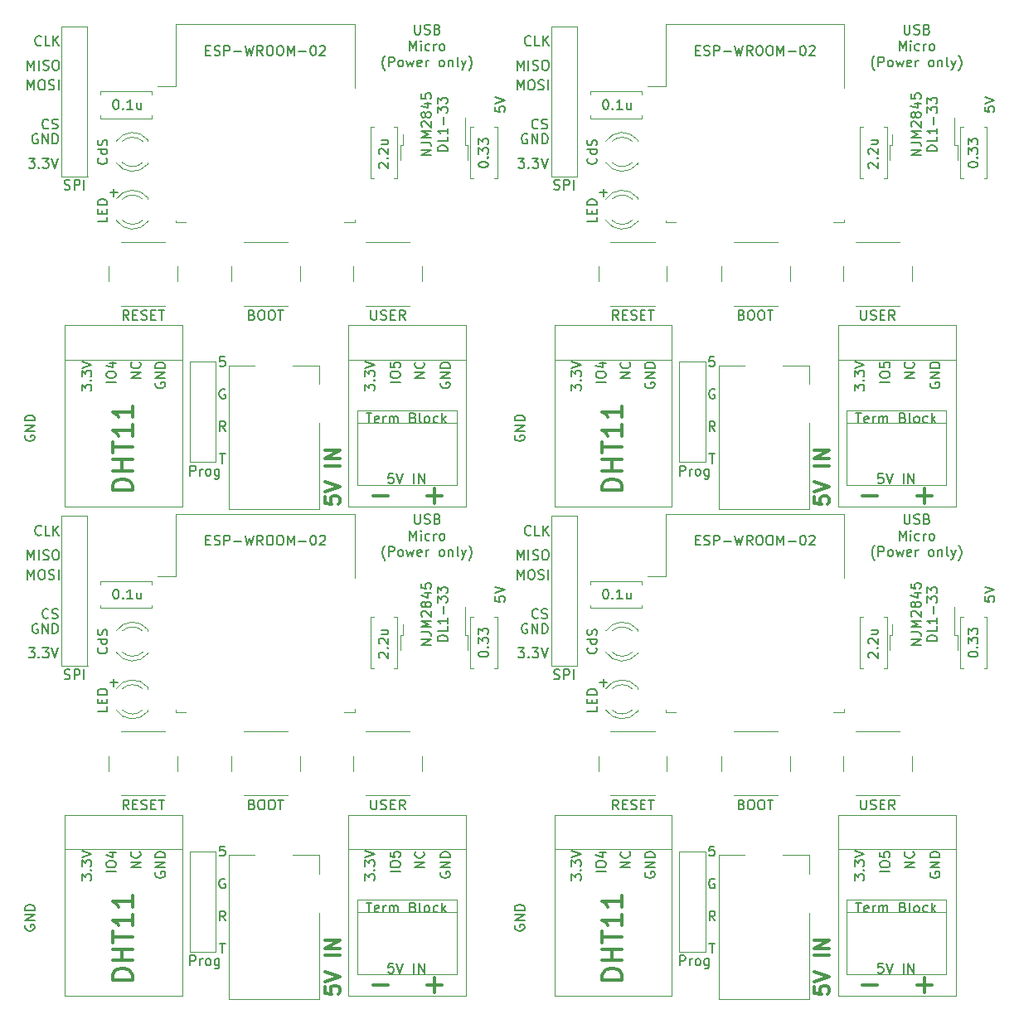
<source format=gto>
G04 #@! TF.GenerationSoftware,KiCad,Pcbnew,(5.1.5)-3*
G04 #@! TF.CreationDate,2021-05-27T15:59:12+09:00*
G04 #@! TF.ProjectId,MyESP-WROOM-02(Mentsuke2x2),4d794553-502d-4575-924f-4f4d2d303228,rev?*
G04 #@! TF.SameCoordinates,Original*
G04 #@! TF.FileFunction,Legend,Top*
G04 #@! TF.FilePolarity,Positive*
%FSLAX46Y46*%
G04 Gerber Fmt 4.6, Leading zero omitted, Abs format (unit mm)*
G04 Created by KiCad (PCBNEW (5.1.5)-3) date 2021-05-27 15:59:12*
%MOMM*%
%LPD*%
G04 APERTURE LIST*
%ADD10C,0.120000*%
%ADD11C,0.150000*%
%ADD12C,0.300000*%
%ADD13C,0.100000*%
G04 APERTURE END LIST*
D10*
X74500000Y-104500000D02*
X74500000Y-101000000D01*
X103500000Y-119500000D02*
X115500000Y-119500000D01*
X86500000Y-101000000D02*
X86500000Y-104500000D01*
X103500000Y-104500000D02*
X103500000Y-119500000D01*
X115500000Y-119500000D02*
X115500000Y-104500000D01*
X86500000Y-119500000D02*
X86500000Y-104500000D01*
X74500000Y-101000000D02*
X86500000Y-101000000D01*
X115500000Y-101000000D02*
X115500000Y-104500000D01*
X103500000Y-104500000D02*
X103500000Y-101000000D01*
X74500000Y-119500000D02*
X86500000Y-119500000D01*
D11*
X82252380Y-106385714D02*
X81252380Y-106385714D01*
X82252380Y-105814285D01*
X81252380Y-105814285D01*
X82157142Y-104766666D02*
X82204761Y-104814285D01*
X82252380Y-104957142D01*
X82252380Y-105052380D01*
X82204761Y-105195238D01*
X82109523Y-105290476D01*
X82014285Y-105338095D01*
X81823809Y-105385714D01*
X81680952Y-105385714D01*
X81490476Y-105338095D01*
X81395238Y-105290476D01*
X81300000Y-105195238D01*
X81252380Y-105052380D01*
X81252380Y-104957142D01*
X81300000Y-104814285D01*
X81347619Y-104766666D01*
D12*
X105976190Y-118392857D02*
X107500000Y-118392857D01*
X111500000Y-118392857D02*
X113023809Y-118392857D01*
X112261904Y-119154761D02*
X112261904Y-117630952D01*
D11*
X72833333Y-80857142D02*
X72785714Y-80904761D01*
X72642857Y-80952380D01*
X72547619Y-80952380D01*
X72404761Y-80904761D01*
X72309523Y-80809523D01*
X72261904Y-80714285D01*
X72214285Y-80523809D01*
X72214285Y-80380952D01*
X72261904Y-80190476D01*
X72309523Y-80095238D01*
X72404761Y-80000000D01*
X72547619Y-79952380D01*
X72642857Y-79952380D01*
X72785714Y-80000000D01*
X72833333Y-80047619D01*
X73214285Y-80904761D02*
X73357142Y-80952380D01*
X73595238Y-80952380D01*
X73690476Y-80904761D01*
X73738095Y-80857142D01*
X73785714Y-80761904D01*
X73785714Y-80666666D01*
X73738095Y-80571428D01*
X73690476Y-80523809D01*
X73595238Y-80476190D01*
X73404761Y-80428571D01*
X73309523Y-80380952D01*
X73261904Y-80333333D01*
X73214285Y-80238095D01*
X73214285Y-80142857D01*
X73261904Y-80047619D01*
X73309523Y-80000000D01*
X73404761Y-79952380D01*
X73642857Y-79952380D01*
X73785714Y-80000000D01*
X71738095Y-81500000D02*
X71642857Y-81452380D01*
X71500000Y-81452380D01*
X71357142Y-81500000D01*
X71261904Y-81595238D01*
X71214285Y-81690476D01*
X71166666Y-81880952D01*
X71166666Y-82023809D01*
X71214285Y-82214285D01*
X71261904Y-82309523D01*
X71357142Y-82404761D01*
X71500000Y-82452380D01*
X71595238Y-82452380D01*
X71738095Y-82404761D01*
X71785714Y-82357142D01*
X71785714Y-82023809D01*
X71595238Y-82023809D01*
X72214285Y-82452380D02*
X72214285Y-81452380D01*
X72785714Y-82452380D01*
X72785714Y-81452380D01*
X73261904Y-82452380D02*
X73261904Y-81452380D01*
X73500000Y-81452380D01*
X73642857Y-81500000D01*
X73738095Y-81595238D01*
X73785714Y-81690476D01*
X73833333Y-81880952D01*
X73833333Y-82023809D01*
X73785714Y-82214285D01*
X73738095Y-82309523D01*
X73642857Y-82404761D01*
X73500000Y-82452380D01*
X73261904Y-82452380D01*
X79685714Y-77952380D02*
X79780952Y-77952380D01*
X79876190Y-78000000D01*
X79923809Y-78047619D01*
X79971428Y-78142857D01*
X80019047Y-78333333D01*
X80019047Y-78571428D01*
X79971428Y-78761904D01*
X79923809Y-78857142D01*
X79876190Y-78904761D01*
X79780952Y-78952380D01*
X79685714Y-78952380D01*
X79590476Y-78904761D01*
X79542857Y-78857142D01*
X79495238Y-78761904D01*
X79447619Y-78571428D01*
X79447619Y-78333333D01*
X79495238Y-78142857D01*
X79542857Y-78047619D01*
X79590476Y-78000000D01*
X79685714Y-77952380D01*
X80447619Y-78857142D02*
X80495238Y-78904761D01*
X80447619Y-78952380D01*
X80400000Y-78904761D01*
X80447619Y-78857142D01*
X80447619Y-78952380D01*
X81447619Y-78952380D02*
X80876190Y-78952380D01*
X81161904Y-78952380D02*
X81161904Y-77952380D01*
X81066666Y-78095238D01*
X80971428Y-78190476D01*
X80876190Y-78238095D01*
X82304761Y-78285714D02*
X82304761Y-78952380D01*
X81876190Y-78285714D02*
X81876190Y-78809523D01*
X81923809Y-78904761D01*
X82019047Y-78952380D01*
X82161904Y-78952380D01*
X82257142Y-78904761D01*
X82304761Y-78857142D01*
X111927380Y-83642857D02*
X110927380Y-83642857D01*
X111927380Y-83071428D01*
X110927380Y-83071428D01*
X110927380Y-82309523D02*
X111641666Y-82309523D01*
X111784523Y-82357142D01*
X111879761Y-82452380D01*
X111927380Y-82595238D01*
X111927380Y-82690476D01*
X111927380Y-81833333D02*
X110927380Y-81833333D01*
X111641666Y-81500000D01*
X110927380Y-81166666D01*
X111927380Y-81166666D01*
X111022619Y-80738095D02*
X110975000Y-80690476D01*
X110927380Y-80595238D01*
X110927380Y-80357142D01*
X110975000Y-80261904D01*
X111022619Y-80214285D01*
X111117857Y-80166666D01*
X111213095Y-80166666D01*
X111355952Y-80214285D01*
X111927380Y-80785714D01*
X111927380Y-80166666D01*
X111355952Y-79595238D02*
X111308333Y-79690476D01*
X111260714Y-79738095D01*
X111165476Y-79785714D01*
X111117857Y-79785714D01*
X111022619Y-79738095D01*
X110975000Y-79690476D01*
X110927380Y-79595238D01*
X110927380Y-79404761D01*
X110975000Y-79309523D01*
X111022619Y-79261904D01*
X111117857Y-79214285D01*
X111165476Y-79214285D01*
X111260714Y-79261904D01*
X111308333Y-79309523D01*
X111355952Y-79404761D01*
X111355952Y-79595238D01*
X111403571Y-79690476D01*
X111451190Y-79738095D01*
X111546428Y-79785714D01*
X111736904Y-79785714D01*
X111832142Y-79738095D01*
X111879761Y-79690476D01*
X111927380Y-79595238D01*
X111927380Y-79404761D01*
X111879761Y-79309523D01*
X111832142Y-79261904D01*
X111736904Y-79214285D01*
X111546428Y-79214285D01*
X111451190Y-79261904D01*
X111403571Y-79309523D01*
X111355952Y-79404761D01*
X111260714Y-78357142D02*
X111927380Y-78357142D01*
X110879761Y-78595238D02*
X111594047Y-78833333D01*
X111594047Y-78214285D01*
X110927380Y-77357142D02*
X110927380Y-77833333D01*
X111403571Y-77880952D01*
X111355952Y-77833333D01*
X111308333Y-77738095D01*
X111308333Y-77500000D01*
X111355952Y-77404761D01*
X111403571Y-77357142D01*
X111498809Y-77309523D01*
X111736904Y-77309523D01*
X111832142Y-77357142D01*
X111879761Y-77404761D01*
X111927380Y-77500000D01*
X111927380Y-77738095D01*
X111879761Y-77833333D01*
X111832142Y-77880952D01*
X113577380Y-83214285D02*
X112577380Y-83214285D01*
X112577380Y-82976190D01*
X112625000Y-82833333D01*
X112720238Y-82738095D01*
X112815476Y-82690476D01*
X113005952Y-82642857D01*
X113148809Y-82642857D01*
X113339285Y-82690476D01*
X113434523Y-82738095D01*
X113529761Y-82833333D01*
X113577380Y-82976190D01*
X113577380Y-83214285D01*
X113577380Y-81738095D02*
X113577380Y-82214285D01*
X112577380Y-82214285D01*
X113577380Y-80880952D02*
X113577380Y-81452380D01*
X113577380Y-81166666D02*
X112577380Y-81166666D01*
X112720238Y-81261904D01*
X112815476Y-81357142D01*
X112863095Y-81452380D01*
X113196428Y-80452380D02*
X113196428Y-79690476D01*
X112577380Y-79309523D02*
X112577380Y-78690476D01*
X112958333Y-79023809D01*
X112958333Y-78880952D01*
X113005952Y-78785714D01*
X113053571Y-78738095D01*
X113148809Y-78690476D01*
X113386904Y-78690476D01*
X113482142Y-78738095D01*
X113529761Y-78785714D01*
X113577380Y-78880952D01*
X113577380Y-79166666D01*
X113529761Y-79261904D01*
X113482142Y-79309523D01*
X112577380Y-78357142D02*
X112577380Y-77738095D01*
X112958333Y-78071428D01*
X112958333Y-77928571D01*
X113005952Y-77833333D01*
X113053571Y-77785714D01*
X113148809Y-77738095D01*
X113386904Y-77738095D01*
X113482142Y-77785714D01*
X113529761Y-77833333D01*
X113577380Y-77928571D01*
X113577380Y-78214285D01*
X113529761Y-78309523D01*
X113482142Y-78357142D01*
X78757142Y-83919047D02*
X78804761Y-83966666D01*
X78852380Y-84109523D01*
X78852380Y-84204761D01*
X78804761Y-84347619D01*
X78709523Y-84442857D01*
X78614285Y-84490476D01*
X78423809Y-84538095D01*
X78280952Y-84538095D01*
X78090476Y-84490476D01*
X77995238Y-84442857D01*
X77900000Y-84347619D01*
X77852380Y-84204761D01*
X77852380Y-84109523D01*
X77900000Y-83966666D01*
X77947619Y-83919047D01*
X78852380Y-83061904D02*
X77852380Y-83061904D01*
X78804761Y-83061904D02*
X78852380Y-83157142D01*
X78852380Y-83347619D01*
X78804761Y-83442857D01*
X78757142Y-83490476D01*
X78661904Y-83538095D01*
X78376190Y-83538095D01*
X78280952Y-83490476D01*
X78233333Y-83442857D01*
X78185714Y-83347619D01*
X78185714Y-83157142D01*
X78233333Y-83061904D01*
X78804761Y-82633333D02*
X78852380Y-82490476D01*
X78852380Y-82252380D01*
X78804761Y-82157142D01*
X78757142Y-82109523D01*
X78661904Y-82061904D01*
X78566666Y-82061904D01*
X78471428Y-82109523D01*
X78423809Y-82157142D01*
X78376190Y-82252380D01*
X78328571Y-82442857D01*
X78280952Y-82538095D01*
X78233333Y-82585714D01*
X78138095Y-82633333D01*
X78042857Y-82633333D01*
X77947619Y-82585714D01*
X77900000Y-82538095D01*
X77852380Y-82442857D01*
X77852380Y-82204761D01*
X77900000Y-82061904D01*
X87323809Y-116352380D02*
X87323809Y-115352380D01*
X87704761Y-115352380D01*
X87800000Y-115400000D01*
X87847619Y-115447619D01*
X87895238Y-115542857D01*
X87895238Y-115685714D01*
X87847619Y-115780952D01*
X87800000Y-115828571D01*
X87704761Y-115876190D01*
X87323809Y-115876190D01*
X88323809Y-116352380D02*
X88323809Y-115685714D01*
X88323809Y-115876190D02*
X88371428Y-115780952D01*
X88419047Y-115733333D01*
X88514285Y-115685714D01*
X88609523Y-115685714D01*
X89085714Y-116352380D02*
X88990476Y-116304761D01*
X88942857Y-116257142D01*
X88895238Y-116161904D01*
X88895238Y-115876190D01*
X88942857Y-115780952D01*
X88990476Y-115733333D01*
X89085714Y-115685714D01*
X89228571Y-115685714D01*
X89323809Y-115733333D01*
X89371428Y-115780952D01*
X89419047Y-115876190D01*
X89419047Y-116161904D01*
X89371428Y-116257142D01*
X89323809Y-116304761D01*
X89228571Y-116352380D01*
X89085714Y-116352380D01*
X90276190Y-115685714D02*
X90276190Y-116495238D01*
X90228571Y-116590476D01*
X90180952Y-116638095D01*
X90085714Y-116685714D01*
X89942857Y-116685714D01*
X89847619Y-116638095D01*
X90276190Y-116304761D02*
X90180952Y-116352380D01*
X89990476Y-116352380D01*
X89895238Y-116304761D01*
X89847619Y-116257142D01*
X89800000Y-116161904D01*
X89800000Y-115876190D01*
X89847619Y-115780952D01*
X89895238Y-115733333D01*
X89990476Y-115685714D01*
X90180952Y-115685714D01*
X90276190Y-115733333D01*
X70500000Y-112261904D02*
X70452380Y-112357142D01*
X70452380Y-112500000D01*
X70500000Y-112642857D01*
X70595238Y-112738095D01*
X70690476Y-112785714D01*
X70880952Y-112833333D01*
X71023809Y-112833333D01*
X71214285Y-112785714D01*
X71309523Y-112738095D01*
X71404761Y-112642857D01*
X71452380Y-112500000D01*
X71452380Y-112404761D01*
X71404761Y-112261904D01*
X71357142Y-112214285D01*
X71023809Y-112214285D01*
X71023809Y-112404761D01*
X71452380Y-111785714D02*
X70452380Y-111785714D01*
X71452380Y-111214285D01*
X70452380Y-111214285D01*
X71452380Y-110738095D02*
X70452380Y-110738095D01*
X70452380Y-110500000D01*
X70500000Y-110357142D01*
X70595238Y-110261904D01*
X70690476Y-110214285D01*
X70880952Y-110166666D01*
X71023809Y-110166666D01*
X71214285Y-110214285D01*
X71309523Y-110261904D01*
X71404761Y-110357142D01*
X71452380Y-110500000D01*
X71452380Y-110738095D01*
X116752380Y-84638095D02*
X116752380Y-84542857D01*
X116800000Y-84447619D01*
X116847619Y-84400000D01*
X116942857Y-84352380D01*
X117133333Y-84304761D01*
X117371428Y-84304761D01*
X117561904Y-84352380D01*
X117657142Y-84400000D01*
X117704761Y-84447619D01*
X117752380Y-84542857D01*
X117752380Y-84638095D01*
X117704761Y-84733333D01*
X117657142Y-84780952D01*
X117561904Y-84828571D01*
X117371428Y-84876190D01*
X117133333Y-84876190D01*
X116942857Y-84828571D01*
X116847619Y-84780952D01*
X116800000Y-84733333D01*
X116752380Y-84638095D01*
X117657142Y-83876190D02*
X117704761Y-83828571D01*
X117752380Y-83876190D01*
X117704761Y-83923809D01*
X117657142Y-83876190D01*
X117752380Y-83876190D01*
X116752380Y-83495238D02*
X116752380Y-82876190D01*
X117133333Y-83209523D01*
X117133333Y-83066666D01*
X117180952Y-82971428D01*
X117228571Y-82923809D01*
X117323809Y-82876190D01*
X117561904Y-82876190D01*
X117657142Y-82923809D01*
X117704761Y-82971428D01*
X117752380Y-83066666D01*
X117752380Y-83352380D01*
X117704761Y-83447619D01*
X117657142Y-83495238D01*
X116752380Y-82542857D02*
X116752380Y-81923809D01*
X117133333Y-82257142D01*
X117133333Y-82114285D01*
X117180952Y-82019047D01*
X117228571Y-81971428D01*
X117323809Y-81923809D01*
X117561904Y-81923809D01*
X117657142Y-81971428D01*
X117704761Y-82019047D01*
X117752380Y-82114285D01*
X117752380Y-82400000D01*
X117704761Y-82495238D01*
X117657142Y-82542857D01*
D12*
X81404761Y-117838095D02*
X79404761Y-117838095D01*
X79404761Y-117361904D01*
X79500000Y-117076190D01*
X79690476Y-116885714D01*
X79880952Y-116790476D01*
X80261904Y-116695238D01*
X80547619Y-116695238D01*
X80928571Y-116790476D01*
X81119047Y-116885714D01*
X81309523Y-117076190D01*
X81404761Y-117361904D01*
X81404761Y-117838095D01*
X81404761Y-115838095D02*
X79404761Y-115838095D01*
X80357142Y-115838095D02*
X80357142Y-114695238D01*
X81404761Y-114695238D02*
X79404761Y-114695238D01*
X79404761Y-114028571D02*
X79404761Y-112885714D01*
X81404761Y-113457142D02*
X79404761Y-113457142D01*
X81404761Y-111171428D02*
X81404761Y-112314285D01*
X81404761Y-111742857D02*
X79404761Y-111742857D01*
X79690476Y-111933333D01*
X79880952Y-112123809D01*
X79976190Y-112314285D01*
X81404761Y-109266666D02*
X81404761Y-110409523D01*
X81404761Y-109838095D02*
X79404761Y-109838095D01*
X79690476Y-110028571D01*
X79880952Y-110219047D01*
X79976190Y-110409523D01*
D11*
X70728571Y-74952380D02*
X70728571Y-73952380D01*
X71061904Y-74666666D01*
X71395238Y-73952380D01*
X71395238Y-74952380D01*
X71871428Y-74952380D02*
X71871428Y-73952380D01*
X72300000Y-74904761D02*
X72442857Y-74952380D01*
X72680952Y-74952380D01*
X72776190Y-74904761D01*
X72823809Y-74857142D01*
X72871428Y-74761904D01*
X72871428Y-74666666D01*
X72823809Y-74571428D01*
X72776190Y-74523809D01*
X72680952Y-74476190D01*
X72490476Y-74428571D01*
X72395238Y-74380952D01*
X72347619Y-74333333D01*
X72300000Y-74238095D01*
X72300000Y-74142857D01*
X72347619Y-74047619D01*
X72395238Y-74000000D01*
X72490476Y-73952380D01*
X72728571Y-73952380D01*
X72871428Y-74000000D01*
X73490476Y-73952380D02*
X73680952Y-73952380D01*
X73776190Y-74000000D01*
X73871428Y-74095238D01*
X73919047Y-74285714D01*
X73919047Y-74619047D01*
X73871428Y-74809523D01*
X73776190Y-74904761D01*
X73680952Y-74952380D01*
X73490476Y-74952380D01*
X73395238Y-74904761D01*
X73300000Y-74809523D01*
X73252380Y-74619047D01*
X73252380Y-74285714D01*
X73300000Y-74095238D01*
X73395238Y-74000000D01*
X73490476Y-73952380D01*
X88928571Y-72928571D02*
X89261904Y-72928571D01*
X89404761Y-73452380D02*
X88928571Y-73452380D01*
X88928571Y-72452380D01*
X89404761Y-72452380D01*
X89785714Y-73404761D02*
X89928571Y-73452380D01*
X90166666Y-73452380D01*
X90261904Y-73404761D01*
X90309523Y-73357142D01*
X90357142Y-73261904D01*
X90357142Y-73166666D01*
X90309523Y-73071428D01*
X90261904Y-73023809D01*
X90166666Y-72976190D01*
X89976190Y-72928571D01*
X89880952Y-72880952D01*
X89833333Y-72833333D01*
X89785714Y-72738095D01*
X89785714Y-72642857D01*
X89833333Y-72547619D01*
X89880952Y-72500000D01*
X89976190Y-72452380D01*
X90214285Y-72452380D01*
X90357142Y-72500000D01*
X90785714Y-73452380D02*
X90785714Y-72452380D01*
X91166666Y-72452380D01*
X91261904Y-72500000D01*
X91309523Y-72547619D01*
X91357142Y-72642857D01*
X91357142Y-72785714D01*
X91309523Y-72880952D01*
X91261904Y-72928571D01*
X91166666Y-72976190D01*
X90785714Y-72976190D01*
X91785714Y-73071428D02*
X92547619Y-73071428D01*
X92928571Y-72452380D02*
X93166666Y-73452380D01*
X93357142Y-72738095D01*
X93547619Y-73452380D01*
X93785714Y-72452380D01*
X94738095Y-73452380D02*
X94404761Y-72976190D01*
X94166666Y-73452380D02*
X94166666Y-72452380D01*
X94547619Y-72452380D01*
X94642857Y-72500000D01*
X94690476Y-72547619D01*
X94738095Y-72642857D01*
X94738095Y-72785714D01*
X94690476Y-72880952D01*
X94642857Y-72928571D01*
X94547619Y-72976190D01*
X94166666Y-72976190D01*
X95357142Y-72452380D02*
X95547619Y-72452380D01*
X95642857Y-72500000D01*
X95738095Y-72595238D01*
X95785714Y-72785714D01*
X95785714Y-73119047D01*
X95738095Y-73309523D01*
X95642857Y-73404761D01*
X95547619Y-73452380D01*
X95357142Y-73452380D01*
X95261904Y-73404761D01*
X95166666Y-73309523D01*
X95119047Y-73119047D01*
X95119047Y-72785714D01*
X95166666Y-72595238D01*
X95261904Y-72500000D01*
X95357142Y-72452380D01*
X96404761Y-72452380D02*
X96595238Y-72452380D01*
X96690476Y-72500000D01*
X96785714Y-72595238D01*
X96833333Y-72785714D01*
X96833333Y-73119047D01*
X96785714Y-73309523D01*
X96690476Y-73404761D01*
X96595238Y-73452380D01*
X96404761Y-73452380D01*
X96309523Y-73404761D01*
X96214285Y-73309523D01*
X96166666Y-73119047D01*
X96166666Y-72785714D01*
X96214285Y-72595238D01*
X96309523Y-72500000D01*
X96404761Y-72452380D01*
X97261904Y-73452380D02*
X97261904Y-72452380D01*
X97595238Y-73166666D01*
X97928571Y-72452380D01*
X97928571Y-73452380D01*
X98404761Y-73071428D02*
X99166666Y-73071428D01*
X99833333Y-72452380D02*
X99928571Y-72452380D01*
X100023809Y-72500000D01*
X100071428Y-72547619D01*
X100119047Y-72642857D01*
X100166666Y-72833333D01*
X100166666Y-73071428D01*
X100119047Y-73261904D01*
X100071428Y-73357142D01*
X100023809Y-73404761D01*
X99928571Y-73452380D01*
X99833333Y-73452380D01*
X99738095Y-73404761D01*
X99690476Y-73357142D01*
X99642857Y-73261904D01*
X99595238Y-73071428D01*
X99595238Y-72833333D01*
X99642857Y-72642857D01*
X99690476Y-72547619D01*
X99738095Y-72500000D01*
X99833333Y-72452380D01*
X100547619Y-72547619D02*
X100595238Y-72500000D01*
X100690476Y-72452380D01*
X100928571Y-72452380D01*
X101023809Y-72500000D01*
X101071428Y-72547619D01*
X101119047Y-72642857D01*
X101119047Y-72738095D01*
X101071428Y-72880952D01*
X100500000Y-73452380D01*
X101119047Y-73452380D01*
X79119047Y-87471428D02*
X79880952Y-87471428D01*
X79500000Y-87852380D02*
X79500000Y-87090476D01*
X79752380Y-106800000D02*
X78752380Y-106800000D01*
X78752380Y-106133333D02*
X78752380Y-105942857D01*
X78800000Y-105847619D01*
X78895238Y-105752380D01*
X79085714Y-105704761D01*
X79419047Y-105704761D01*
X79609523Y-105752380D01*
X79704761Y-105847619D01*
X79752380Y-105942857D01*
X79752380Y-106133333D01*
X79704761Y-106228571D01*
X79609523Y-106323809D01*
X79419047Y-106371428D01*
X79085714Y-106371428D01*
X78895238Y-106323809D01*
X78800000Y-106228571D01*
X78752380Y-106133333D01*
X79085714Y-104847619D02*
X79752380Y-104847619D01*
X78704761Y-105085714D02*
X79419047Y-105323809D01*
X79419047Y-104704761D01*
X110238095Y-70302380D02*
X110238095Y-71111904D01*
X110285714Y-71207142D01*
X110333333Y-71254761D01*
X110428571Y-71302380D01*
X110619047Y-71302380D01*
X110714285Y-71254761D01*
X110761904Y-71207142D01*
X110809523Y-71111904D01*
X110809523Y-70302380D01*
X111238095Y-71254761D02*
X111380952Y-71302380D01*
X111619047Y-71302380D01*
X111714285Y-71254761D01*
X111761904Y-71207142D01*
X111809523Y-71111904D01*
X111809523Y-71016666D01*
X111761904Y-70921428D01*
X111714285Y-70873809D01*
X111619047Y-70826190D01*
X111428571Y-70778571D01*
X111333333Y-70730952D01*
X111285714Y-70683333D01*
X111238095Y-70588095D01*
X111238095Y-70492857D01*
X111285714Y-70397619D01*
X111333333Y-70350000D01*
X111428571Y-70302380D01*
X111666666Y-70302380D01*
X111809523Y-70350000D01*
X112571428Y-70778571D02*
X112714285Y-70826190D01*
X112761904Y-70873809D01*
X112809523Y-70969047D01*
X112809523Y-71111904D01*
X112761904Y-71207142D01*
X112714285Y-71254761D01*
X112619047Y-71302380D01*
X112238095Y-71302380D01*
X112238095Y-70302380D01*
X112571428Y-70302380D01*
X112666666Y-70350000D01*
X112714285Y-70397619D01*
X112761904Y-70492857D01*
X112761904Y-70588095D01*
X112714285Y-70683333D01*
X112666666Y-70730952D01*
X112571428Y-70778571D01*
X112238095Y-70778571D01*
X109738095Y-72952380D02*
X109738095Y-71952380D01*
X110071428Y-72666666D01*
X110404761Y-71952380D01*
X110404761Y-72952380D01*
X110880952Y-72952380D02*
X110880952Y-72285714D01*
X110880952Y-71952380D02*
X110833333Y-72000000D01*
X110880952Y-72047619D01*
X110928571Y-72000000D01*
X110880952Y-71952380D01*
X110880952Y-72047619D01*
X111785714Y-72904761D02*
X111690476Y-72952380D01*
X111500000Y-72952380D01*
X111404761Y-72904761D01*
X111357142Y-72857142D01*
X111309523Y-72761904D01*
X111309523Y-72476190D01*
X111357142Y-72380952D01*
X111404761Y-72333333D01*
X111500000Y-72285714D01*
X111690476Y-72285714D01*
X111785714Y-72333333D01*
X112214285Y-72952380D02*
X112214285Y-72285714D01*
X112214285Y-72476190D02*
X112261904Y-72380952D01*
X112309523Y-72333333D01*
X112404761Y-72285714D01*
X112500000Y-72285714D01*
X112976190Y-72952380D02*
X112880952Y-72904761D01*
X112833333Y-72857142D01*
X112785714Y-72761904D01*
X112785714Y-72476190D01*
X112833333Y-72380952D01*
X112880952Y-72333333D01*
X112976190Y-72285714D01*
X113119047Y-72285714D01*
X113214285Y-72333333D01*
X113261904Y-72380952D01*
X113309523Y-72476190D01*
X113309523Y-72761904D01*
X113261904Y-72857142D01*
X113214285Y-72904761D01*
X113119047Y-72952380D01*
X112976190Y-72952380D01*
X107214285Y-74983333D02*
X107166666Y-74935714D01*
X107071428Y-74792857D01*
X107023809Y-74697619D01*
X106976190Y-74554761D01*
X106928571Y-74316666D01*
X106928571Y-74126190D01*
X106976190Y-73888095D01*
X107023809Y-73745238D01*
X107071428Y-73650000D01*
X107166666Y-73507142D01*
X107214285Y-73459523D01*
X107595238Y-74602380D02*
X107595238Y-73602380D01*
X107976190Y-73602380D01*
X108071428Y-73650000D01*
X108119047Y-73697619D01*
X108166666Y-73792857D01*
X108166666Y-73935714D01*
X108119047Y-74030952D01*
X108071428Y-74078571D01*
X107976190Y-74126190D01*
X107595238Y-74126190D01*
X108738095Y-74602380D02*
X108642857Y-74554761D01*
X108595238Y-74507142D01*
X108547619Y-74411904D01*
X108547619Y-74126190D01*
X108595238Y-74030952D01*
X108642857Y-73983333D01*
X108738095Y-73935714D01*
X108880952Y-73935714D01*
X108976190Y-73983333D01*
X109023809Y-74030952D01*
X109071428Y-74126190D01*
X109071428Y-74411904D01*
X109023809Y-74507142D01*
X108976190Y-74554761D01*
X108880952Y-74602380D01*
X108738095Y-74602380D01*
X109404761Y-73935714D02*
X109595238Y-74602380D01*
X109785714Y-74126190D01*
X109976190Y-74602380D01*
X110166666Y-73935714D01*
X110928571Y-74554761D02*
X110833333Y-74602380D01*
X110642857Y-74602380D01*
X110547619Y-74554761D01*
X110500000Y-74459523D01*
X110500000Y-74078571D01*
X110547619Y-73983333D01*
X110642857Y-73935714D01*
X110833333Y-73935714D01*
X110928571Y-73983333D01*
X110976190Y-74078571D01*
X110976190Y-74173809D01*
X110500000Y-74269047D01*
X111404761Y-74602380D02*
X111404761Y-73935714D01*
X111404761Y-74126190D02*
X111452380Y-74030952D01*
X111500000Y-73983333D01*
X111595238Y-73935714D01*
X111690476Y-73935714D01*
X112928571Y-74602380D02*
X112833333Y-74554761D01*
X112785714Y-74507142D01*
X112738095Y-74411904D01*
X112738095Y-74126190D01*
X112785714Y-74030952D01*
X112833333Y-73983333D01*
X112928571Y-73935714D01*
X113071428Y-73935714D01*
X113166666Y-73983333D01*
X113214285Y-74030952D01*
X113261904Y-74126190D01*
X113261904Y-74411904D01*
X113214285Y-74507142D01*
X113166666Y-74554761D01*
X113071428Y-74602380D01*
X112928571Y-74602380D01*
X113690476Y-73935714D02*
X113690476Y-74602380D01*
X113690476Y-74030952D02*
X113738095Y-73983333D01*
X113833333Y-73935714D01*
X113976190Y-73935714D01*
X114071428Y-73983333D01*
X114119047Y-74078571D01*
X114119047Y-74602380D01*
X114738095Y-74602380D02*
X114642857Y-74554761D01*
X114595238Y-74459523D01*
X114595238Y-73602380D01*
X115023809Y-73935714D02*
X115261904Y-74602380D01*
X115500000Y-73935714D02*
X115261904Y-74602380D01*
X115166666Y-74840476D01*
X115119047Y-74888095D01*
X115023809Y-74935714D01*
X115785714Y-74983333D02*
X115833333Y-74935714D01*
X115928571Y-74792857D01*
X115976190Y-74697619D01*
X116023809Y-74554761D01*
X116071428Y-74316666D01*
X116071428Y-74126190D01*
X116023809Y-73888095D01*
X115976190Y-73745238D01*
X115928571Y-73650000D01*
X115833333Y-73507142D01*
X115785714Y-73459523D01*
X76252380Y-107676190D02*
X76252380Y-107057142D01*
X76633333Y-107390476D01*
X76633333Y-107247619D01*
X76680952Y-107152380D01*
X76728571Y-107104761D01*
X76823809Y-107057142D01*
X77061904Y-107057142D01*
X77157142Y-107104761D01*
X77204761Y-107152380D01*
X77252380Y-107247619D01*
X77252380Y-107533333D01*
X77204761Y-107628571D01*
X77157142Y-107676190D01*
X77157142Y-106628571D02*
X77204761Y-106580952D01*
X77252380Y-106628571D01*
X77204761Y-106676190D01*
X77157142Y-106628571D01*
X77252380Y-106628571D01*
X76252380Y-106247619D02*
X76252380Y-105628571D01*
X76633333Y-105961904D01*
X76633333Y-105819047D01*
X76680952Y-105723809D01*
X76728571Y-105676190D01*
X76823809Y-105628571D01*
X77061904Y-105628571D01*
X77157142Y-105676190D01*
X77204761Y-105723809D01*
X77252380Y-105819047D01*
X77252380Y-106104761D01*
X77204761Y-106200000D01*
X77157142Y-106247619D01*
X76252380Y-105342857D02*
X77252380Y-105009523D01*
X76252380Y-104676190D01*
X108066666Y-116152380D02*
X107590476Y-116152380D01*
X107542857Y-116628571D01*
X107590476Y-116580952D01*
X107685714Y-116533333D01*
X107923809Y-116533333D01*
X108019047Y-116580952D01*
X108066666Y-116628571D01*
X108114285Y-116723809D01*
X108114285Y-116961904D01*
X108066666Y-117057142D01*
X108019047Y-117104761D01*
X107923809Y-117152380D01*
X107685714Y-117152380D01*
X107590476Y-117104761D01*
X107542857Y-117057142D01*
X108400000Y-116152380D02*
X108733333Y-117152380D01*
X109066666Y-116152380D01*
X110161904Y-117152380D02*
X110161904Y-116152380D01*
X110638095Y-117152380D02*
X110638095Y-116152380D01*
X111209523Y-117152380D01*
X111209523Y-116152380D01*
X108752380Y-106800000D02*
X107752380Y-106800000D01*
X107752380Y-106133333D02*
X107752380Y-105942857D01*
X107800000Y-105847619D01*
X107895238Y-105752380D01*
X108085714Y-105704761D01*
X108419047Y-105704761D01*
X108609523Y-105752380D01*
X108704761Y-105847619D01*
X108752380Y-105942857D01*
X108752380Y-106133333D01*
X108704761Y-106228571D01*
X108609523Y-106323809D01*
X108419047Y-106371428D01*
X108085714Y-106371428D01*
X107895238Y-106323809D01*
X107800000Y-106228571D01*
X107752380Y-106133333D01*
X107752380Y-104800000D02*
X107752380Y-105276190D01*
X108228571Y-105323809D01*
X108180952Y-105276190D01*
X108133333Y-105180952D01*
X108133333Y-104942857D01*
X108180952Y-104847619D01*
X108228571Y-104800000D01*
X108323809Y-104752380D01*
X108561904Y-104752380D01*
X108657142Y-104800000D01*
X108704761Y-104847619D01*
X108752380Y-104942857D01*
X108752380Y-105180952D01*
X108704761Y-105276190D01*
X108657142Y-105323809D01*
X70728571Y-76952380D02*
X70728571Y-75952380D01*
X71061904Y-76666666D01*
X71395238Y-75952380D01*
X71395238Y-76952380D01*
X72061904Y-75952380D02*
X72252380Y-75952380D01*
X72347619Y-76000000D01*
X72442857Y-76095238D01*
X72490476Y-76285714D01*
X72490476Y-76619047D01*
X72442857Y-76809523D01*
X72347619Y-76904761D01*
X72252380Y-76952380D01*
X72061904Y-76952380D01*
X71966666Y-76904761D01*
X71871428Y-76809523D01*
X71823809Y-76619047D01*
X71823809Y-76285714D01*
X71871428Y-76095238D01*
X71966666Y-76000000D01*
X72061904Y-75952380D01*
X72871428Y-76904761D02*
X73014285Y-76952380D01*
X73252380Y-76952380D01*
X73347619Y-76904761D01*
X73395238Y-76857142D01*
X73442857Y-76761904D01*
X73442857Y-76666666D01*
X73395238Y-76571428D01*
X73347619Y-76523809D01*
X73252380Y-76476190D01*
X73061904Y-76428571D01*
X72966666Y-76380952D01*
X72919047Y-76333333D01*
X72871428Y-76238095D01*
X72871428Y-76142857D01*
X72919047Y-76047619D01*
X72966666Y-76000000D01*
X73061904Y-75952380D01*
X73300000Y-75952380D01*
X73442857Y-76000000D01*
X73871428Y-76952380D02*
X73871428Y-75952380D01*
X83800000Y-106861904D02*
X83752380Y-106957142D01*
X83752380Y-107100000D01*
X83800000Y-107242857D01*
X83895238Y-107338095D01*
X83990476Y-107385714D01*
X84180952Y-107433333D01*
X84323809Y-107433333D01*
X84514285Y-107385714D01*
X84609523Y-107338095D01*
X84704761Y-107242857D01*
X84752380Y-107100000D01*
X84752380Y-107004761D01*
X84704761Y-106861904D01*
X84657142Y-106814285D01*
X84323809Y-106814285D01*
X84323809Y-107004761D01*
X84752380Y-106385714D02*
X83752380Y-106385714D01*
X84752380Y-105814285D01*
X83752380Y-105814285D01*
X84752380Y-105338095D02*
X83752380Y-105338095D01*
X83752380Y-105100000D01*
X83800000Y-104957142D01*
X83895238Y-104861904D01*
X83990476Y-104814285D01*
X84180952Y-104766666D01*
X84323809Y-104766666D01*
X84514285Y-104814285D01*
X84609523Y-104861904D01*
X84704761Y-104957142D01*
X84752380Y-105100000D01*
X84752380Y-105338095D01*
X105280952Y-109952380D02*
X105852380Y-109952380D01*
X105566666Y-110952380D02*
X105566666Y-109952380D01*
X106566666Y-110904761D02*
X106471428Y-110952380D01*
X106280952Y-110952380D01*
X106185714Y-110904761D01*
X106138095Y-110809523D01*
X106138095Y-110428571D01*
X106185714Y-110333333D01*
X106280952Y-110285714D01*
X106471428Y-110285714D01*
X106566666Y-110333333D01*
X106614285Y-110428571D01*
X106614285Y-110523809D01*
X106138095Y-110619047D01*
X107042857Y-110952380D02*
X107042857Y-110285714D01*
X107042857Y-110476190D02*
X107090476Y-110380952D01*
X107138095Y-110333333D01*
X107233333Y-110285714D01*
X107328571Y-110285714D01*
X107661904Y-110952380D02*
X107661904Y-110285714D01*
X107661904Y-110380952D02*
X107709523Y-110333333D01*
X107804761Y-110285714D01*
X107947619Y-110285714D01*
X108042857Y-110333333D01*
X108090476Y-110428571D01*
X108090476Y-110952380D01*
X108090476Y-110428571D02*
X108138095Y-110333333D01*
X108233333Y-110285714D01*
X108376190Y-110285714D01*
X108471428Y-110333333D01*
X108519047Y-110428571D01*
X108519047Y-110952380D01*
X110090476Y-110428571D02*
X110233333Y-110476190D01*
X110280952Y-110523809D01*
X110328571Y-110619047D01*
X110328571Y-110761904D01*
X110280952Y-110857142D01*
X110233333Y-110904761D01*
X110138095Y-110952380D01*
X109757142Y-110952380D01*
X109757142Y-109952380D01*
X110090476Y-109952380D01*
X110185714Y-110000000D01*
X110233333Y-110047619D01*
X110280952Y-110142857D01*
X110280952Y-110238095D01*
X110233333Y-110333333D01*
X110185714Y-110380952D01*
X110090476Y-110428571D01*
X109757142Y-110428571D01*
X110900000Y-110952380D02*
X110804761Y-110904761D01*
X110757142Y-110809523D01*
X110757142Y-109952380D01*
X111423809Y-110952380D02*
X111328571Y-110904761D01*
X111280952Y-110857142D01*
X111233333Y-110761904D01*
X111233333Y-110476190D01*
X111280952Y-110380952D01*
X111328571Y-110333333D01*
X111423809Y-110285714D01*
X111566666Y-110285714D01*
X111661904Y-110333333D01*
X111709523Y-110380952D01*
X111757142Y-110476190D01*
X111757142Y-110761904D01*
X111709523Y-110857142D01*
X111661904Y-110904761D01*
X111566666Y-110952380D01*
X111423809Y-110952380D01*
X112614285Y-110904761D02*
X112519047Y-110952380D01*
X112328571Y-110952380D01*
X112233333Y-110904761D01*
X112185714Y-110857142D01*
X112138095Y-110761904D01*
X112138095Y-110476190D01*
X112185714Y-110380952D01*
X112233333Y-110333333D01*
X112328571Y-110285714D01*
X112519047Y-110285714D01*
X112614285Y-110333333D01*
X113042857Y-110952380D02*
X113042857Y-109952380D01*
X113138095Y-110571428D02*
X113423809Y-110952380D01*
X113423809Y-110285714D02*
X113042857Y-110666666D01*
X81047619Y-100452380D02*
X80714285Y-99976190D01*
X80476190Y-100452380D02*
X80476190Y-99452380D01*
X80857142Y-99452380D01*
X80952380Y-99500000D01*
X81000000Y-99547619D01*
X81047619Y-99642857D01*
X81047619Y-99785714D01*
X81000000Y-99880952D01*
X80952380Y-99928571D01*
X80857142Y-99976190D01*
X80476190Y-99976190D01*
X81476190Y-99928571D02*
X81809523Y-99928571D01*
X81952380Y-100452380D02*
X81476190Y-100452380D01*
X81476190Y-99452380D01*
X81952380Y-99452380D01*
X82333333Y-100404761D02*
X82476190Y-100452380D01*
X82714285Y-100452380D01*
X82809523Y-100404761D01*
X82857142Y-100357142D01*
X82904761Y-100261904D01*
X82904761Y-100166666D01*
X82857142Y-100071428D01*
X82809523Y-100023809D01*
X82714285Y-99976190D01*
X82523809Y-99928571D01*
X82428571Y-99880952D01*
X82380952Y-99833333D01*
X82333333Y-99738095D01*
X82333333Y-99642857D01*
X82380952Y-99547619D01*
X82428571Y-99500000D01*
X82523809Y-99452380D01*
X82761904Y-99452380D01*
X82904761Y-99500000D01*
X83333333Y-99928571D02*
X83666666Y-99928571D01*
X83809523Y-100452380D02*
X83333333Y-100452380D01*
X83333333Y-99452380D01*
X83809523Y-99452380D01*
X84095238Y-99452380D02*
X84666666Y-99452380D01*
X84380952Y-100452380D02*
X84380952Y-99452380D01*
X111252380Y-106385714D02*
X110252380Y-106385714D01*
X111252380Y-105814285D01*
X110252380Y-105814285D01*
X111157142Y-104766666D02*
X111204761Y-104814285D01*
X111252380Y-104957142D01*
X111252380Y-105052380D01*
X111204761Y-105195238D01*
X111109523Y-105290476D01*
X111014285Y-105338095D01*
X110823809Y-105385714D01*
X110680952Y-105385714D01*
X110490476Y-105338095D01*
X110395238Y-105290476D01*
X110300000Y-105195238D01*
X110252380Y-105052380D01*
X110252380Y-104957142D01*
X110300000Y-104814285D01*
X110347619Y-104766666D01*
X70823809Y-83952380D02*
X71442857Y-83952380D01*
X71109523Y-84333333D01*
X71252380Y-84333333D01*
X71347619Y-84380952D01*
X71395238Y-84428571D01*
X71442857Y-84523809D01*
X71442857Y-84761904D01*
X71395238Y-84857142D01*
X71347619Y-84904761D01*
X71252380Y-84952380D01*
X70966666Y-84952380D01*
X70871428Y-84904761D01*
X70823809Y-84857142D01*
X71871428Y-84857142D02*
X71919047Y-84904761D01*
X71871428Y-84952380D01*
X71823809Y-84904761D01*
X71871428Y-84857142D01*
X71871428Y-84952380D01*
X72252380Y-83952380D02*
X72871428Y-83952380D01*
X72538095Y-84333333D01*
X72680952Y-84333333D01*
X72776190Y-84380952D01*
X72823809Y-84428571D01*
X72871428Y-84523809D01*
X72871428Y-84761904D01*
X72823809Y-84857142D01*
X72776190Y-84904761D01*
X72680952Y-84952380D01*
X72395238Y-84952380D01*
X72300000Y-84904761D01*
X72252380Y-84857142D01*
X73157142Y-83952380D02*
X73490476Y-84952380D01*
X73823809Y-83952380D01*
X78852380Y-89942857D02*
X78852380Y-90419047D01*
X77852380Y-90419047D01*
X78328571Y-89609523D02*
X78328571Y-89276190D01*
X78852380Y-89133333D02*
X78852380Y-89609523D01*
X77852380Y-89609523D01*
X77852380Y-89133333D01*
X78852380Y-88704761D02*
X77852380Y-88704761D01*
X77852380Y-88466666D01*
X77900000Y-88323809D01*
X77995238Y-88228571D01*
X78090476Y-88180952D01*
X78280952Y-88133333D01*
X78423809Y-88133333D01*
X78614285Y-88180952D01*
X78709523Y-88228571D01*
X78804761Y-88323809D01*
X78852380Y-88466666D01*
X78852380Y-88704761D01*
X118452380Y-78690476D02*
X118452380Y-79166666D01*
X118928571Y-79214285D01*
X118880952Y-79166666D01*
X118833333Y-79071428D01*
X118833333Y-78833333D01*
X118880952Y-78738095D01*
X118928571Y-78690476D01*
X119023809Y-78642857D01*
X119261904Y-78642857D01*
X119357142Y-78690476D01*
X119404761Y-78738095D01*
X119452380Y-78833333D01*
X119452380Y-79071428D01*
X119404761Y-79166666D01*
X119357142Y-79214285D01*
X118452380Y-78357142D02*
X119452380Y-78023809D01*
X118452380Y-77690476D01*
X74476190Y-87104761D02*
X74619047Y-87152380D01*
X74857142Y-87152380D01*
X74952380Y-87104761D01*
X75000000Y-87057142D01*
X75047619Y-86961904D01*
X75047619Y-86866666D01*
X75000000Y-86771428D01*
X74952380Y-86723809D01*
X74857142Y-86676190D01*
X74666666Y-86628571D01*
X74571428Y-86580952D01*
X74523809Y-86533333D01*
X74476190Y-86438095D01*
X74476190Y-86342857D01*
X74523809Y-86247619D01*
X74571428Y-86200000D01*
X74666666Y-86152380D01*
X74904761Y-86152380D01*
X75047619Y-86200000D01*
X75476190Y-87152380D02*
X75476190Y-86152380D01*
X75857142Y-86152380D01*
X75952380Y-86200000D01*
X76000000Y-86247619D01*
X76047619Y-86342857D01*
X76047619Y-86485714D01*
X76000000Y-86580952D01*
X75952380Y-86628571D01*
X75857142Y-86676190D01*
X75476190Y-86676190D01*
X76476190Y-87152380D02*
X76476190Y-86152380D01*
X93642857Y-99928571D02*
X93785714Y-99976190D01*
X93833333Y-100023809D01*
X93880952Y-100119047D01*
X93880952Y-100261904D01*
X93833333Y-100357142D01*
X93785714Y-100404761D01*
X93690476Y-100452380D01*
X93309523Y-100452380D01*
X93309523Y-99452380D01*
X93642857Y-99452380D01*
X93738095Y-99500000D01*
X93785714Y-99547619D01*
X93833333Y-99642857D01*
X93833333Y-99738095D01*
X93785714Y-99833333D01*
X93738095Y-99880952D01*
X93642857Y-99928571D01*
X93309523Y-99928571D01*
X94500000Y-99452380D02*
X94690476Y-99452380D01*
X94785714Y-99500000D01*
X94880952Y-99595238D01*
X94928571Y-99785714D01*
X94928571Y-100119047D01*
X94880952Y-100309523D01*
X94785714Y-100404761D01*
X94690476Y-100452380D01*
X94500000Y-100452380D01*
X94404761Y-100404761D01*
X94309523Y-100309523D01*
X94261904Y-100119047D01*
X94261904Y-99785714D01*
X94309523Y-99595238D01*
X94404761Y-99500000D01*
X94500000Y-99452380D01*
X95547619Y-99452380D02*
X95738095Y-99452380D01*
X95833333Y-99500000D01*
X95928571Y-99595238D01*
X95976190Y-99785714D01*
X95976190Y-100119047D01*
X95928571Y-100309523D01*
X95833333Y-100404761D01*
X95738095Y-100452380D01*
X95547619Y-100452380D01*
X95452380Y-100404761D01*
X95357142Y-100309523D01*
X95309523Y-100119047D01*
X95309523Y-99785714D01*
X95357142Y-99595238D01*
X95452380Y-99500000D01*
X95547619Y-99452380D01*
X96261904Y-99452380D02*
X96833333Y-99452380D01*
X96547619Y-100452380D02*
X96547619Y-99452380D01*
X72104761Y-72357142D02*
X72057142Y-72404761D01*
X71914285Y-72452380D01*
X71819047Y-72452380D01*
X71676190Y-72404761D01*
X71580952Y-72309523D01*
X71533333Y-72214285D01*
X71485714Y-72023809D01*
X71485714Y-71880952D01*
X71533333Y-71690476D01*
X71580952Y-71595238D01*
X71676190Y-71500000D01*
X71819047Y-71452380D01*
X71914285Y-71452380D01*
X72057142Y-71500000D01*
X72104761Y-71547619D01*
X73009523Y-72452380D02*
X72533333Y-72452380D01*
X72533333Y-71452380D01*
X73342857Y-72452380D02*
X73342857Y-71452380D01*
X73914285Y-72452380D02*
X73485714Y-71880952D01*
X73914285Y-71452380D02*
X73342857Y-72023809D01*
D12*
X101078571Y-118500000D02*
X101078571Y-119214285D01*
X101792857Y-119285714D01*
X101721428Y-119214285D01*
X101650000Y-119071428D01*
X101650000Y-118714285D01*
X101721428Y-118571428D01*
X101792857Y-118500000D01*
X101935714Y-118428571D01*
X102292857Y-118428571D01*
X102435714Y-118500000D01*
X102507142Y-118571428D01*
X102578571Y-118714285D01*
X102578571Y-119071428D01*
X102507142Y-119214285D01*
X102435714Y-119285714D01*
X101078571Y-118000000D02*
X102578571Y-117500000D01*
X101078571Y-117000000D01*
X102578571Y-115357142D02*
X101078571Y-115357142D01*
X102578571Y-114642857D02*
X101078571Y-114642857D01*
X102578571Y-113785714D01*
X101078571Y-113785714D01*
D11*
X106647619Y-84952380D02*
X106600000Y-84904761D01*
X106552380Y-84809523D01*
X106552380Y-84571428D01*
X106600000Y-84476190D01*
X106647619Y-84428571D01*
X106742857Y-84380952D01*
X106838095Y-84380952D01*
X106980952Y-84428571D01*
X107552380Y-85000000D01*
X107552380Y-84380952D01*
X107457142Y-83952380D02*
X107504761Y-83904761D01*
X107552380Y-83952380D01*
X107504761Y-84000000D01*
X107457142Y-83952380D01*
X107552380Y-83952380D01*
X106647619Y-83523809D02*
X106600000Y-83476190D01*
X106552380Y-83380952D01*
X106552380Y-83142857D01*
X106600000Y-83047619D01*
X106647619Y-83000000D01*
X106742857Y-82952380D01*
X106838095Y-82952380D01*
X106980952Y-83000000D01*
X107552380Y-83571428D01*
X107552380Y-82952380D01*
X106885714Y-82095238D02*
X107552380Y-82095238D01*
X106885714Y-82523809D02*
X107409523Y-82523809D01*
X107504761Y-82476190D01*
X107552380Y-82380952D01*
X107552380Y-82238095D01*
X107504761Y-82142857D01*
X107457142Y-82095238D01*
X105152380Y-107676190D02*
X105152380Y-107057142D01*
X105533333Y-107390476D01*
X105533333Y-107247619D01*
X105580952Y-107152380D01*
X105628571Y-107104761D01*
X105723809Y-107057142D01*
X105961904Y-107057142D01*
X106057142Y-107104761D01*
X106104761Y-107152380D01*
X106152380Y-107247619D01*
X106152380Y-107533333D01*
X106104761Y-107628571D01*
X106057142Y-107676190D01*
X106057142Y-106628571D02*
X106104761Y-106580952D01*
X106152380Y-106628571D01*
X106104761Y-106676190D01*
X106057142Y-106628571D01*
X106152380Y-106628571D01*
X105152380Y-106247619D02*
X105152380Y-105628571D01*
X105533333Y-105961904D01*
X105533333Y-105819047D01*
X105580952Y-105723809D01*
X105628571Y-105676190D01*
X105723809Y-105628571D01*
X105961904Y-105628571D01*
X106057142Y-105676190D01*
X106104761Y-105723809D01*
X106152380Y-105819047D01*
X106152380Y-106104761D01*
X106104761Y-106200000D01*
X106057142Y-106247619D01*
X105152380Y-105342857D02*
X106152380Y-105009523D01*
X105152380Y-104676190D01*
X90838095Y-104202380D02*
X90361904Y-104202380D01*
X90314285Y-104678571D01*
X90361904Y-104630952D01*
X90457142Y-104583333D01*
X90695238Y-104583333D01*
X90790476Y-104630952D01*
X90838095Y-104678571D01*
X90885714Y-104773809D01*
X90885714Y-105011904D01*
X90838095Y-105107142D01*
X90790476Y-105154761D01*
X90695238Y-105202380D01*
X90457142Y-105202380D01*
X90361904Y-105154761D01*
X90314285Y-105107142D01*
X90861904Y-107550000D02*
X90766666Y-107502380D01*
X90623809Y-107502380D01*
X90480952Y-107550000D01*
X90385714Y-107645238D01*
X90338095Y-107740476D01*
X90290476Y-107930952D01*
X90290476Y-108073809D01*
X90338095Y-108264285D01*
X90385714Y-108359523D01*
X90480952Y-108454761D01*
X90623809Y-108502380D01*
X90719047Y-108502380D01*
X90861904Y-108454761D01*
X90909523Y-108407142D01*
X90909523Y-108073809D01*
X90719047Y-108073809D01*
X90909523Y-111802380D02*
X90576190Y-111326190D01*
X90338095Y-111802380D02*
X90338095Y-110802380D01*
X90719047Y-110802380D01*
X90814285Y-110850000D01*
X90861904Y-110897619D01*
X90909523Y-110992857D01*
X90909523Y-111135714D01*
X90861904Y-111230952D01*
X90814285Y-111278571D01*
X90719047Y-111326190D01*
X90338095Y-111326190D01*
X90314285Y-114102380D02*
X90885714Y-114102380D01*
X90600000Y-115102380D02*
X90600000Y-114102380D01*
X112900000Y-106861904D02*
X112852380Y-106957142D01*
X112852380Y-107100000D01*
X112900000Y-107242857D01*
X112995238Y-107338095D01*
X113090476Y-107385714D01*
X113280952Y-107433333D01*
X113423809Y-107433333D01*
X113614285Y-107385714D01*
X113709523Y-107338095D01*
X113804761Y-107242857D01*
X113852380Y-107100000D01*
X113852380Y-107004761D01*
X113804761Y-106861904D01*
X113757142Y-106814285D01*
X113423809Y-106814285D01*
X113423809Y-107004761D01*
X113852380Y-106385714D02*
X112852380Y-106385714D01*
X113852380Y-105814285D01*
X112852380Y-105814285D01*
X113852380Y-105338095D02*
X112852380Y-105338095D01*
X112852380Y-105100000D01*
X112900000Y-104957142D01*
X112995238Y-104861904D01*
X113090476Y-104814285D01*
X113280952Y-104766666D01*
X113423809Y-104766666D01*
X113614285Y-104814285D01*
X113709523Y-104861904D01*
X113804761Y-104957142D01*
X113852380Y-105100000D01*
X113852380Y-105338095D01*
X105785714Y-99452380D02*
X105785714Y-100261904D01*
X105833333Y-100357142D01*
X105880952Y-100404761D01*
X105976190Y-100452380D01*
X106166666Y-100452380D01*
X106261904Y-100404761D01*
X106309523Y-100357142D01*
X106357142Y-100261904D01*
X106357142Y-99452380D01*
X106785714Y-100404761D02*
X106928571Y-100452380D01*
X107166666Y-100452380D01*
X107261904Y-100404761D01*
X107309523Y-100357142D01*
X107357142Y-100261904D01*
X107357142Y-100166666D01*
X107309523Y-100071428D01*
X107261904Y-100023809D01*
X107166666Y-99976190D01*
X106976190Y-99928571D01*
X106880952Y-99880952D01*
X106833333Y-99833333D01*
X106785714Y-99738095D01*
X106785714Y-99642857D01*
X106833333Y-99547619D01*
X106880952Y-99500000D01*
X106976190Y-99452380D01*
X107214285Y-99452380D01*
X107357142Y-99500000D01*
X107785714Y-99928571D02*
X108119047Y-99928571D01*
X108261904Y-100452380D02*
X107785714Y-100452380D01*
X107785714Y-99452380D01*
X108261904Y-99452380D01*
X109261904Y-100452380D02*
X108928571Y-99976190D01*
X108690476Y-100452380D02*
X108690476Y-99452380D01*
X109071428Y-99452380D01*
X109166666Y-99500000D01*
X109214285Y-99547619D01*
X109261904Y-99642857D01*
X109261904Y-99785714D01*
X109214285Y-99880952D01*
X109166666Y-99928571D01*
X109071428Y-99976190D01*
X108690476Y-99976190D01*
D10*
X103500000Y-101000000D02*
X115500000Y-101000000D01*
X115500000Y-104500000D02*
X103500000Y-104500000D01*
X86500000Y-104500000D02*
X74500000Y-104500000D01*
X74500000Y-104500000D02*
X74500000Y-119500000D01*
D11*
X28757142Y-83919047D02*
X28804761Y-83966666D01*
X28852380Y-84109523D01*
X28852380Y-84204761D01*
X28804761Y-84347619D01*
X28709523Y-84442857D01*
X28614285Y-84490476D01*
X28423809Y-84538095D01*
X28280952Y-84538095D01*
X28090476Y-84490476D01*
X27995238Y-84442857D01*
X27900000Y-84347619D01*
X27852380Y-84204761D01*
X27852380Y-84109523D01*
X27900000Y-83966666D01*
X27947619Y-83919047D01*
X28852380Y-83061904D02*
X27852380Y-83061904D01*
X28804761Y-83061904D02*
X28852380Y-83157142D01*
X28852380Y-83347619D01*
X28804761Y-83442857D01*
X28757142Y-83490476D01*
X28661904Y-83538095D01*
X28376190Y-83538095D01*
X28280952Y-83490476D01*
X28233333Y-83442857D01*
X28185714Y-83347619D01*
X28185714Y-83157142D01*
X28233333Y-83061904D01*
X28804761Y-82633333D02*
X28852380Y-82490476D01*
X28852380Y-82252380D01*
X28804761Y-82157142D01*
X28757142Y-82109523D01*
X28661904Y-82061904D01*
X28566666Y-82061904D01*
X28471428Y-82109523D01*
X28423809Y-82157142D01*
X28376190Y-82252380D01*
X28328571Y-82442857D01*
X28280952Y-82538095D01*
X28233333Y-82585714D01*
X28138095Y-82633333D01*
X28042857Y-82633333D01*
X27947619Y-82585714D01*
X27900000Y-82538095D01*
X27852380Y-82442857D01*
X27852380Y-82204761D01*
X27900000Y-82061904D01*
X20728571Y-74952380D02*
X20728571Y-73952380D01*
X21061904Y-74666666D01*
X21395238Y-73952380D01*
X21395238Y-74952380D01*
X21871428Y-74952380D02*
X21871428Y-73952380D01*
X22300000Y-74904761D02*
X22442857Y-74952380D01*
X22680952Y-74952380D01*
X22776190Y-74904761D01*
X22823809Y-74857142D01*
X22871428Y-74761904D01*
X22871428Y-74666666D01*
X22823809Y-74571428D01*
X22776190Y-74523809D01*
X22680952Y-74476190D01*
X22490476Y-74428571D01*
X22395238Y-74380952D01*
X22347619Y-74333333D01*
X22300000Y-74238095D01*
X22300000Y-74142857D01*
X22347619Y-74047619D01*
X22395238Y-74000000D01*
X22490476Y-73952380D01*
X22728571Y-73952380D01*
X22871428Y-74000000D01*
X23490476Y-73952380D02*
X23680952Y-73952380D01*
X23776190Y-74000000D01*
X23871428Y-74095238D01*
X23919047Y-74285714D01*
X23919047Y-74619047D01*
X23871428Y-74809523D01*
X23776190Y-74904761D01*
X23680952Y-74952380D01*
X23490476Y-74952380D01*
X23395238Y-74904761D01*
X23300000Y-74809523D01*
X23252380Y-74619047D01*
X23252380Y-74285714D01*
X23300000Y-74095238D01*
X23395238Y-74000000D01*
X23490476Y-73952380D01*
X43642857Y-99928571D02*
X43785714Y-99976190D01*
X43833333Y-100023809D01*
X43880952Y-100119047D01*
X43880952Y-100261904D01*
X43833333Y-100357142D01*
X43785714Y-100404761D01*
X43690476Y-100452380D01*
X43309523Y-100452380D01*
X43309523Y-99452380D01*
X43642857Y-99452380D01*
X43738095Y-99500000D01*
X43785714Y-99547619D01*
X43833333Y-99642857D01*
X43833333Y-99738095D01*
X43785714Y-99833333D01*
X43738095Y-99880952D01*
X43642857Y-99928571D01*
X43309523Y-99928571D01*
X44500000Y-99452380D02*
X44690476Y-99452380D01*
X44785714Y-99500000D01*
X44880952Y-99595238D01*
X44928571Y-99785714D01*
X44928571Y-100119047D01*
X44880952Y-100309523D01*
X44785714Y-100404761D01*
X44690476Y-100452380D01*
X44500000Y-100452380D01*
X44404761Y-100404761D01*
X44309523Y-100309523D01*
X44261904Y-100119047D01*
X44261904Y-99785714D01*
X44309523Y-99595238D01*
X44404761Y-99500000D01*
X44500000Y-99452380D01*
X45547619Y-99452380D02*
X45738095Y-99452380D01*
X45833333Y-99500000D01*
X45928571Y-99595238D01*
X45976190Y-99785714D01*
X45976190Y-100119047D01*
X45928571Y-100309523D01*
X45833333Y-100404761D01*
X45738095Y-100452380D01*
X45547619Y-100452380D01*
X45452380Y-100404761D01*
X45357142Y-100309523D01*
X45309523Y-100119047D01*
X45309523Y-99785714D01*
X45357142Y-99595238D01*
X45452380Y-99500000D01*
X45547619Y-99452380D01*
X46261904Y-99452380D02*
X46833333Y-99452380D01*
X46547619Y-100452380D02*
X46547619Y-99452380D01*
X22833333Y-80857142D02*
X22785714Y-80904761D01*
X22642857Y-80952380D01*
X22547619Y-80952380D01*
X22404761Y-80904761D01*
X22309523Y-80809523D01*
X22261904Y-80714285D01*
X22214285Y-80523809D01*
X22214285Y-80380952D01*
X22261904Y-80190476D01*
X22309523Y-80095238D01*
X22404761Y-80000000D01*
X22547619Y-79952380D01*
X22642857Y-79952380D01*
X22785714Y-80000000D01*
X22833333Y-80047619D01*
X23214285Y-80904761D02*
X23357142Y-80952380D01*
X23595238Y-80952380D01*
X23690476Y-80904761D01*
X23738095Y-80857142D01*
X23785714Y-80761904D01*
X23785714Y-80666666D01*
X23738095Y-80571428D01*
X23690476Y-80523809D01*
X23595238Y-80476190D01*
X23404761Y-80428571D01*
X23309523Y-80380952D01*
X23261904Y-80333333D01*
X23214285Y-80238095D01*
X23214285Y-80142857D01*
X23261904Y-80047619D01*
X23309523Y-80000000D01*
X23404761Y-79952380D01*
X23642857Y-79952380D01*
X23785714Y-80000000D01*
X22104761Y-72357142D02*
X22057142Y-72404761D01*
X21914285Y-72452380D01*
X21819047Y-72452380D01*
X21676190Y-72404761D01*
X21580952Y-72309523D01*
X21533333Y-72214285D01*
X21485714Y-72023809D01*
X21485714Y-71880952D01*
X21533333Y-71690476D01*
X21580952Y-71595238D01*
X21676190Y-71500000D01*
X21819047Y-71452380D01*
X21914285Y-71452380D01*
X22057142Y-71500000D01*
X22104761Y-71547619D01*
X23009523Y-72452380D02*
X22533333Y-72452380D01*
X22533333Y-71452380D01*
X23342857Y-72452380D02*
X23342857Y-71452380D01*
X23914285Y-72452380D02*
X23485714Y-71880952D01*
X23914285Y-71452380D02*
X23342857Y-72023809D01*
X29119047Y-87471428D02*
X29880952Y-87471428D01*
X29500000Y-87852380D02*
X29500000Y-87090476D01*
X26252380Y-107676190D02*
X26252380Y-107057142D01*
X26633333Y-107390476D01*
X26633333Y-107247619D01*
X26680952Y-107152380D01*
X26728571Y-107104761D01*
X26823809Y-107057142D01*
X27061904Y-107057142D01*
X27157142Y-107104761D01*
X27204761Y-107152380D01*
X27252380Y-107247619D01*
X27252380Y-107533333D01*
X27204761Y-107628571D01*
X27157142Y-107676190D01*
X27157142Y-106628571D02*
X27204761Y-106580952D01*
X27252380Y-106628571D01*
X27204761Y-106676190D01*
X27157142Y-106628571D01*
X27252380Y-106628571D01*
X26252380Y-106247619D02*
X26252380Y-105628571D01*
X26633333Y-105961904D01*
X26633333Y-105819047D01*
X26680952Y-105723809D01*
X26728571Y-105676190D01*
X26823809Y-105628571D01*
X27061904Y-105628571D01*
X27157142Y-105676190D01*
X27204761Y-105723809D01*
X27252380Y-105819047D01*
X27252380Y-106104761D01*
X27204761Y-106200000D01*
X27157142Y-106247619D01*
X26252380Y-105342857D02*
X27252380Y-105009523D01*
X26252380Y-104676190D01*
X68452380Y-78690476D02*
X68452380Y-79166666D01*
X68928571Y-79214285D01*
X68880952Y-79166666D01*
X68833333Y-79071428D01*
X68833333Y-78833333D01*
X68880952Y-78738095D01*
X68928571Y-78690476D01*
X69023809Y-78642857D01*
X69261904Y-78642857D01*
X69357142Y-78690476D01*
X69404761Y-78738095D01*
X69452380Y-78833333D01*
X69452380Y-79071428D01*
X69404761Y-79166666D01*
X69357142Y-79214285D01*
X68452380Y-78357142D02*
X69452380Y-78023809D01*
X68452380Y-77690476D01*
D12*
X55976190Y-118392857D02*
X57500000Y-118392857D01*
X61500000Y-118392857D02*
X63023809Y-118392857D01*
X62261904Y-119154761D02*
X62261904Y-117630952D01*
D11*
X58752380Y-106800000D02*
X57752380Y-106800000D01*
X57752380Y-106133333D02*
X57752380Y-105942857D01*
X57800000Y-105847619D01*
X57895238Y-105752380D01*
X58085714Y-105704761D01*
X58419047Y-105704761D01*
X58609523Y-105752380D01*
X58704761Y-105847619D01*
X58752380Y-105942857D01*
X58752380Y-106133333D01*
X58704761Y-106228571D01*
X58609523Y-106323809D01*
X58419047Y-106371428D01*
X58085714Y-106371428D01*
X57895238Y-106323809D01*
X57800000Y-106228571D01*
X57752380Y-106133333D01*
X57752380Y-104800000D02*
X57752380Y-105276190D01*
X58228571Y-105323809D01*
X58180952Y-105276190D01*
X58133333Y-105180952D01*
X58133333Y-104942857D01*
X58180952Y-104847619D01*
X58228571Y-104800000D01*
X58323809Y-104752380D01*
X58561904Y-104752380D01*
X58657142Y-104800000D01*
X58704761Y-104847619D01*
X58752380Y-104942857D01*
X58752380Y-105180952D01*
X58704761Y-105276190D01*
X58657142Y-105323809D01*
X29752380Y-106800000D02*
X28752380Y-106800000D01*
X28752380Y-106133333D02*
X28752380Y-105942857D01*
X28800000Y-105847619D01*
X28895238Y-105752380D01*
X29085714Y-105704761D01*
X29419047Y-105704761D01*
X29609523Y-105752380D01*
X29704761Y-105847619D01*
X29752380Y-105942857D01*
X29752380Y-106133333D01*
X29704761Y-106228571D01*
X29609523Y-106323809D01*
X29419047Y-106371428D01*
X29085714Y-106371428D01*
X28895238Y-106323809D01*
X28800000Y-106228571D01*
X28752380Y-106133333D01*
X29085714Y-104847619D02*
X29752380Y-104847619D01*
X28704761Y-105085714D02*
X29419047Y-105323809D01*
X29419047Y-104704761D01*
X60238095Y-70302380D02*
X60238095Y-71111904D01*
X60285714Y-71207142D01*
X60333333Y-71254761D01*
X60428571Y-71302380D01*
X60619047Y-71302380D01*
X60714285Y-71254761D01*
X60761904Y-71207142D01*
X60809523Y-71111904D01*
X60809523Y-70302380D01*
X61238095Y-71254761D02*
X61380952Y-71302380D01*
X61619047Y-71302380D01*
X61714285Y-71254761D01*
X61761904Y-71207142D01*
X61809523Y-71111904D01*
X61809523Y-71016666D01*
X61761904Y-70921428D01*
X61714285Y-70873809D01*
X61619047Y-70826190D01*
X61428571Y-70778571D01*
X61333333Y-70730952D01*
X61285714Y-70683333D01*
X61238095Y-70588095D01*
X61238095Y-70492857D01*
X61285714Y-70397619D01*
X61333333Y-70350000D01*
X61428571Y-70302380D01*
X61666666Y-70302380D01*
X61809523Y-70350000D01*
X62571428Y-70778571D02*
X62714285Y-70826190D01*
X62761904Y-70873809D01*
X62809523Y-70969047D01*
X62809523Y-71111904D01*
X62761904Y-71207142D01*
X62714285Y-71254761D01*
X62619047Y-71302380D01*
X62238095Y-71302380D01*
X62238095Y-70302380D01*
X62571428Y-70302380D01*
X62666666Y-70350000D01*
X62714285Y-70397619D01*
X62761904Y-70492857D01*
X62761904Y-70588095D01*
X62714285Y-70683333D01*
X62666666Y-70730952D01*
X62571428Y-70778571D01*
X62238095Y-70778571D01*
X59738095Y-72952380D02*
X59738095Y-71952380D01*
X60071428Y-72666666D01*
X60404761Y-71952380D01*
X60404761Y-72952380D01*
X60880952Y-72952380D02*
X60880952Y-72285714D01*
X60880952Y-71952380D02*
X60833333Y-72000000D01*
X60880952Y-72047619D01*
X60928571Y-72000000D01*
X60880952Y-71952380D01*
X60880952Y-72047619D01*
X61785714Y-72904761D02*
X61690476Y-72952380D01*
X61500000Y-72952380D01*
X61404761Y-72904761D01*
X61357142Y-72857142D01*
X61309523Y-72761904D01*
X61309523Y-72476190D01*
X61357142Y-72380952D01*
X61404761Y-72333333D01*
X61500000Y-72285714D01*
X61690476Y-72285714D01*
X61785714Y-72333333D01*
X62214285Y-72952380D02*
X62214285Y-72285714D01*
X62214285Y-72476190D02*
X62261904Y-72380952D01*
X62309523Y-72333333D01*
X62404761Y-72285714D01*
X62500000Y-72285714D01*
X62976190Y-72952380D02*
X62880952Y-72904761D01*
X62833333Y-72857142D01*
X62785714Y-72761904D01*
X62785714Y-72476190D01*
X62833333Y-72380952D01*
X62880952Y-72333333D01*
X62976190Y-72285714D01*
X63119047Y-72285714D01*
X63214285Y-72333333D01*
X63261904Y-72380952D01*
X63309523Y-72476190D01*
X63309523Y-72761904D01*
X63261904Y-72857142D01*
X63214285Y-72904761D01*
X63119047Y-72952380D01*
X62976190Y-72952380D01*
X57214285Y-74983333D02*
X57166666Y-74935714D01*
X57071428Y-74792857D01*
X57023809Y-74697619D01*
X56976190Y-74554761D01*
X56928571Y-74316666D01*
X56928571Y-74126190D01*
X56976190Y-73888095D01*
X57023809Y-73745238D01*
X57071428Y-73650000D01*
X57166666Y-73507142D01*
X57214285Y-73459523D01*
X57595238Y-74602380D02*
X57595238Y-73602380D01*
X57976190Y-73602380D01*
X58071428Y-73650000D01*
X58119047Y-73697619D01*
X58166666Y-73792857D01*
X58166666Y-73935714D01*
X58119047Y-74030952D01*
X58071428Y-74078571D01*
X57976190Y-74126190D01*
X57595238Y-74126190D01*
X58738095Y-74602380D02*
X58642857Y-74554761D01*
X58595238Y-74507142D01*
X58547619Y-74411904D01*
X58547619Y-74126190D01*
X58595238Y-74030952D01*
X58642857Y-73983333D01*
X58738095Y-73935714D01*
X58880952Y-73935714D01*
X58976190Y-73983333D01*
X59023809Y-74030952D01*
X59071428Y-74126190D01*
X59071428Y-74411904D01*
X59023809Y-74507142D01*
X58976190Y-74554761D01*
X58880952Y-74602380D01*
X58738095Y-74602380D01*
X59404761Y-73935714D02*
X59595238Y-74602380D01*
X59785714Y-74126190D01*
X59976190Y-74602380D01*
X60166666Y-73935714D01*
X60928571Y-74554761D02*
X60833333Y-74602380D01*
X60642857Y-74602380D01*
X60547619Y-74554761D01*
X60500000Y-74459523D01*
X60500000Y-74078571D01*
X60547619Y-73983333D01*
X60642857Y-73935714D01*
X60833333Y-73935714D01*
X60928571Y-73983333D01*
X60976190Y-74078571D01*
X60976190Y-74173809D01*
X60500000Y-74269047D01*
X61404761Y-74602380D02*
X61404761Y-73935714D01*
X61404761Y-74126190D02*
X61452380Y-74030952D01*
X61500000Y-73983333D01*
X61595238Y-73935714D01*
X61690476Y-73935714D01*
X62928571Y-74602380D02*
X62833333Y-74554761D01*
X62785714Y-74507142D01*
X62738095Y-74411904D01*
X62738095Y-74126190D01*
X62785714Y-74030952D01*
X62833333Y-73983333D01*
X62928571Y-73935714D01*
X63071428Y-73935714D01*
X63166666Y-73983333D01*
X63214285Y-74030952D01*
X63261904Y-74126190D01*
X63261904Y-74411904D01*
X63214285Y-74507142D01*
X63166666Y-74554761D01*
X63071428Y-74602380D01*
X62928571Y-74602380D01*
X63690476Y-73935714D02*
X63690476Y-74602380D01*
X63690476Y-74030952D02*
X63738095Y-73983333D01*
X63833333Y-73935714D01*
X63976190Y-73935714D01*
X64071428Y-73983333D01*
X64119047Y-74078571D01*
X64119047Y-74602380D01*
X64738095Y-74602380D02*
X64642857Y-74554761D01*
X64595238Y-74459523D01*
X64595238Y-73602380D01*
X65023809Y-73935714D02*
X65261904Y-74602380D01*
X65500000Y-73935714D02*
X65261904Y-74602380D01*
X65166666Y-74840476D01*
X65119047Y-74888095D01*
X65023809Y-74935714D01*
X65785714Y-74983333D02*
X65833333Y-74935714D01*
X65928571Y-74792857D01*
X65976190Y-74697619D01*
X66023809Y-74554761D01*
X66071428Y-74316666D01*
X66071428Y-74126190D01*
X66023809Y-73888095D01*
X65976190Y-73745238D01*
X65928571Y-73650000D01*
X65833333Y-73507142D01*
X65785714Y-73459523D01*
X58066666Y-116152380D02*
X57590476Y-116152380D01*
X57542857Y-116628571D01*
X57590476Y-116580952D01*
X57685714Y-116533333D01*
X57923809Y-116533333D01*
X58019047Y-116580952D01*
X58066666Y-116628571D01*
X58114285Y-116723809D01*
X58114285Y-116961904D01*
X58066666Y-117057142D01*
X58019047Y-117104761D01*
X57923809Y-117152380D01*
X57685714Y-117152380D01*
X57590476Y-117104761D01*
X57542857Y-117057142D01*
X58400000Y-116152380D02*
X58733333Y-117152380D01*
X59066666Y-116152380D01*
X60161904Y-117152380D02*
X60161904Y-116152380D01*
X60638095Y-117152380D02*
X60638095Y-116152380D01*
X61209523Y-117152380D01*
X61209523Y-116152380D01*
X24476190Y-87104761D02*
X24619047Y-87152380D01*
X24857142Y-87152380D01*
X24952380Y-87104761D01*
X25000000Y-87057142D01*
X25047619Y-86961904D01*
X25047619Y-86866666D01*
X25000000Y-86771428D01*
X24952380Y-86723809D01*
X24857142Y-86676190D01*
X24666666Y-86628571D01*
X24571428Y-86580952D01*
X24523809Y-86533333D01*
X24476190Y-86438095D01*
X24476190Y-86342857D01*
X24523809Y-86247619D01*
X24571428Y-86200000D01*
X24666666Y-86152380D01*
X24904761Y-86152380D01*
X25047619Y-86200000D01*
X25476190Y-87152380D02*
X25476190Y-86152380D01*
X25857142Y-86152380D01*
X25952380Y-86200000D01*
X26000000Y-86247619D01*
X26047619Y-86342857D01*
X26047619Y-86485714D01*
X26000000Y-86580952D01*
X25952380Y-86628571D01*
X25857142Y-86676190D01*
X25476190Y-86676190D01*
X26476190Y-87152380D02*
X26476190Y-86152380D01*
X61252380Y-106385714D02*
X60252380Y-106385714D01*
X61252380Y-105814285D01*
X60252380Y-105814285D01*
X61157142Y-104766666D02*
X61204761Y-104814285D01*
X61252380Y-104957142D01*
X61252380Y-105052380D01*
X61204761Y-105195238D01*
X61109523Y-105290476D01*
X61014285Y-105338095D01*
X60823809Y-105385714D01*
X60680952Y-105385714D01*
X60490476Y-105338095D01*
X60395238Y-105290476D01*
X60300000Y-105195238D01*
X60252380Y-105052380D01*
X60252380Y-104957142D01*
X60300000Y-104814285D01*
X60347619Y-104766666D01*
X20500000Y-112261904D02*
X20452380Y-112357142D01*
X20452380Y-112500000D01*
X20500000Y-112642857D01*
X20595238Y-112738095D01*
X20690476Y-112785714D01*
X20880952Y-112833333D01*
X21023809Y-112833333D01*
X21214285Y-112785714D01*
X21309523Y-112738095D01*
X21404761Y-112642857D01*
X21452380Y-112500000D01*
X21452380Y-112404761D01*
X21404761Y-112261904D01*
X21357142Y-112214285D01*
X21023809Y-112214285D01*
X21023809Y-112404761D01*
X21452380Y-111785714D02*
X20452380Y-111785714D01*
X21452380Y-111214285D01*
X20452380Y-111214285D01*
X21452380Y-110738095D02*
X20452380Y-110738095D01*
X20452380Y-110500000D01*
X20500000Y-110357142D01*
X20595238Y-110261904D01*
X20690476Y-110214285D01*
X20880952Y-110166666D01*
X21023809Y-110166666D01*
X21214285Y-110214285D01*
X21309523Y-110261904D01*
X21404761Y-110357142D01*
X21452380Y-110500000D01*
X21452380Y-110738095D01*
D12*
X31404761Y-117838095D02*
X29404761Y-117838095D01*
X29404761Y-117361904D01*
X29500000Y-117076190D01*
X29690476Y-116885714D01*
X29880952Y-116790476D01*
X30261904Y-116695238D01*
X30547619Y-116695238D01*
X30928571Y-116790476D01*
X31119047Y-116885714D01*
X31309523Y-117076190D01*
X31404761Y-117361904D01*
X31404761Y-117838095D01*
X31404761Y-115838095D02*
X29404761Y-115838095D01*
X30357142Y-115838095D02*
X30357142Y-114695238D01*
X31404761Y-114695238D02*
X29404761Y-114695238D01*
X29404761Y-114028571D02*
X29404761Y-112885714D01*
X31404761Y-113457142D02*
X29404761Y-113457142D01*
X31404761Y-111171428D02*
X31404761Y-112314285D01*
X31404761Y-111742857D02*
X29404761Y-111742857D01*
X29690476Y-111933333D01*
X29880952Y-112123809D01*
X29976190Y-112314285D01*
X31404761Y-109266666D02*
X31404761Y-110409523D01*
X31404761Y-109838095D02*
X29404761Y-109838095D01*
X29690476Y-110028571D01*
X29880952Y-110219047D01*
X29976190Y-110409523D01*
D11*
X55280952Y-109952380D02*
X55852380Y-109952380D01*
X55566666Y-110952380D02*
X55566666Y-109952380D01*
X56566666Y-110904761D02*
X56471428Y-110952380D01*
X56280952Y-110952380D01*
X56185714Y-110904761D01*
X56138095Y-110809523D01*
X56138095Y-110428571D01*
X56185714Y-110333333D01*
X56280952Y-110285714D01*
X56471428Y-110285714D01*
X56566666Y-110333333D01*
X56614285Y-110428571D01*
X56614285Y-110523809D01*
X56138095Y-110619047D01*
X57042857Y-110952380D02*
X57042857Y-110285714D01*
X57042857Y-110476190D02*
X57090476Y-110380952D01*
X57138095Y-110333333D01*
X57233333Y-110285714D01*
X57328571Y-110285714D01*
X57661904Y-110952380D02*
X57661904Y-110285714D01*
X57661904Y-110380952D02*
X57709523Y-110333333D01*
X57804761Y-110285714D01*
X57947619Y-110285714D01*
X58042857Y-110333333D01*
X58090476Y-110428571D01*
X58090476Y-110952380D01*
X58090476Y-110428571D02*
X58138095Y-110333333D01*
X58233333Y-110285714D01*
X58376190Y-110285714D01*
X58471428Y-110333333D01*
X58519047Y-110428571D01*
X58519047Y-110952380D01*
X60090476Y-110428571D02*
X60233333Y-110476190D01*
X60280952Y-110523809D01*
X60328571Y-110619047D01*
X60328571Y-110761904D01*
X60280952Y-110857142D01*
X60233333Y-110904761D01*
X60138095Y-110952380D01*
X59757142Y-110952380D01*
X59757142Y-109952380D01*
X60090476Y-109952380D01*
X60185714Y-110000000D01*
X60233333Y-110047619D01*
X60280952Y-110142857D01*
X60280952Y-110238095D01*
X60233333Y-110333333D01*
X60185714Y-110380952D01*
X60090476Y-110428571D01*
X59757142Y-110428571D01*
X60900000Y-110952380D02*
X60804761Y-110904761D01*
X60757142Y-110809523D01*
X60757142Y-109952380D01*
X61423809Y-110952380D02*
X61328571Y-110904761D01*
X61280952Y-110857142D01*
X61233333Y-110761904D01*
X61233333Y-110476190D01*
X61280952Y-110380952D01*
X61328571Y-110333333D01*
X61423809Y-110285714D01*
X61566666Y-110285714D01*
X61661904Y-110333333D01*
X61709523Y-110380952D01*
X61757142Y-110476190D01*
X61757142Y-110761904D01*
X61709523Y-110857142D01*
X61661904Y-110904761D01*
X61566666Y-110952380D01*
X61423809Y-110952380D01*
X62614285Y-110904761D02*
X62519047Y-110952380D01*
X62328571Y-110952380D01*
X62233333Y-110904761D01*
X62185714Y-110857142D01*
X62138095Y-110761904D01*
X62138095Y-110476190D01*
X62185714Y-110380952D01*
X62233333Y-110333333D01*
X62328571Y-110285714D01*
X62519047Y-110285714D01*
X62614285Y-110333333D01*
X63042857Y-110952380D02*
X63042857Y-109952380D01*
X63138095Y-110571428D02*
X63423809Y-110952380D01*
X63423809Y-110285714D02*
X63042857Y-110666666D01*
X38928571Y-72928571D02*
X39261904Y-72928571D01*
X39404761Y-73452380D02*
X38928571Y-73452380D01*
X38928571Y-72452380D01*
X39404761Y-72452380D01*
X39785714Y-73404761D02*
X39928571Y-73452380D01*
X40166666Y-73452380D01*
X40261904Y-73404761D01*
X40309523Y-73357142D01*
X40357142Y-73261904D01*
X40357142Y-73166666D01*
X40309523Y-73071428D01*
X40261904Y-73023809D01*
X40166666Y-72976190D01*
X39976190Y-72928571D01*
X39880952Y-72880952D01*
X39833333Y-72833333D01*
X39785714Y-72738095D01*
X39785714Y-72642857D01*
X39833333Y-72547619D01*
X39880952Y-72500000D01*
X39976190Y-72452380D01*
X40214285Y-72452380D01*
X40357142Y-72500000D01*
X40785714Y-73452380D02*
X40785714Y-72452380D01*
X41166666Y-72452380D01*
X41261904Y-72500000D01*
X41309523Y-72547619D01*
X41357142Y-72642857D01*
X41357142Y-72785714D01*
X41309523Y-72880952D01*
X41261904Y-72928571D01*
X41166666Y-72976190D01*
X40785714Y-72976190D01*
X41785714Y-73071428D02*
X42547619Y-73071428D01*
X42928571Y-72452380D02*
X43166666Y-73452380D01*
X43357142Y-72738095D01*
X43547619Y-73452380D01*
X43785714Y-72452380D01*
X44738095Y-73452380D02*
X44404761Y-72976190D01*
X44166666Y-73452380D02*
X44166666Y-72452380D01*
X44547619Y-72452380D01*
X44642857Y-72500000D01*
X44690476Y-72547619D01*
X44738095Y-72642857D01*
X44738095Y-72785714D01*
X44690476Y-72880952D01*
X44642857Y-72928571D01*
X44547619Y-72976190D01*
X44166666Y-72976190D01*
X45357142Y-72452380D02*
X45547619Y-72452380D01*
X45642857Y-72500000D01*
X45738095Y-72595238D01*
X45785714Y-72785714D01*
X45785714Y-73119047D01*
X45738095Y-73309523D01*
X45642857Y-73404761D01*
X45547619Y-73452380D01*
X45357142Y-73452380D01*
X45261904Y-73404761D01*
X45166666Y-73309523D01*
X45119047Y-73119047D01*
X45119047Y-72785714D01*
X45166666Y-72595238D01*
X45261904Y-72500000D01*
X45357142Y-72452380D01*
X46404761Y-72452380D02*
X46595238Y-72452380D01*
X46690476Y-72500000D01*
X46785714Y-72595238D01*
X46833333Y-72785714D01*
X46833333Y-73119047D01*
X46785714Y-73309523D01*
X46690476Y-73404761D01*
X46595238Y-73452380D01*
X46404761Y-73452380D01*
X46309523Y-73404761D01*
X46214285Y-73309523D01*
X46166666Y-73119047D01*
X46166666Y-72785714D01*
X46214285Y-72595238D01*
X46309523Y-72500000D01*
X46404761Y-72452380D01*
X47261904Y-73452380D02*
X47261904Y-72452380D01*
X47595238Y-73166666D01*
X47928571Y-72452380D01*
X47928571Y-73452380D01*
X48404761Y-73071428D02*
X49166666Y-73071428D01*
X49833333Y-72452380D02*
X49928571Y-72452380D01*
X50023809Y-72500000D01*
X50071428Y-72547619D01*
X50119047Y-72642857D01*
X50166666Y-72833333D01*
X50166666Y-73071428D01*
X50119047Y-73261904D01*
X50071428Y-73357142D01*
X50023809Y-73404761D01*
X49928571Y-73452380D01*
X49833333Y-73452380D01*
X49738095Y-73404761D01*
X49690476Y-73357142D01*
X49642857Y-73261904D01*
X49595238Y-73071428D01*
X49595238Y-72833333D01*
X49642857Y-72642857D01*
X49690476Y-72547619D01*
X49738095Y-72500000D01*
X49833333Y-72452380D01*
X50547619Y-72547619D02*
X50595238Y-72500000D01*
X50690476Y-72452380D01*
X50928571Y-72452380D01*
X51023809Y-72500000D01*
X51071428Y-72547619D01*
X51119047Y-72642857D01*
X51119047Y-72738095D01*
X51071428Y-72880952D01*
X50500000Y-73452380D01*
X51119047Y-73452380D01*
X33800000Y-106861904D02*
X33752380Y-106957142D01*
X33752380Y-107100000D01*
X33800000Y-107242857D01*
X33895238Y-107338095D01*
X33990476Y-107385714D01*
X34180952Y-107433333D01*
X34323809Y-107433333D01*
X34514285Y-107385714D01*
X34609523Y-107338095D01*
X34704761Y-107242857D01*
X34752380Y-107100000D01*
X34752380Y-107004761D01*
X34704761Y-106861904D01*
X34657142Y-106814285D01*
X34323809Y-106814285D01*
X34323809Y-107004761D01*
X34752380Y-106385714D02*
X33752380Y-106385714D01*
X34752380Y-105814285D01*
X33752380Y-105814285D01*
X34752380Y-105338095D02*
X33752380Y-105338095D01*
X33752380Y-105100000D01*
X33800000Y-104957142D01*
X33895238Y-104861904D01*
X33990476Y-104814285D01*
X34180952Y-104766666D01*
X34323809Y-104766666D01*
X34514285Y-104814285D01*
X34609523Y-104861904D01*
X34704761Y-104957142D01*
X34752380Y-105100000D01*
X34752380Y-105338095D01*
X20728571Y-76952380D02*
X20728571Y-75952380D01*
X21061904Y-76666666D01*
X21395238Y-75952380D01*
X21395238Y-76952380D01*
X22061904Y-75952380D02*
X22252380Y-75952380D01*
X22347619Y-76000000D01*
X22442857Y-76095238D01*
X22490476Y-76285714D01*
X22490476Y-76619047D01*
X22442857Y-76809523D01*
X22347619Y-76904761D01*
X22252380Y-76952380D01*
X22061904Y-76952380D01*
X21966666Y-76904761D01*
X21871428Y-76809523D01*
X21823809Y-76619047D01*
X21823809Y-76285714D01*
X21871428Y-76095238D01*
X21966666Y-76000000D01*
X22061904Y-75952380D01*
X22871428Y-76904761D02*
X23014285Y-76952380D01*
X23252380Y-76952380D01*
X23347619Y-76904761D01*
X23395238Y-76857142D01*
X23442857Y-76761904D01*
X23442857Y-76666666D01*
X23395238Y-76571428D01*
X23347619Y-76523809D01*
X23252380Y-76476190D01*
X23061904Y-76428571D01*
X22966666Y-76380952D01*
X22919047Y-76333333D01*
X22871428Y-76238095D01*
X22871428Y-76142857D01*
X22919047Y-76047619D01*
X22966666Y-76000000D01*
X23061904Y-75952380D01*
X23300000Y-75952380D01*
X23442857Y-76000000D01*
X23871428Y-76952380D02*
X23871428Y-75952380D01*
X66752380Y-84638095D02*
X66752380Y-84542857D01*
X66800000Y-84447619D01*
X66847619Y-84400000D01*
X66942857Y-84352380D01*
X67133333Y-84304761D01*
X67371428Y-84304761D01*
X67561904Y-84352380D01*
X67657142Y-84400000D01*
X67704761Y-84447619D01*
X67752380Y-84542857D01*
X67752380Y-84638095D01*
X67704761Y-84733333D01*
X67657142Y-84780952D01*
X67561904Y-84828571D01*
X67371428Y-84876190D01*
X67133333Y-84876190D01*
X66942857Y-84828571D01*
X66847619Y-84780952D01*
X66800000Y-84733333D01*
X66752380Y-84638095D01*
X67657142Y-83876190D02*
X67704761Y-83828571D01*
X67752380Y-83876190D01*
X67704761Y-83923809D01*
X67657142Y-83876190D01*
X67752380Y-83876190D01*
X66752380Y-83495238D02*
X66752380Y-82876190D01*
X67133333Y-83209523D01*
X67133333Y-83066666D01*
X67180952Y-82971428D01*
X67228571Y-82923809D01*
X67323809Y-82876190D01*
X67561904Y-82876190D01*
X67657142Y-82923809D01*
X67704761Y-82971428D01*
X67752380Y-83066666D01*
X67752380Y-83352380D01*
X67704761Y-83447619D01*
X67657142Y-83495238D01*
X66752380Y-82542857D02*
X66752380Y-81923809D01*
X67133333Y-82257142D01*
X67133333Y-82114285D01*
X67180952Y-82019047D01*
X67228571Y-81971428D01*
X67323809Y-81923809D01*
X67561904Y-81923809D01*
X67657142Y-81971428D01*
X67704761Y-82019047D01*
X67752380Y-82114285D01*
X67752380Y-82400000D01*
X67704761Y-82495238D01*
X67657142Y-82542857D01*
X21738095Y-81500000D02*
X21642857Y-81452380D01*
X21500000Y-81452380D01*
X21357142Y-81500000D01*
X21261904Y-81595238D01*
X21214285Y-81690476D01*
X21166666Y-81880952D01*
X21166666Y-82023809D01*
X21214285Y-82214285D01*
X21261904Y-82309523D01*
X21357142Y-82404761D01*
X21500000Y-82452380D01*
X21595238Y-82452380D01*
X21738095Y-82404761D01*
X21785714Y-82357142D01*
X21785714Y-82023809D01*
X21595238Y-82023809D01*
X22214285Y-82452380D02*
X22214285Y-81452380D01*
X22785714Y-82452380D01*
X22785714Y-81452380D01*
X23261904Y-82452380D02*
X23261904Y-81452380D01*
X23500000Y-81452380D01*
X23642857Y-81500000D01*
X23738095Y-81595238D01*
X23785714Y-81690476D01*
X23833333Y-81880952D01*
X23833333Y-82023809D01*
X23785714Y-82214285D01*
X23738095Y-82309523D01*
X23642857Y-82404761D01*
X23500000Y-82452380D01*
X23261904Y-82452380D01*
X61927380Y-83642857D02*
X60927380Y-83642857D01*
X61927380Y-83071428D01*
X60927380Y-83071428D01*
X60927380Y-82309523D02*
X61641666Y-82309523D01*
X61784523Y-82357142D01*
X61879761Y-82452380D01*
X61927380Y-82595238D01*
X61927380Y-82690476D01*
X61927380Y-81833333D02*
X60927380Y-81833333D01*
X61641666Y-81500000D01*
X60927380Y-81166666D01*
X61927380Y-81166666D01*
X61022619Y-80738095D02*
X60975000Y-80690476D01*
X60927380Y-80595238D01*
X60927380Y-80357142D01*
X60975000Y-80261904D01*
X61022619Y-80214285D01*
X61117857Y-80166666D01*
X61213095Y-80166666D01*
X61355952Y-80214285D01*
X61927380Y-80785714D01*
X61927380Y-80166666D01*
X61355952Y-79595238D02*
X61308333Y-79690476D01*
X61260714Y-79738095D01*
X61165476Y-79785714D01*
X61117857Y-79785714D01*
X61022619Y-79738095D01*
X60975000Y-79690476D01*
X60927380Y-79595238D01*
X60927380Y-79404761D01*
X60975000Y-79309523D01*
X61022619Y-79261904D01*
X61117857Y-79214285D01*
X61165476Y-79214285D01*
X61260714Y-79261904D01*
X61308333Y-79309523D01*
X61355952Y-79404761D01*
X61355952Y-79595238D01*
X61403571Y-79690476D01*
X61451190Y-79738095D01*
X61546428Y-79785714D01*
X61736904Y-79785714D01*
X61832142Y-79738095D01*
X61879761Y-79690476D01*
X61927380Y-79595238D01*
X61927380Y-79404761D01*
X61879761Y-79309523D01*
X61832142Y-79261904D01*
X61736904Y-79214285D01*
X61546428Y-79214285D01*
X61451190Y-79261904D01*
X61403571Y-79309523D01*
X61355952Y-79404761D01*
X61260714Y-78357142D02*
X61927380Y-78357142D01*
X60879761Y-78595238D02*
X61594047Y-78833333D01*
X61594047Y-78214285D01*
X60927380Y-77357142D02*
X60927380Y-77833333D01*
X61403571Y-77880952D01*
X61355952Y-77833333D01*
X61308333Y-77738095D01*
X61308333Y-77500000D01*
X61355952Y-77404761D01*
X61403571Y-77357142D01*
X61498809Y-77309523D01*
X61736904Y-77309523D01*
X61832142Y-77357142D01*
X61879761Y-77404761D01*
X61927380Y-77500000D01*
X61927380Y-77738095D01*
X61879761Y-77833333D01*
X61832142Y-77880952D01*
X63577380Y-83214285D02*
X62577380Y-83214285D01*
X62577380Y-82976190D01*
X62625000Y-82833333D01*
X62720238Y-82738095D01*
X62815476Y-82690476D01*
X63005952Y-82642857D01*
X63148809Y-82642857D01*
X63339285Y-82690476D01*
X63434523Y-82738095D01*
X63529761Y-82833333D01*
X63577380Y-82976190D01*
X63577380Y-83214285D01*
X63577380Y-81738095D02*
X63577380Y-82214285D01*
X62577380Y-82214285D01*
X63577380Y-80880952D02*
X63577380Y-81452380D01*
X63577380Y-81166666D02*
X62577380Y-81166666D01*
X62720238Y-81261904D01*
X62815476Y-81357142D01*
X62863095Y-81452380D01*
X63196428Y-80452380D02*
X63196428Y-79690476D01*
X62577380Y-79309523D02*
X62577380Y-78690476D01*
X62958333Y-79023809D01*
X62958333Y-78880952D01*
X63005952Y-78785714D01*
X63053571Y-78738095D01*
X63148809Y-78690476D01*
X63386904Y-78690476D01*
X63482142Y-78738095D01*
X63529761Y-78785714D01*
X63577380Y-78880952D01*
X63577380Y-79166666D01*
X63529761Y-79261904D01*
X63482142Y-79309523D01*
X62577380Y-78357142D02*
X62577380Y-77738095D01*
X62958333Y-78071428D01*
X62958333Y-77928571D01*
X63005952Y-77833333D01*
X63053571Y-77785714D01*
X63148809Y-77738095D01*
X63386904Y-77738095D01*
X63482142Y-77785714D01*
X63529761Y-77833333D01*
X63577380Y-77928571D01*
X63577380Y-78214285D01*
X63529761Y-78309523D01*
X63482142Y-78357142D01*
X20823809Y-83952380D02*
X21442857Y-83952380D01*
X21109523Y-84333333D01*
X21252380Y-84333333D01*
X21347619Y-84380952D01*
X21395238Y-84428571D01*
X21442857Y-84523809D01*
X21442857Y-84761904D01*
X21395238Y-84857142D01*
X21347619Y-84904761D01*
X21252380Y-84952380D01*
X20966666Y-84952380D01*
X20871428Y-84904761D01*
X20823809Y-84857142D01*
X21871428Y-84857142D02*
X21919047Y-84904761D01*
X21871428Y-84952380D01*
X21823809Y-84904761D01*
X21871428Y-84857142D01*
X21871428Y-84952380D01*
X22252380Y-83952380D02*
X22871428Y-83952380D01*
X22538095Y-84333333D01*
X22680952Y-84333333D01*
X22776190Y-84380952D01*
X22823809Y-84428571D01*
X22871428Y-84523809D01*
X22871428Y-84761904D01*
X22823809Y-84857142D01*
X22776190Y-84904761D01*
X22680952Y-84952380D01*
X22395238Y-84952380D01*
X22300000Y-84904761D01*
X22252380Y-84857142D01*
X23157142Y-83952380D02*
X23490476Y-84952380D01*
X23823809Y-83952380D01*
X32252380Y-106385714D02*
X31252380Y-106385714D01*
X32252380Y-105814285D01*
X31252380Y-105814285D01*
X32157142Y-104766666D02*
X32204761Y-104814285D01*
X32252380Y-104957142D01*
X32252380Y-105052380D01*
X32204761Y-105195238D01*
X32109523Y-105290476D01*
X32014285Y-105338095D01*
X31823809Y-105385714D01*
X31680952Y-105385714D01*
X31490476Y-105338095D01*
X31395238Y-105290476D01*
X31300000Y-105195238D01*
X31252380Y-105052380D01*
X31252380Y-104957142D01*
X31300000Y-104814285D01*
X31347619Y-104766666D01*
X31047619Y-100452380D02*
X30714285Y-99976190D01*
X30476190Y-100452380D02*
X30476190Y-99452380D01*
X30857142Y-99452380D01*
X30952380Y-99500000D01*
X31000000Y-99547619D01*
X31047619Y-99642857D01*
X31047619Y-99785714D01*
X31000000Y-99880952D01*
X30952380Y-99928571D01*
X30857142Y-99976190D01*
X30476190Y-99976190D01*
X31476190Y-99928571D02*
X31809523Y-99928571D01*
X31952380Y-100452380D02*
X31476190Y-100452380D01*
X31476190Y-99452380D01*
X31952380Y-99452380D01*
X32333333Y-100404761D02*
X32476190Y-100452380D01*
X32714285Y-100452380D01*
X32809523Y-100404761D01*
X32857142Y-100357142D01*
X32904761Y-100261904D01*
X32904761Y-100166666D01*
X32857142Y-100071428D01*
X32809523Y-100023809D01*
X32714285Y-99976190D01*
X32523809Y-99928571D01*
X32428571Y-99880952D01*
X32380952Y-99833333D01*
X32333333Y-99738095D01*
X32333333Y-99642857D01*
X32380952Y-99547619D01*
X32428571Y-99500000D01*
X32523809Y-99452380D01*
X32761904Y-99452380D01*
X32904761Y-99500000D01*
X33333333Y-99928571D02*
X33666666Y-99928571D01*
X33809523Y-100452380D02*
X33333333Y-100452380D01*
X33333333Y-99452380D01*
X33809523Y-99452380D01*
X34095238Y-99452380D02*
X34666666Y-99452380D01*
X34380952Y-100452380D02*
X34380952Y-99452380D01*
X28852380Y-89942857D02*
X28852380Y-90419047D01*
X27852380Y-90419047D01*
X28328571Y-89609523D02*
X28328571Y-89276190D01*
X28852380Y-89133333D02*
X28852380Y-89609523D01*
X27852380Y-89609523D01*
X27852380Y-89133333D01*
X28852380Y-88704761D02*
X27852380Y-88704761D01*
X27852380Y-88466666D01*
X27900000Y-88323809D01*
X27995238Y-88228571D01*
X28090476Y-88180952D01*
X28280952Y-88133333D01*
X28423809Y-88133333D01*
X28614285Y-88180952D01*
X28709523Y-88228571D01*
X28804761Y-88323809D01*
X28852380Y-88466666D01*
X28852380Y-88704761D01*
X37323809Y-116352380D02*
X37323809Y-115352380D01*
X37704761Y-115352380D01*
X37800000Y-115400000D01*
X37847619Y-115447619D01*
X37895238Y-115542857D01*
X37895238Y-115685714D01*
X37847619Y-115780952D01*
X37800000Y-115828571D01*
X37704761Y-115876190D01*
X37323809Y-115876190D01*
X38323809Y-116352380D02*
X38323809Y-115685714D01*
X38323809Y-115876190D02*
X38371428Y-115780952D01*
X38419047Y-115733333D01*
X38514285Y-115685714D01*
X38609523Y-115685714D01*
X39085714Y-116352380D02*
X38990476Y-116304761D01*
X38942857Y-116257142D01*
X38895238Y-116161904D01*
X38895238Y-115876190D01*
X38942857Y-115780952D01*
X38990476Y-115733333D01*
X39085714Y-115685714D01*
X39228571Y-115685714D01*
X39323809Y-115733333D01*
X39371428Y-115780952D01*
X39419047Y-115876190D01*
X39419047Y-116161904D01*
X39371428Y-116257142D01*
X39323809Y-116304761D01*
X39228571Y-116352380D01*
X39085714Y-116352380D01*
X40276190Y-115685714D02*
X40276190Y-116495238D01*
X40228571Y-116590476D01*
X40180952Y-116638095D01*
X40085714Y-116685714D01*
X39942857Y-116685714D01*
X39847619Y-116638095D01*
X40276190Y-116304761D02*
X40180952Y-116352380D01*
X39990476Y-116352380D01*
X39895238Y-116304761D01*
X39847619Y-116257142D01*
X39800000Y-116161904D01*
X39800000Y-115876190D01*
X39847619Y-115780952D01*
X39895238Y-115733333D01*
X39990476Y-115685714D01*
X40180952Y-115685714D01*
X40276190Y-115733333D01*
X29685714Y-77952380D02*
X29780952Y-77952380D01*
X29876190Y-78000000D01*
X29923809Y-78047619D01*
X29971428Y-78142857D01*
X30019047Y-78333333D01*
X30019047Y-78571428D01*
X29971428Y-78761904D01*
X29923809Y-78857142D01*
X29876190Y-78904761D01*
X29780952Y-78952380D01*
X29685714Y-78952380D01*
X29590476Y-78904761D01*
X29542857Y-78857142D01*
X29495238Y-78761904D01*
X29447619Y-78571428D01*
X29447619Y-78333333D01*
X29495238Y-78142857D01*
X29542857Y-78047619D01*
X29590476Y-78000000D01*
X29685714Y-77952380D01*
X30447619Y-78857142D02*
X30495238Y-78904761D01*
X30447619Y-78952380D01*
X30400000Y-78904761D01*
X30447619Y-78857142D01*
X30447619Y-78952380D01*
X31447619Y-78952380D02*
X30876190Y-78952380D01*
X31161904Y-78952380D02*
X31161904Y-77952380D01*
X31066666Y-78095238D01*
X30971428Y-78190476D01*
X30876190Y-78238095D01*
X32304761Y-78285714D02*
X32304761Y-78952380D01*
X31876190Y-78285714D02*
X31876190Y-78809523D01*
X31923809Y-78904761D01*
X32019047Y-78952380D01*
X32161904Y-78952380D01*
X32257142Y-78904761D01*
X32304761Y-78857142D01*
X56647619Y-84952380D02*
X56600000Y-84904761D01*
X56552380Y-84809523D01*
X56552380Y-84571428D01*
X56600000Y-84476190D01*
X56647619Y-84428571D01*
X56742857Y-84380952D01*
X56838095Y-84380952D01*
X56980952Y-84428571D01*
X57552380Y-85000000D01*
X57552380Y-84380952D01*
X57457142Y-83952380D02*
X57504761Y-83904761D01*
X57552380Y-83952380D01*
X57504761Y-84000000D01*
X57457142Y-83952380D01*
X57552380Y-83952380D01*
X56647619Y-83523809D02*
X56600000Y-83476190D01*
X56552380Y-83380952D01*
X56552380Y-83142857D01*
X56600000Y-83047619D01*
X56647619Y-83000000D01*
X56742857Y-82952380D01*
X56838095Y-82952380D01*
X56980952Y-83000000D01*
X57552380Y-83571428D01*
X57552380Y-82952380D01*
X56885714Y-82095238D02*
X57552380Y-82095238D01*
X56885714Y-82523809D02*
X57409523Y-82523809D01*
X57504761Y-82476190D01*
X57552380Y-82380952D01*
X57552380Y-82238095D01*
X57504761Y-82142857D01*
X57457142Y-82095238D01*
X40838095Y-104202380D02*
X40361904Y-104202380D01*
X40314285Y-104678571D01*
X40361904Y-104630952D01*
X40457142Y-104583333D01*
X40695238Y-104583333D01*
X40790476Y-104630952D01*
X40838095Y-104678571D01*
X40885714Y-104773809D01*
X40885714Y-105011904D01*
X40838095Y-105107142D01*
X40790476Y-105154761D01*
X40695238Y-105202380D01*
X40457142Y-105202380D01*
X40361904Y-105154761D01*
X40314285Y-105107142D01*
X40861904Y-107550000D02*
X40766666Y-107502380D01*
X40623809Y-107502380D01*
X40480952Y-107550000D01*
X40385714Y-107645238D01*
X40338095Y-107740476D01*
X40290476Y-107930952D01*
X40290476Y-108073809D01*
X40338095Y-108264285D01*
X40385714Y-108359523D01*
X40480952Y-108454761D01*
X40623809Y-108502380D01*
X40719047Y-108502380D01*
X40861904Y-108454761D01*
X40909523Y-108407142D01*
X40909523Y-108073809D01*
X40719047Y-108073809D01*
X40909523Y-111802380D02*
X40576190Y-111326190D01*
X40338095Y-111802380D02*
X40338095Y-110802380D01*
X40719047Y-110802380D01*
X40814285Y-110850000D01*
X40861904Y-110897619D01*
X40909523Y-110992857D01*
X40909523Y-111135714D01*
X40861904Y-111230952D01*
X40814285Y-111278571D01*
X40719047Y-111326190D01*
X40338095Y-111326190D01*
X40314285Y-114102380D02*
X40885714Y-114102380D01*
X40600000Y-115102380D02*
X40600000Y-114102380D01*
X55152380Y-107676190D02*
X55152380Y-107057142D01*
X55533333Y-107390476D01*
X55533333Y-107247619D01*
X55580952Y-107152380D01*
X55628571Y-107104761D01*
X55723809Y-107057142D01*
X55961904Y-107057142D01*
X56057142Y-107104761D01*
X56104761Y-107152380D01*
X56152380Y-107247619D01*
X56152380Y-107533333D01*
X56104761Y-107628571D01*
X56057142Y-107676190D01*
X56057142Y-106628571D02*
X56104761Y-106580952D01*
X56152380Y-106628571D01*
X56104761Y-106676190D01*
X56057142Y-106628571D01*
X56152380Y-106628571D01*
X55152380Y-106247619D02*
X55152380Y-105628571D01*
X55533333Y-105961904D01*
X55533333Y-105819047D01*
X55580952Y-105723809D01*
X55628571Y-105676190D01*
X55723809Y-105628571D01*
X55961904Y-105628571D01*
X56057142Y-105676190D01*
X56104761Y-105723809D01*
X56152380Y-105819047D01*
X56152380Y-106104761D01*
X56104761Y-106200000D01*
X56057142Y-106247619D01*
X55152380Y-105342857D02*
X56152380Y-105009523D01*
X55152380Y-104676190D01*
D12*
X51078571Y-118500000D02*
X51078571Y-119214285D01*
X51792857Y-119285714D01*
X51721428Y-119214285D01*
X51650000Y-119071428D01*
X51650000Y-118714285D01*
X51721428Y-118571428D01*
X51792857Y-118500000D01*
X51935714Y-118428571D01*
X52292857Y-118428571D01*
X52435714Y-118500000D01*
X52507142Y-118571428D01*
X52578571Y-118714285D01*
X52578571Y-119071428D01*
X52507142Y-119214285D01*
X52435714Y-119285714D01*
X51078571Y-118000000D02*
X52578571Y-117500000D01*
X51078571Y-117000000D01*
X52578571Y-115357142D02*
X51078571Y-115357142D01*
X52578571Y-114642857D02*
X51078571Y-114642857D01*
X52578571Y-113785714D01*
X51078571Y-113785714D01*
D11*
X62900000Y-106861904D02*
X62852380Y-106957142D01*
X62852380Y-107100000D01*
X62900000Y-107242857D01*
X62995238Y-107338095D01*
X63090476Y-107385714D01*
X63280952Y-107433333D01*
X63423809Y-107433333D01*
X63614285Y-107385714D01*
X63709523Y-107338095D01*
X63804761Y-107242857D01*
X63852380Y-107100000D01*
X63852380Y-107004761D01*
X63804761Y-106861904D01*
X63757142Y-106814285D01*
X63423809Y-106814285D01*
X63423809Y-107004761D01*
X63852380Y-106385714D02*
X62852380Y-106385714D01*
X63852380Y-105814285D01*
X62852380Y-105814285D01*
X63852380Y-105338095D02*
X62852380Y-105338095D01*
X62852380Y-105100000D01*
X62900000Y-104957142D01*
X62995238Y-104861904D01*
X63090476Y-104814285D01*
X63280952Y-104766666D01*
X63423809Y-104766666D01*
X63614285Y-104814285D01*
X63709523Y-104861904D01*
X63804761Y-104957142D01*
X63852380Y-105100000D01*
X63852380Y-105338095D01*
X55785714Y-99452380D02*
X55785714Y-100261904D01*
X55833333Y-100357142D01*
X55880952Y-100404761D01*
X55976190Y-100452380D01*
X56166666Y-100452380D01*
X56261904Y-100404761D01*
X56309523Y-100357142D01*
X56357142Y-100261904D01*
X56357142Y-99452380D01*
X56785714Y-100404761D02*
X56928571Y-100452380D01*
X57166666Y-100452380D01*
X57261904Y-100404761D01*
X57309523Y-100357142D01*
X57357142Y-100261904D01*
X57357142Y-100166666D01*
X57309523Y-100071428D01*
X57261904Y-100023809D01*
X57166666Y-99976190D01*
X56976190Y-99928571D01*
X56880952Y-99880952D01*
X56833333Y-99833333D01*
X56785714Y-99738095D01*
X56785714Y-99642857D01*
X56833333Y-99547619D01*
X56880952Y-99500000D01*
X56976190Y-99452380D01*
X57214285Y-99452380D01*
X57357142Y-99500000D01*
X57785714Y-99928571D02*
X58119047Y-99928571D01*
X58261904Y-100452380D02*
X57785714Y-100452380D01*
X57785714Y-99452380D01*
X58261904Y-99452380D01*
X59261904Y-100452380D02*
X58928571Y-99976190D01*
X58690476Y-100452380D02*
X58690476Y-99452380D01*
X59071428Y-99452380D01*
X59166666Y-99500000D01*
X59214285Y-99547619D01*
X59261904Y-99642857D01*
X59261904Y-99785714D01*
X59214285Y-99880952D01*
X59166666Y-99928571D01*
X59071428Y-99976190D01*
X58690476Y-99976190D01*
D10*
X24500000Y-104500000D02*
X24500000Y-119500000D01*
X24500000Y-101000000D02*
X36500000Y-101000000D01*
X65500000Y-119500000D02*
X65500000Y-104500000D01*
X53500000Y-104500000D02*
X53500000Y-119500000D01*
X36500000Y-119500000D02*
X36500000Y-104500000D01*
X36500000Y-101000000D02*
X36500000Y-104500000D01*
X24500000Y-104500000D02*
X24500000Y-101000000D01*
X53500000Y-119500000D02*
X65500000Y-119500000D01*
X24500000Y-119500000D02*
X36500000Y-119500000D01*
X53500000Y-104500000D02*
X53500000Y-101000000D01*
X65500000Y-101000000D02*
X65500000Y-104500000D01*
X53500000Y-101000000D02*
X65500000Y-101000000D01*
X36500000Y-104500000D02*
X24500000Y-104500000D01*
X65500000Y-104500000D02*
X53500000Y-104500000D01*
X74500000Y-54500000D02*
X74500000Y-69500000D01*
D11*
X82252380Y-56385714D02*
X81252380Y-56385714D01*
X82252380Y-55814285D01*
X81252380Y-55814285D01*
X82157142Y-54766666D02*
X82204761Y-54814285D01*
X82252380Y-54957142D01*
X82252380Y-55052380D01*
X82204761Y-55195238D01*
X82109523Y-55290476D01*
X82014285Y-55338095D01*
X81823809Y-55385714D01*
X81680952Y-55385714D01*
X81490476Y-55338095D01*
X81395238Y-55290476D01*
X81300000Y-55195238D01*
X81252380Y-55052380D01*
X81252380Y-54957142D01*
X81300000Y-54814285D01*
X81347619Y-54766666D01*
X81047619Y-50452380D02*
X80714285Y-49976190D01*
X80476190Y-50452380D02*
X80476190Y-49452380D01*
X80857142Y-49452380D01*
X80952380Y-49500000D01*
X81000000Y-49547619D01*
X81047619Y-49642857D01*
X81047619Y-49785714D01*
X81000000Y-49880952D01*
X80952380Y-49928571D01*
X80857142Y-49976190D01*
X80476190Y-49976190D01*
X81476190Y-49928571D02*
X81809523Y-49928571D01*
X81952380Y-50452380D02*
X81476190Y-50452380D01*
X81476190Y-49452380D01*
X81952380Y-49452380D01*
X82333333Y-50404761D02*
X82476190Y-50452380D01*
X82714285Y-50452380D01*
X82809523Y-50404761D01*
X82857142Y-50357142D01*
X82904761Y-50261904D01*
X82904761Y-50166666D01*
X82857142Y-50071428D01*
X82809523Y-50023809D01*
X82714285Y-49976190D01*
X82523809Y-49928571D01*
X82428571Y-49880952D01*
X82380952Y-49833333D01*
X82333333Y-49738095D01*
X82333333Y-49642857D01*
X82380952Y-49547619D01*
X82428571Y-49500000D01*
X82523809Y-49452380D01*
X82761904Y-49452380D01*
X82904761Y-49500000D01*
X83333333Y-49928571D02*
X83666666Y-49928571D01*
X83809523Y-50452380D02*
X83333333Y-50452380D01*
X83333333Y-49452380D01*
X83809523Y-49452380D01*
X84095238Y-49452380D02*
X84666666Y-49452380D01*
X84380952Y-50452380D02*
X84380952Y-49452380D01*
X118452380Y-28690476D02*
X118452380Y-29166666D01*
X118928571Y-29214285D01*
X118880952Y-29166666D01*
X118833333Y-29071428D01*
X118833333Y-28833333D01*
X118880952Y-28738095D01*
X118928571Y-28690476D01*
X119023809Y-28642857D01*
X119261904Y-28642857D01*
X119357142Y-28690476D01*
X119404761Y-28738095D01*
X119452380Y-28833333D01*
X119452380Y-29071428D01*
X119404761Y-29166666D01*
X119357142Y-29214285D01*
X118452380Y-28357142D02*
X119452380Y-28023809D01*
X118452380Y-27690476D01*
D12*
X105976190Y-68392857D02*
X107500000Y-68392857D01*
X111500000Y-68392857D02*
X113023809Y-68392857D01*
X112261904Y-69154761D02*
X112261904Y-67630952D01*
D11*
X78852380Y-39942857D02*
X78852380Y-40419047D01*
X77852380Y-40419047D01*
X78328571Y-39609523D02*
X78328571Y-39276190D01*
X78852380Y-39133333D02*
X78852380Y-39609523D01*
X77852380Y-39609523D01*
X77852380Y-39133333D01*
X78852380Y-38704761D02*
X77852380Y-38704761D01*
X77852380Y-38466666D01*
X77900000Y-38323809D01*
X77995238Y-38228571D01*
X78090476Y-38180952D01*
X78280952Y-38133333D01*
X78423809Y-38133333D01*
X78614285Y-38180952D01*
X78709523Y-38228571D01*
X78804761Y-38323809D01*
X78852380Y-38466666D01*
X78852380Y-38704761D01*
X108752380Y-56800000D02*
X107752380Y-56800000D01*
X107752380Y-56133333D02*
X107752380Y-55942857D01*
X107800000Y-55847619D01*
X107895238Y-55752380D01*
X108085714Y-55704761D01*
X108419047Y-55704761D01*
X108609523Y-55752380D01*
X108704761Y-55847619D01*
X108752380Y-55942857D01*
X108752380Y-56133333D01*
X108704761Y-56228571D01*
X108609523Y-56323809D01*
X108419047Y-56371428D01*
X108085714Y-56371428D01*
X107895238Y-56323809D01*
X107800000Y-56228571D01*
X107752380Y-56133333D01*
X107752380Y-54800000D02*
X107752380Y-55276190D01*
X108228571Y-55323809D01*
X108180952Y-55276190D01*
X108133333Y-55180952D01*
X108133333Y-54942857D01*
X108180952Y-54847619D01*
X108228571Y-54800000D01*
X108323809Y-54752380D01*
X108561904Y-54752380D01*
X108657142Y-54800000D01*
X108704761Y-54847619D01*
X108752380Y-54942857D01*
X108752380Y-55180952D01*
X108704761Y-55276190D01*
X108657142Y-55323809D01*
X79685714Y-27952380D02*
X79780952Y-27952380D01*
X79876190Y-28000000D01*
X79923809Y-28047619D01*
X79971428Y-28142857D01*
X80019047Y-28333333D01*
X80019047Y-28571428D01*
X79971428Y-28761904D01*
X79923809Y-28857142D01*
X79876190Y-28904761D01*
X79780952Y-28952380D01*
X79685714Y-28952380D01*
X79590476Y-28904761D01*
X79542857Y-28857142D01*
X79495238Y-28761904D01*
X79447619Y-28571428D01*
X79447619Y-28333333D01*
X79495238Y-28142857D01*
X79542857Y-28047619D01*
X79590476Y-28000000D01*
X79685714Y-27952380D01*
X80447619Y-28857142D02*
X80495238Y-28904761D01*
X80447619Y-28952380D01*
X80400000Y-28904761D01*
X80447619Y-28857142D01*
X80447619Y-28952380D01*
X81447619Y-28952380D02*
X80876190Y-28952380D01*
X81161904Y-28952380D02*
X81161904Y-27952380D01*
X81066666Y-28095238D01*
X80971428Y-28190476D01*
X80876190Y-28238095D01*
X82304761Y-28285714D02*
X82304761Y-28952380D01*
X81876190Y-28285714D02*
X81876190Y-28809523D01*
X81923809Y-28904761D01*
X82019047Y-28952380D01*
X82161904Y-28952380D01*
X82257142Y-28904761D01*
X82304761Y-28857142D01*
X111252380Y-56385714D02*
X110252380Y-56385714D01*
X111252380Y-55814285D01*
X110252380Y-55814285D01*
X111157142Y-54766666D02*
X111204761Y-54814285D01*
X111252380Y-54957142D01*
X111252380Y-55052380D01*
X111204761Y-55195238D01*
X111109523Y-55290476D01*
X111014285Y-55338095D01*
X110823809Y-55385714D01*
X110680952Y-55385714D01*
X110490476Y-55338095D01*
X110395238Y-55290476D01*
X110300000Y-55195238D01*
X110252380Y-55052380D01*
X110252380Y-54957142D01*
X110300000Y-54814285D01*
X110347619Y-54766666D01*
X76252380Y-57676190D02*
X76252380Y-57057142D01*
X76633333Y-57390476D01*
X76633333Y-57247619D01*
X76680952Y-57152380D01*
X76728571Y-57104761D01*
X76823809Y-57057142D01*
X77061904Y-57057142D01*
X77157142Y-57104761D01*
X77204761Y-57152380D01*
X77252380Y-57247619D01*
X77252380Y-57533333D01*
X77204761Y-57628571D01*
X77157142Y-57676190D01*
X77157142Y-56628571D02*
X77204761Y-56580952D01*
X77252380Y-56628571D01*
X77204761Y-56676190D01*
X77157142Y-56628571D01*
X77252380Y-56628571D01*
X76252380Y-56247619D02*
X76252380Y-55628571D01*
X76633333Y-55961904D01*
X76633333Y-55819047D01*
X76680952Y-55723809D01*
X76728571Y-55676190D01*
X76823809Y-55628571D01*
X77061904Y-55628571D01*
X77157142Y-55676190D01*
X77204761Y-55723809D01*
X77252380Y-55819047D01*
X77252380Y-56104761D01*
X77204761Y-56200000D01*
X77157142Y-56247619D01*
X76252380Y-55342857D02*
X77252380Y-55009523D01*
X76252380Y-54676190D01*
X110238095Y-20302380D02*
X110238095Y-21111904D01*
X110285714Y-21207142D01*
X110333333Y-21254761D01*
X110428571Y-21302380D01*
X110619047Y-21302380D01*
X110714285Y-21254761D01*
X110761904Y-21207142D01*
X110809523Y-21111904D01*
X110809523Y-20302380D01*
X111238095Y-21254761D02*
X111380952Y-21302380D01*
X111619047Y-21302380D01*
X111714285Y-21254761D01*
X111761904Y-21207142D01*
X111809523Y-21111904D01*
X111809523Y-21016666D01*
X111761904Y-20921428D01*
X111714285Y-20873809D01*
X111619047Y-20826190D01*
X111428571Y-20778571D01*
X111333333Y-20730952D01*
X111285714Y-20683333D01*
X111238095Y-20588095D01*
X111238095Y-20492857D01*
X111285714Y-20397619D01*
X111333333Y-20350000D01*
X111428571Y-20302380D01*
X111666666Y-20302380D01*
X111809523Y-20350000D01*
X112571428Y-20778571D02*
X112714285Y-20826190D01*
X112761904Y-20873809D01*
X112809523Y-20969047D01*
X112809523Y-21111904D01*
X112761904Y-21207142D01*
X112714285Y-21254761D01*
X112619047Y-21302380D01*
X112238095Y-21302380D01*
X112238095Y-20302380D01*
X112571428Y-20302380D01*
X112666666Y-20350000D01*
X112714285Y-20397619D01*
X112761904Y-20492857D01*
X112761904Y-20588095D01*
X112714285Y-20683333D01*
X112666666Y-20730952D01*
X112571428Y-20778571D01*
X112238095Y-20778571D01*
X109738095Y-22952380D02*
X109738095Y-21952380D01*
X110071428Y-22666666D01*
X110404761Y-21952380D01*
X110404761Y-22952380D01*
X110880952Y-22952380D02*
X110880952Y-22285714D01*
X110880952Y-21952380D02*
X110833333Y-22000000D01*
X110880952Y-22047619D01*
X110928571Y-22000000D01*
X110880952Y-21952380D01*
X110880952Y-22047619D01*
X111785714Y-22904761D02*
X111690476Y-22952380D01*
X111500000Y-22952380D01*
X111404761Y-22904761D01*
X111357142Y-22857142D01*
X111309523Y-22761904D01*
X111309523Y-22476190D01*
X111357142Y-22380952D01*
X111404761Y-22333333D01*
X111500000Y-22285714D01*
X111690476Y-22285714D01*
X111785714Y-22333333D01*
X112214285Y-22952380D02*
X112214285Y-22285714D01*
X112214285Y-22476190D02*
X112261904Y-22380952D01*
X112309523Y-22333333D01*
X112404761Y-22285714D01*
X112500000Y-22285714D01*
X112976190Y-22952380D02*
X112880952Y-22904761D01*
X112833333Y-22857142D01*
X112785714Y-22761904D01*
X112785714Y-22476190D01*
X112833333Y-22380952D01*
X112880952Y-22333333D01*
X112976190Y-22285714D01*
X113119047Y-22285714D01*
X113214285Y-22333333D01*
X113261904Y-22380952D01*
X113309523Y-22476190D01*
X113309523Y-22761904D01*
X113261904Y-22857142D01*
X113214285Y-22904761D01*
X113119047Y-22952380D01*
X112976190Y-22952380D01*
X107214285Y-24983333D02*
X107166666Y-24935714D01*
X107071428Y-24792857D01*
X107023809Y-24697619D01*
X106976190Y-24554761D01*
X106928571Y-24316666D01*
X106928571Y-24126190D01*
X106976190Y-23888095D01*
X107023809Y-23745238D01*
X107071428Y-23650000D01*
X107166666Y-23507142D01*
X107214285Y-23459523D01*
X107595238Y-24602380D02*
X107595238Y-23602380D01*
X107976190Y-23602380D01*
X108071428Y-23650000D01*
X108119047Y-23697619D01*
X108166666Y-23792857D01*
X108166666Y-23935714D01*
X108119047Y-24030952D01*
X108071428Y-24078571D01*
X107976190Y-24126190D01*
X107595238Y-24126190D01*
X108738095Y-24602380D02*
X108642857Y-24554761D01*
X108595238Y-24507142D01*
X108547619Y-24411904D01*
X108547619Y-24126190D01*
X108595238Y-24030952D01*
X108642857Y-23983333D01*
X108738095Y-23935714D01*
X108880952Y-23935714D01*
X108976190Y-23983333D01*
X109023809Y-24030952D01*
X109071428Y-24126190D01*
X109071428Y-24411904D01*
X109023809Y-24507142D01*
X108976190Y-24554761D01*
X108880952Y-24602380D01*
X108738095Y-24602380D01*
X109404761Y-23935714D02*
X109595238Y-24602380D01*
X109785714Y-24126190D01*
X109976190Y-24602380D01*
X110166666Y-23935714D01*
X110928571Y-24554761D02*
X110833333Y-24602380D01*
X110642857Y-24602380D01*
X110547619Y-24554761D01*
X110500000Y-24459523D01*
X110500000Y-24078571D01*
X110547619Y-23983333D01*
X110642857Y-23935714D01*
X110833333Y-23935714D01*
X110928571Y-23983333D01*
X110976190Y-24078571D01*
X110976190Y-24173809D01*
X110500000Y-24269047D01*
X111404761Y-24602380D02*
X111404761Y-23935714D01*
X111404761Y-24126190D02*
X111452380Y-24030952D01*
X111500000Y-23983333D01*
X111595238Y-23935714D01*
X111690476Y-23935714D01*
X112928571Y-24602380D02*
X112833333Y-24554761D01*
X112785714Y-24507142D01*
X112738095Y-24411904D01*
X112738095Y-24126190D01*
X112785714Y-24030952D01*
X112833333Y-23983333D01*
X112928571Y-23935714D01*
X113071428Y-23935714D01*
X113166666Y-23983333D01*
X113214285Y-24030952D01*
X113261904Y-24126190D01*
X113261904Y-24411904D01*
X113214285Y-24507142D01*
X113166666Y-24554761D01*
X113071428Y-24602380D01*
X112928571Y-24602380D01*
X113690476Y-23935714D02*
X113690476Y-24602380D01*
X113690476Y-24030952D02*
X113738095Y-23983333D01*
X113833333Y-23935714D01*
X113976190Y-23935714D01*
X114071428Y-23983333D01*
X114119047Y-24078571D01*
X114119047Y-24602380D01*
X114738095Y-24602380D02*
X114642857Y-24554761D01*
X114595238Y-24459523D01*
X114595238Y-23602380D01*
X115023809Y-23935714D02*
X115261904Y-24602380D01*
X115500000Y-23935714D02*
X115261904Y-24602380D01*
X115166666Y-24840476D01*
X115119047Y-24888095D01*
X115023809Y-24935714D01*
X115785714Y-24983333D02*
X115833333Y-24935714D01*
X115928571Y-24792857D01*
X115976190Y-24697619D01*
X116023809Y-24554761D01*
X116071428Y-24316666D01*
X116071428Y-24126190D01*
X116023809Y-23888095D01*
X115976190Y-23745238D01*
X115928571Y-23650000D01*
X115833333Y-23507142D01*
X115785714Y-23459523D01*
X90838095Y-54202380D02*
X90361904Y-54202380D01*
X90314285Y-54678571D01*
X90361904Y-54630952D01*
X90457142Y-54583333D01*
X90695238Y-54583333D01*
X90790476Y-54630952D01*
X90838095Y-54678571D01*
X90885714Y-54773809D01*
X90885714Y-55011904D01*
X90838095Y-55107142D01*
X90790476Y-55154761D01*
X90695238Y-55202380D01*
X90457142Y-55202380D01*
X90361904Y-55154761D01*
X90314285Y-55107142D01*
X90861904Y-57550000D02*
X90766666Y-57502380D01*
X90623809Y-57502380D01*
X90480952Y-57550000D01*
X90385714Y-57645238D01*
X90338095Y-57740476D01*
X90290476Y-57930952D01*
X90290476Y-58073809D01*
X90338095Y-58264285D01*
X90385714Y-58359523D01*
X90480952Y-58454761D01*
X90623809Y-58502380D01*
X90719047Y-58502380D01*
X90861904Y-58454761D01*
X90909523Y-58407142D01*
X90909523Y-58073809D01*
X90719047Y-58073809D01*
X90909523Y-61802380D02*
X90576190Y-61326190D01*
X90338095Y-61802380D02*
X90338095Y-60802380D01*
X90719047Y-60802380D01*
X90814285Y-60850000D01*
X90861904Y-60897619D01*
X90909523Y-60992857D01*
X90909523Y-61135714D01*
X90861904Y-61230952D01*
X90814285Y-61278571D01*
X90719047Y-61326190D01*
X90338095Y-61326190D01*
X90314285Y-64102380D02*
X90885714Y-64102380D01*
X90600000Y-65102380D02*
X90600000Y-64102380D01*
X70500000Y-62261904D02*
X70452380Y-62357142D01*
X70452380Y-62500000D01*
X70500000Y-62642857D01*
X70595238Y-62738095D01*
X70690476Y-62785714D01*
X70880952Y-62833333D01*
X71023809Y-62833333D01*
X71214285Y-62785714D01*
X71309523Y-62738095D01*
X71404761Y-62642857D01*
X71452380Y-62500000D01*
X71452380Y-62404761D01*
X71404761Y-62261904D01*
X71357142Y-62214285D01*
X71023809Y-62214285D01*
X71023809Y-62404761D01*
X71452380Y-61785714D02*
X70452380Y-61785714D01*
X71452380Y-61214285D01*
X70452380Y-61214285D01*
X71452380Y-60738095D02*
X70452380Y-60738095D01*
X70452380Y-60500000D01*
X70500000Y-60357142D01*
X70595238Y-60261904D01*
X70690476Y-60214285D01*
X70880952Y-60166666D01*
X71023809Y-60166666D01*
X71214285Y-60214285D01*
X71309523Y-60261904D01*
X71404761Y-60357142D01*
X71452380Y-60500000D01*
X71452380Y-60738095D01*
X93642857Y-49928571D02*
X93785714Y-49976190D01*
X93833333Y-50023809D01*
X93880952Y-50119047D01*
X93880952Y-50261904D01*
X93833333Y-50357142D01*
X93785714Y-50404761D01*
X93690476Y-50452380D01*
X93309523Y-50452380D01*
X93309523Y-49452380D01*
X93642857Y-49452380D01*
X93738095Y-49500000D01*
X93785714Y-49547619D01*
X93833333Y-49642857D01*
X93833333Y-49738095D01*
X93785714Y-49833333D01*
X93738095Y-49880952D01*
X93642857Y-49928571D01*
X93309523Y-49928571D01*
X94500000Y-49452380D02*
X94690476Y-49452380D01*
X94785714Y-49500000D01*
X94880952Y-49595238D01*
X94928571Y-49785714D01*
X94928571Y-50119047D01*
X94880952Y-50309523D01*
X94785714Y-50404761D01*
X94690476Y-50452380D01*
X94500000Y-50452380D01*
X94404761Y-50404761D01*
X94309523Y-50309523D01*
X94261904Y-50119047D01*
X94261904Y-49785714D01*
X94309523Y-49595238D01*
X94404761Y-49500000D01*
X94500000Y-49452380D01*
X95547619Y-49452380D02*
X95738095Y-49452380D01*
X95833333Y-49500000D01*
X95928571Y-49595238D01*
X95976190Y-49785714D01*
X95976190Y-50119047D01*
X95928571Y-50309523D01*
X95833333Y-50404761D01*
X95738095Y-50452380D01*
X95547619Y-50452380D01*
X95452380Y-50404761D01*
X95357142Y-50309523D01*
X95309523Y-50119047D01*
X95309523Y-49785714D01*
X95357142Y-49595238D01*
X95452380Y-49500000D01*
X95547619Y-49452380D01*
X96261904Y-49452380D02*
X96833333Y-49452380D01*
X96547619Y-50452380D02*
X96547619Y-49452380D01*
X105785714Y-49452380D02*
X105785714Y-50261904D01*
X105833333Y-50357142D01*
X105880952Y-50404761D01*
X105976190Y-50452380D01*
X106166666Y-50452380D01*
X106261904Y-50404761D01*
X106309523Y-50357142D01*
X106357142Y-50261904D01*
X106357142Y-49452380D01*
X106785714Y-50404761D02*
X106928571Y-50452380D01*
X107166666Y-50452380D01*
X107261904Y-50404761D01*
X107309523Y-50357142D01*
X107357142Y-50261904D01*
X107357142Y-50166666D01*
X107309523Y-50071428D01*
X107261904Y-50023809D01*
X107166666Y-49976190D01*
X106976190Y-49928571D01*
X106880952Y-49880952D01*
X106833333Y-49833333D01*
X106785714Y-49738095D01*
X106785714Y-49642857D01*
X106833333Y-49547619D01*
X106880952Y-49500000D01*
X106976190Y-49452380D01*
X107214285Y-49452380D01*
X107357142Y-49500000D01*
X107785714Y-49928571D02*
X108119047Y-49928571D01*
X108261904Y-50452380D02*
X107785714Y-50452380D01*
X107785714Y-49452380D01*
X108261904Y-49452380D01*
X109261904Y-50452380D02*
X108928571Y-49976190D01*
X108690476Y-50452380D02*
X108690476Y-49452380D01*
X109071428Y-49452380D01*
X109166666Y-49500000D01*
X109214285Y-49547619D01*
X109261904Y-49642857D01*
X109261904Y-49785714D01*
X109214285Y-49880952D01*
X109166666Y-49928571D01*
X109071428Y-49976190D01*
X108690476Y-49976190D01*
D12*
X101078571Y-68500000D02*
X101078571Y-69214285D01*
X101792857Y-69285714D01*
X101721428Y-69214285D01*
X101650000Y-69071428D01*
X101650000Y-68714285D01*
X101721428Y-68571428D01*
X101792857Y-68500000D01*
X101935714Y-68428571D01*
X102292857Y-68428571D01*
X102435714Y-68500000D01*
X102507142Y-68571428D01*
X102578571Y-68714285D01*
X102578571Y-69071428D01*
X102507142Y-69214285D01*
X102435714Y-69285714D01*
X101078571Y-68000000D02*
X102578571Y-67500000D01*
X101078571Y-67000000D01*
X102578571Y-65357142D02*
X101078571Y-65357142D01*
X102578571Y-64642857D02*
X101078571Y-64642857D01*
X102578571Y-63785714D01*
X101078571Y-63785714D01*
D11*
X106647619Y-34952380D02*
X106600000Y-34904761D01*
X106552380Y-34809523D01*
X106552380Y-34571428D01*
X106600000Y-34476190D01*
X106647619Y-34428571D01*
X106742857Y-34380952D01*
X106838095Y-34380952D01*
X106980952Y-34428571D01*
X107552380Y-35000000D01*
X107552380Y-34380952D01*
X107457142Y-33952380D02*
X107504761Y-33904761D01*
X107552380Y-33952380D01*
X107504761Y-34000000D01*
X107457142Y-33952380D01*
X107552380Y-33952380D01*
X106647619Y-33523809D02*
X106600000Y-33476190D01*
X106552380Y-33380952D01*
X106552380Y-33142857D01*
X106600000Y-33047619D01*
X106647619Y-33000000D01*
X106742857Y-32952380D01*
X106838095Y-32952380D01*
X106980952Y-33000000D01*
X107552380Y-33571428D01*
X107552380Y-32952380D01*
X106885714Y-32095238D02*
X107552380Y-32095238D01*
X106885714Y-32523809D02*
X107409523Y-32523809D01*
X107504761Y-32476190D01*
X107552380Y-32380952D01*
X107552380Y-32238095D01*
X107504761Y-32142857D01*
X107457142Y-32095238D01*
X79752380Y-56800000D02*
X78752380Y-56800000D01*
X78752380Y-56133333D02*
X78752380Y-55942857D01*
X78800000Y-55847619D01*
X78895238Y-55752380D01*
X79085714Y-55704761D01*
X79419047Y-55704761D01*
X79609523Y-55752380D01*
X79704761Y-55847619D01*
X79752380Y-55942857D01*
X79752380Y-56133333D01*
X79704761Y-56228571D01*
X79609523Y-56323809D01*
X79419047Y-56371428D01*
X79085714Y-56371428D01*
X78895238Y-56323809D01*
X78800000Y-56228571D01*
X78752380Y-56133333D01*
X79085714Y-54847619D02*
X79752380Y-54847619D01*
X78704761Y-55085714D02*
X79419047Y-55323809D01*
X79419047Y-54704761D01*
X105152380Y-57676190D02*
X105152380Y-57057142D01*
X105533333Y-57390476D01*
X105533333Y-57247619D01*
X105580952Y-57152380D01*
X105628571Y-57104761D01*
X105723809Y-57057142D01*
X105961904Y-57057142D01*
X106057142Y-57104761D01*
X106104761Y-57152380D01*
X106152380Y-57247619D01*
X106152380Y-57533333D01*
X106104761Y-57628571D01*
X106057142Y-57676190D01*
X106057142Y-56628571D02*
X106104761Y-56580952D01*
X106152380Y-56628571D01*
X106104761Y-56676190D01*
X106057142Y-56628571D01*
X106152380Y-56628571D01*
X105152380Y-56247619D02*
X105152380Y-55628571D01*
X105533333Y-55961904D01*
X105533333Y-55819047D01*
X105580952Y-55723809D01*
X105628571Y-55676190D01*
X105723809Y-55628571D01*
X105961904Y-55628571D01*
X106057142Y-55676190D01*
X106104761Y-55723809D01*
X106152380Y-55819047D01*
X106152380Y-56104761D01*
X106104761Y-56200000D01*
X106057142Y-56247619D01*
X105152380Y-55342857D02*
X106152380Y-55009523D01*
X105152380Y-54676190D01*
X78757142Y-33919047D02*
X78804761Y-33966666D01*
X78852380Y-34109523D01*
X78852380Y-34204761D01*
X78804761Y-34347619D01*
X78709523Y-34442857D01*
X78614285Y-34490476D01*
X78423809Y-34538095D01*
X78280952Y-34538095D01*
X78090476Y-34490476D01*
X77995238Y-34442857D01*
X77900000Y-34347619D01*
X77852380Y-34204761D01*
X77852380Y-34109523D01*
X77900000Y-33966666D01*
X77947619Y-33919047D01*
X78852380Y-33061904D02*
X77852380Y-33061904D01*
X78804761Y-33061904D02*
X78852380Y-33157142D01*
X78852380Y-33347619D01*
X78804761Y-33442857D01*
X78757142Y-33490476D01*
X78661904Y-33538095D01*
X78376190Y-33538095D01*
X78280952Y-33490476D01*
X78233333Y-33442857D01*
X78185714Y-33347619D01*
X78185714Y-33157142D01*
X78233333Y-33061904D01*
X78804761Y-32633333D02*
X78852380Y-32490476D01*
X78852380Y-32252380D01*
X78804761Y-32157142D01*
X78757142Y-32109523D01*
X78661904Y-32061904D01*
X78566666Y-32061904D01*
X78471428Y-32109523D01*
X78423809Y-32157142D01*
X78376190Y-32252380D01*
X78328571Y-32442857D01*
X78280952Y-32538095D01*
X78233333Y-32585714D01*
X78138095Y-32633333D01*
X78042857Y-32633333D01*
X77947619Y-32585714D01*
X77900000Y-32538095D01*
X77852380Y-32442857D01*
X77852380Y-32204761D01*
X77900000Y-32061904D01*
X112900000Y-56861904D02*
X112852380Y-56957142D01*
X112852380Y-57100000D01*
X112900000Y-57242857D01*
X112995238Y-57338095D01*
X113090476Y-57385714D01*
X113280952Y-57433333D01*
X113423809Y-57433333D01*
X113614285Y-57385714D01*
X113709523Y-57338095D01*
X113804761Y-57242857D01*
X113852380Y-57100000D01*
X113852380Y-57004761D01*
X113804761Y-56861904D01*
X113757142Y-56814285D01*
X113423809Y-56814285D01*
X113423809Y-57004761D01*
X113852380Y-56385714D02*
X112852380Y-56385714D01*
X113852380Y-55814285D01*
X112852380Y-55814285D01*
X113852380Y-55338095D02*
X112852380Y-55338095D01*
X112852380Y-55100000D01*
X112900000Y-54957142D01*
X112995238Y-54861904D01*
X113090476Y-54814285D01*
X113280952Y-54766666D01*
X113423809Y-54766666D01*
X113614285Y-54814285D01*
X113709523Y-54861904D01*
X113804761Y-54957142D01*
X113852380Y-55100000D01*
X113852380Y-55338095D01*
X83800000Y-56861904D02*
X83752380Y-56957142D01*
X83752380Y-57100000D01*
X83800000Y-57242857D01*
X83895238Y-57338095D01*
X83990476Y-57385714D01*
X84180952Y-57433333D01*
X84323809Y-57433333D01*
X84514285Y-57385714D01*
X84609523Y-57338095D01*
X84704761Y-57242857D01*
X84752380Y-57100000D01*
X84752380Y-57004761D01*
X84704761Y-56861904D01*
X84657142Y-56814285D01*
X84323809Y-56814285D01*
X84323809Y-57004761D01*
X84752380Y-56385714D02*
X83752380Y-56385714D01*
X84752380Y-55814285D01*
X83752380Y-55814285D01*
X84752380Y-55338095D02*
X83752380Y-55338095D01*
X83752380Y-55100000D01*
X83800000Y-54957142D01*
X83895238Y-54861904D01*
X83990476Y-54814285D01*
X84180952Y-54766666D01*
X84323809Y-54766666D01*
X84514285Y-54814285D01*
X84609523Y-54861904D01*
X84704761Y-54957142D01*
X84752380Y-55100000D01*
X84752380Y-55338095D01*
X116752380Y-34638095D02*
X116752380Y-34542857D01*
X116800000Y-34447619D01*
X116847619Y-34400000D01*
X116942857Y-34352380D01*
X117133333Y-34304761D01*
X117371428Y-34304761D01*
X117561904Y-34352380D01*
X117657142Y-34400000D01*
X117704761Y-34447619D01*
X117752380Y-34542857D01*
X117752380Y-34638095D01*
X117704761Y-34733333D01*
X117657142Y-34780952D01*
X117561904Y-34828571D01*
X117371428Y-34876190D01*
X117133333Y-34876190D01*
X116942857Y-34828571D01*
X116847619Y-34780952D01*
X116800000Y-34733333D01*
X116752380Y-34638095D01*
X117657142Y-33876190D02*
X117704761Y-33828571D01*
X117752380Y-33876190D01*
X117704761Y-33923809D01*
X117657142Y-33876190D01*
X117752380Y-33876190D01*
X116752380Y-33495238D02*
X116752380Y-32876190D01*
X117133333Y-33209523D01*
X117133333Y-33066666D01*
X117180952Y-32971428D01*
X117228571Y-32923809D01*
X117323809Y-32876190D01*
X117561904Y-32876190D01*
X117657142Y-32923809D01*
X117704761Y-32971428D01*
X117752380Y-33066666D01*
X117752380Y-33352380D01*
X117704761Y-33447619D01*
X117657142Y-33495238D01*
X116752380Y-32542857D02*
X116752380Y-31923809D01*
X117133333Y-32257142D01*
X117133333Y-32114285D01*
X117180952Y-32019047D01*
X117228571Y-31971428D01*
X117323809Y-31923809D01*
X117561904Y-31923809D01*
X117657142Y-31971428D01*
X117704761Y-32019047D01*
X117752380Y-32114285D01*
X117752380Y-32400000D01*
X117704761Y-32495238D01*
X117657142Y-32542857D01*
D12*
X81404761Y-67838095D02*
X79404761Y-67838095D01*
X79404761Y-67361904D01*
X79500000Y-67076190D01*
X79690476Y-66885714D01*
X79880952Y-66790476D01*
X80261904Y-66695238D01*
X80547619Y-66695238D01*
X80928571Y-66790476D01*
X81119047Y-66885714D01*
X81309523Y-67076190D01*
X81404761Y-67361904D01*
X81404761Y-67838095D01*
X81404761Y-65838095D02*
X79404761Y-65838095D01*
X80357142Y-65838095D02*
X80357142Y-64695238D01*
X81404761Y-64695238D02*
X79404761Y-64695238D01*
X79404761Y-64028571D02*
X79404761Y-62885714D01*
X81404761Y-63457142D02*
X79404761Y-63457142D01*
X81404761Y-61171428D02*
X81404761Y-62314285D01*
X81404761Y-61742857D02*
X79404761Y-61742857D01*
X79690476Y-61933333D01*
X79880952Y-62123809D01*
X79976190Y-62314285D01*
X81404761Y-59266666D02*
X81404761Y-60409523D01*
X81404761Y-59838095D02*
X79404761Y-59838095D01*
X79690476Y-60028571D01*
X79880952Y-60219047D01*
X79976190Y-60409523D01*
D10*
X103500000Y-54500000D02*
X103500000Y-69500000D01*
X74500000Y-51000000D02*
X86500000Y-51000000D01*
X74500000Y-69500000D02*
X86500000Y-69500000D01*
X103500000Y-54500000D02*
X103500000Y-51000000D01*
X86500000Y-51000000D02*
X86500000Y-54500000D01*
X103500000Y-69500000D02*
X115500000Y-69500000D01*
X115500000Y-69500000D02*
X115500000Y-54500000D01*
X74500000Y-54500000D02*
X74500000Y-51000000D01*
X86500000Y-69500000D02*
X86500000Y-54500000D01*
X115500000Y-51000000D02*
X115500000Y-54500000D01*
X86500000Y-54500000D02*
X74500000Y-54500000D01*
X115500000Y-54500000D02*
X103500000Y-54500000D01*
X103500000Y-51000000D02*
X115500000Y-51000000D01*
D11*
X88928571Y-22928571D02*
X89261904Y-22928571D01*
X89404761Y-23452380D02*
X88928571Y-23452380D01*
X88928571Y-22452380D01*
X89404761Y-22452380D01*
X89785714Y-23404761D02*
X89928571Y-23452380D01*
X90166666Y-23452380D01*
X90261904Y-23404761D01*
X90309523Y-23357142D01*
X90357142Y-23261904D01*
X90357142Y-23166666D01*
X90309523Y-23071428D01*
X90261904Y-23023809D01*
X90166666Y-22976190D01*
X89976190Y-22928571D01*
X89880952Y-22880952D01*
X89833333Y-22833333D01*
X89785714Y-22738095D01*
X89785714Y-22642857D01*
X89833333Y-22547619D01*
X89880952Y-22500000D01*
X89976190Y-22452380D01*
X90214285Y-22452380D01*
X90357142Y-22500000D01*
X90785714Y-23452380D02*
X90785714Y-22452380D01*
X91166666Y-22452380D01*
X91261904Y-22500000D01*
X91309523Y-22547619D01*
X91357142Y-22642857D01*
X91357142Y-22785714D01*
X91309523Y-22880952D01*
X91261904Y-22928571D01*
X91166666Y-22976190D01*
X90785714Y-22976190D01*
X91785714Y-23071428D02*
X92547619Y-23071428D01*
X92928571Y-22452380D02*
X93166666Y-23452380D01*
X93357142Y-22738095D01*
X93547619Y-23452380D01*
X93785714Y-22452380D01*
X94738095Y-23452380D02*
X94404761Y-22976190D01*
X94166666Y-23452380D02*
X94166666Y-22452380D01*
X94547619Y-22452380D01*
X94642857Y-22500000D01*
X94690476Y-22547619D01*
X94738095Y-22642857D01*
X94738095Y-22785714D01*
X94690476Y-22880952D01*
X94642857Y-22928571D01*
X94547619Y-22976190D01*
X94166666Y-22976190D01*
X95357142Y-22452380D02*
X95547619Y-22452380D01*
X95642857Y-22500000D01*
X95738095Y-22595238D01*
X95785714Y-22785714D01*
X95785714Y-23119047D01*
X95738095Y-23309523D01*
X95642857Y-23404761D01*
X95547619Y-23452380D01*
X95357142Y-23452380D01*
X95261904Y-23404761D01*
X95166666Y-23309523D01*
X95119047Y-23119047D01*
X95119047Y-22785714D01*
X95166666Y-22595238D01*
X95261904Y-22500000D01*
X95357142Y-22452380D01*
X96404761Y-22452380D02*
X96595238Y-22452380D01*
X96690476Y-22500000D01*
X96785714Y-22595238D01*
X96833333Y-22785714D01*
X96833333Y-23119047D01*
X96785714Y-23309523D01*
X96690476Y-23404761D01*
X96595238Y-23452380D01*
X96404761Y-23452380D01*
X96309523Y-23404761D01*
X96214285Y-23309523D01*
X96166666Y-23119047D01*
X96166666Y-22785714D01*
X96214285Y-22595238D01*
X96309523Y-22500000D01*
X96404761Y-22452380D01*
X97261904Y-23452380D02*
X97261904Y-22452380D01*
X97595238Y-23166666D01*
X97928571Y-22452380D01*
X97928571Y-23452380D01*
X98404761Y-23071428D02*
X99166666Y-23071428D01*
X99833333Y-22452380D02*
X99928571Y-22452380D01*
X100023809Y-22500000D01*
X100071428Y-22547619D01*
X100119047Y-22642857D01*
X100166666Y-22833333D01*
X100166666Y-23071428D01*
X100119047Y-23261904D01*
X100071428Y-23357142D01*
X100023809Y-23404761D01*
X99928571Y-23452380D01*
X99833333Y-23452380D01*
X99738095Y-23404761D01*
X99690476Y-23357142D01*
X99642857Y-23261904D01*
X99595238Y-23071428D01*
X99595238Y-22833333D01*
X99642857Y-22642857D01*
X99690476Y-22547619D01*
X99738095Y-22500000D01*
X99833333Y-22452380D01*
X100547619Y-22547619D02*
X100595238Y-22500000D01*
X100690476Y-22452380D01*
X100928571Y-22452380D01*
X101023809Y-22500000D01*
X101071428Y-22547619D01*
X101119047Y-22642857D01*
X101119047Y-22738095D01*
X101071428Y-22880952D01*
X100500000Y-23452380D01*
X101119047Y-23452380D01*
X111927380Y-33642857D02*
X110927380Y-33642857D01*
X111927380Y-33071428D01*
X110927380Y-33071428D01*
X110927380Y-32309523D02*
X111641666Y-32309523D01*
X111784523Y-32357142D01*
X111879761Y-32452380D01*
X111927380Y-32595238D01*
X111927380Y-32690476D01*
X111927380Y-31833333D02*
X110927380Y-31833333D01*
X111641666Y-31500000D01*
X110927380Y-31166666D01*
X111927380Y-31166666D01*
X111022619Y-30738095D02*
X110975000Y-30690476D01*
X110927380Y-30595238D01*
X110927380Y-30357142D01*
X110975000Y-30261904D01*
X111022619Y-30214285D01*
X111117857Y-30166666D01*
X111213095Y-30166666D01*
X111355952Y-30214285D01*
X111927380Y-30785714D01*
X111927380Y-30166666D01*
X111355952Y-29595238D02*
X111308333Y-29690476D01*
X111260714Y-29738095D01*
X111165476Y-29785714D01*
X111117857Y-29785714D01*
X111022619Y-29738095D01*
X110975000Y-29690476D01*
X110927380Y-29595238D01*
X110927380Y-29404761D01*
X110975000Y-29309523D01*
X111022619Y-29261904D01*
X111117857Y-29214285D01*
X111165476Y-29214285D01*
X111260714Y-29261904D01*
X111308333Y-29309523D01*
X111355952Y-29404761D01*
X111355952Y-29595238D01*
X111403571Y-29690476D01*
X111451190Y-29738095D01*
X111546428Y-29785714D01*
X111736904Y-29785714D01*
X111832142Y-29738095D01*
X111879761Y-29690476D01*
X111927380Y-29595238D01*
X111927380Y-29404761D01*
X111879761Y-29309523D01*
X111832142Y-29261904D01*
X111736904Y-29214285D01*
X111546428Y-29214285D01*
X111451190Y-29261904D01*
X111403571Y-29309523D01*
X111355952Y-29404761D01*
X111260714Y-28357142D02*
X111927380Y-28357142D01*
X110879761Y-28595238D02*
X111594047Y-28833333D01*
X111594047Y-28214285D01*
X110927380Y-27357142D02*
X110927380Y-27833333D01*
X111403571Y-27880952D01*
X111355952Y-27833333D01*
X111308333Y-27738095D01*
X111308333Y-27500000D01*
X111355952Y-27404761D01*
X111403571Y-27357142D01*
X111498809Y-27309523D01*
X111736904Y-27309523D01*
X111832142Y-27357142D01*
X111879761Y-27404761D01*
X111927380Y-27500000D01*
X111927380Y-27738095D01*
X111879761Y-27833333D01*
X111832142Y-27880952D01*
X113577380Y-33214285D02*
X112577380Y-33214285D01*
X112577380Y-32976190D01*
X112625000Y-32833333D01*
X112720238Y-32738095D01*
X112815476Y-32690476D01*
X113005952Y-32642857D01*
X113148809Y-32642857D01*
X113339285Y-32690476D01*
X113434523Y-32738095D01*
X113529761Y-32833333D01*
X113577380Y-32976190D01*
X113577380Y-33214285D01*
X113577380Y-31738095D02*
X113577380Y-32214285D01*
X112577380Y-32214285D01*
X113577380Y-30880952D02*
X113577380Y-31452380D01*
X113577380Y-31166666D02*
X112577380Y-31166666D01*
X112720238Y-31261904D01*
X112815476Y-31357142D01*
X112863095Y-31452380D01*
X113196428Y-30452380D02*
X113196428Y-29690476D01*
X112577380Y-29309523D02*
X112577380Y-28690476D01*
X112958333Y-29023809D01*
X112958333Y-28880952D01*
X113005952Y-28785714D01*
X113053571Y-28738095D01*
X113148809Y-28690476D01*
X113386904Y-28690476D01*
X113482142Y-28738095D01*
X113529761Y-28785714D01*
X113577380Y-28880952D01*
X113577380Y-29166666D01*
X113529761Y-29261904D01*
X113482142Y-29309523D01*
X112577380Y-28357142D02*
X112577380Y-27738095D01*
X112958333Y-28071428D01*
X112958333Y-27928571D01*
X113005952Y-27833333D01*
X113053571Y-27785714D01*
X113148809Y-27738095D01*
X113386904Y-27738095D01*
X113482142Y-27785714D01*
X113529761Y-27833333D01*
X113577380Y-27928571D01*
X113577380Y-28214285D01*
X113529761Y-28309523D01*
X113482142Y-28357142D01*
X71738095Y-31500000D02*
X71642857Y-31452380D01*
X71500000Y-31452380D01*
X71357142Y-31500000D01*
X71261904Y-31595238D01*
X71214285Y-31690476D01*
X71166666Y-31880952D01*
X71166666Y-32023809D01*
X71214285Y-32214285D01*
X71261904Y-32309523D01*
X71357142Y-32404761D01*
X71500000Y-32452380D01*
X71595238Y-32452380D01*
X71738095Y-32404761D01*
X71785714Y-32357142D01*
X71785714Y-32023809D01*
X71595238Y-32023809D01*
X72214285Y-32452380D02*
X72214285Y-31452380D01*
X72785714Y-32452380D01*
X72785714Y-31452380D01*
X73261904Y-32452380D02*
X73261904Y-31452380D01*
X73500000Y-31452380D01*
X73642857Y-31500000D01*
X73738095Y-31595238D01*
X73785714Y-31690476D01*
X73833333Y-31880952D01*
X73833333Y-32023809D01*
X73785714Y-32214285D01*
X73738095Y-32309523D01*
X73642857Y-32404761D01*
X73500000Y-32452380D01*
X73261904Y-32452380D01*
X79119047Y-37471428D02*
X79880952Y-37471428D01*
X79500000Y-37852380D02*
X79500000Y-37090476D01*
X70823809Y-33952380D02*
X71442857Y-33952380D01*
X71109523Y-34333333D01*
X71252380Y-34333333D01*
X71347619Y-34380952D01*
X71395238Y-34428571D01*
X71442857Y-34523809D01*
X71442857Y-34761904D01*
X71395238Y-34857142D01*
X71347619Y-34904761D01*
X71252380Y-34952380D01*
X70966666Y-34952380D01*
X70871428Y-34904761D01*
X70823809Y-34857142D01*
X71871428Y-34857142D02*
X71919047Y-34904761D01*
X71871428Y-34952380D01*
X71823809Y-34904761D01*
X71871428Y-34857142D01*
X71871428Y-34952380D01*
X72252380Y-33952380D02*
X72871428Y-33952380D01*
X72538095Y-34333333D01*
X72680952Y-34333333D01*
X72776190Y-34380952D01*
X72823809Y-34428571D01*
X72871428Y-34523809D01*
X72871428Y-34761904D01*
X72823809Y-34857142D01*
X72776190Y-34904761D01*
X72680952Y-34952380D01*
X72395238Y-34952380D01*
X72300000Y-34904761D01*
X72252380Y-34857142D01*
X73157142Y-33952380D02*
X73490476Y-34952380D01*
X73823809Y-33952380D01*
X72833333Y-30857142D02*
X72785714Y-30904761D01*
X72642857Y-30952380D01*
X72547619Y-30952380D01*
X72404761Y-30904761D01*
X72309523Y-30809523D01*
X72261904Y-30714285D01*
X72214285Y-30523809D01*
X72214285Y-30380952D01*
X72261904Y-30190476D01*
X72309523Y-30095238D01*
X72404761Y-30000000D01*
X72547619Y-29952380D01*
X72642857Y-29952380D01*
X72785714Y-30000000D01*
X72833333Y-30047619D01*
X73214285Y-30904761D02*
X73357142Y-30952380D01*
X73595238Y-30952380D01*
X73690476Y-30904761D01*
X73738095Y-30857142D01*
X73785714Y-30761904D01*
X73785714Y-30666666D01*
X73738095Y-30571428D01*
X73690476Y-30523809D01*
X73595238Y-30476190D01*
X73404761Y-30428571D01*
X73309523Y-30380952D01*
X73261904Y-30333333D01*
X73214285Y-30238095D01*
X73214285Y-30142857D01*
X73261904Y-30047619D01*
X73309523Y-30000000D01*
X73404761Y-29952380D01*
X73642857Y-29952380D01*
X73785714Y-30000000D01*
X70728571Y-26952380D02*
X70728571Y-25952380D01*
X71061904Y-26666666D01*
X71395238Y-25952380D01*
X71395238Y-26952380D01*
X72061904Y-25952380D02*
X72252380Y-25952380D01*
X72347619Y-26000000D01*
X72442857Y-26095238D01*
X72490476Y-26285714D01*
X72490476Y-26619047D01*
X72442857Y-26809523D01*
X72347619Y-26904761D01*
X72252380Y-26952380D01*
X72061904Y-26952380D01*
X71966666Y-26904761D01*
X71871428Y-26809523D01*
X71823809Y-26619047D01*
X71823809Y-26285714D01*
X71871428Y-26095238D01*
X71966666Y-26000000D01*
X72061904Y-25952380D01*
X72871428Y-26904761D02*
X73014285Y-26952380D01*
X73252380Y-26952380D01*
X73347619Y-26904761D01*
X73395238Y-26857142D01*
X73442857Y-26761904D01*
X73442857Y-26666666D01*
X73395238Y-26571428D01*
X73347619Y-26523809D01*
X73252380Y-26476190D01*
X73061904Y-26428571D01*
X72966666Y-26380952D01*
X72919047Y-26333333D01*
X72871428Y-26238095D01*
X72871428Y-26142857D01*
X72919047Y-26047619D01*
X72966666Y-26000000D01*
X73061904Y-25952380D01*
X73300000Y-25952380D01*
X73442857Y-26000000D01*
X73871428Y-26952380D02*
X73871428Y-25952380D01*
X70728571Y-24952380D02*
X70728571Y-23952380D01*
X71061904Y-24666666D01*
X71395238Y-23952380D01*
X71395238Y-24952380D01*
X71871428Y-24952380D02*
X71871428Y-23952380D01*
X72300000Y-24904761D02*
X72442857Y-24952380D01*
X72680952Y-24952380D01*
X72776190Y-24904761D01*
X72823809Y-24857142D01*
X72871428Y-24761904D01*
X72871428Y-24666666D01*
X72823809Y-24571428D01*
X72776190Y-24523809D01*
X72680952Y-24476190D01*
X72490476Y-24428571D01*
X72395238Y-24380952D01*
X72347619Y-24333333D01*
X72300000Y-24238095D01*
X72300000Y-24142857D01*
X72347619Y-24047619D01*
X72395238Y-24000000D01*
X72490476Y-23952380D01*
X72728571Y-23952380D01*
X72871428Y-24000000D01*
X73490476Y-23952380D02*
X73680952Y-23952380D01*
X73776190Y-24000000D01*
X73871428Y-24095238D01*
X73919047Y-24285714D01*
X73919047Y-24619047D01*
X73871428Y-24809523D01*
X73776190Y-24904761D01*
X73680952Y-24952380D01*
X73490476Y-24952380D01*
X73395238Y-24904761D01*
X73300000Y-24809523D01*
X73252380Y-24619047D01*
X73252380Y-24285714D01*
X73300000Y-24095238D01*
X73395238Y-24000000D01*
X73490476Y-23952380D01*
X72104761Y-22357142D02*
X72057142Y-22404761D01*
X71914285Y-22452380D01*
X71819047Y-22452380D01*
X71676190Y-22404761D01*
X71580952Y-22309523D01*
X71533333Y-22214285D01*
X71485714Y-22023809D01*
X71485714Y-21880952D01*
X71533333Y-21690476D01*
X71580952Y-21595238D01*
X71676190Y-21500000D01*
X71819047Y-21452380D01*
X71914285Y-21452380D01*
X72057142Y-21500000D01*
X72104761Y-21547619D01*
X73009523Y-22452380D02*
X72533333Y-22452380D01*
X72533333Y-21452380D01*
X73342857Y-22452380D02*
X73342857Y-21452380D01*
X73914285Y-22452380D02*
X73485714Y-21880952D01*
X73914285Y-21452380D02*
X73342857Y-22023809D01*
X87323809Y-66352380D02*
X87323809Y-65352380D01*
X87704761Y-65352380D01*
X87800000Y-65400000D01*
X87847619Y-65447619D01*
X87895238Y-65542857D01*
X87895238Y-65685714D01*
X87847619Y-65780952D01*
X87800000Y-65828571D01*
X87704761Y-65876190D01*
X87323809Y-65876190D01*
X88323809Y-66352380D02*
X88323809Y-65685714D01*
X88323809Y-65876190D02*
X88371428Y-65780952D01*
X88419047Y-65733333D01*
X88514285Y-65685714D01*
X88609523Y-65685714D01*
X89085714Y-66352380D02*
X88990476Y-66304761D01*
X88942857Y-66257142D01*
X88895238Y-66161904D01*
X88895238Y-65876190D01*
X88942857Y-65780952D01*
X88990476Y-65733333D01*
X89085714Y-65685714D01*
X89228571Y-65685714D01*
X89323809Y-65733333D01*
X89371428Y-65780952D01*
X89419047Y-65876190D01*
X89419047Y-66161904D01*
X89371428Y-66257142D01*
X89323809Y-66304761D01*
X89228571Y-66352380D01*
X89085714Y-66352380D01*
X90276190Y-65685714D02*
X90276190Y-66495238D01*
X90228571Y-66590476D01*
X90180952Y-66638095D01*
X90085714Y-66685714D01*
X89942857Y-66685714D01*
X89847619Y-66638095D01*
X90276190Y-66304761D02*
X90180952Y-66352380D01*
X89990476Y-66352380D01*
X89895238Y-66304761D01*
X89847619Y-66257142D01*
X89800000Y-66161904D01*
X89800000Y-65876190D01*
X89847619Y-65780952D01*
X89895238Y-65733333D01*
X89990476Y-65685714D01*
X90180952Y-65685714D01*
X90276190Y-65733333D01*
X105280952Y-59952380D02*
X105852380Y-59952380D01*
X105566666Y-60952380D02*
X105566666Y-59952380D01*
X106566666Y-60904761D02*
X106471428Y-60952380D01*
X106280952Y-60952380D01*
X106185714Y-60904761D01*
X106138095Y-60809523D01*
X106138095Y-60428571D01*
X106185714Y-60333333D01*
X106280952Y-60285714D01*
X106471428Y-60285714D01*
X106566666Y-60333333D01*
X106614285Y-60428571D01*
X106614285Y-60523809D01*
X106138095Y-60619047D01*
X107042857Y-60952380D02*
X107042857Y-60285714D01*
X107042857Y-60476190D02*
X107090476Y-60380952D01*
X107138095Y-60333333D01*
X107233333Y-60285714D01*
X107328571Y-60285714D01*
X107661904Y-60952380D02*
X107661904Y-60285714D01*
X107661904Y-60380952D02*
X107709523Y-60333333D01*
X107804761Y-60285714D01*
X107947619Y-60285714D01*
X108042857Y-60333333D01*
X108090476Y-60428571D01*
X108090476Y-60952380D01*
X108090476Y-60428571D02*
X108138095Y-60333333D01*
X108233333Y-60285714D01*
X108376190Y-60285714D01*
X108471428Y-60333333D01*
X108519047Y-60428571D01*
X108519047Y-60952380D01*
X110090476Y-60428571D02*
X110233333Y-60476190D01*
X110280952Y-60523809D01*
X110328571Y-60619047D01*
X110328571Y-60761904D01*
X110280952Y-60857142D01*
X110233333Y-60904761D01*
X110138095Y-60952380D01*
X109757142Y-60952380D01*
X109757142Y-59952380D01*
X110090476Y-59952380D01*
X110185714Y-60000000D01*
X110233333Y-60047619D01*
X110280952Y-60142857D01*
X110280952Y-60238095D01*
X110233333Y-60333333D01*
X110185714Y-60380952D01*
X110090476Y-60428571D01*
X109757142Y-60428571D01*
X110900000Y-60952380D02*
X110804761Y-60904761D01*
X110757142Y-60809523D01*
X110757142Y-59952380D01*
X111423809Y-60952380D02*
X111328571Y-60904761D01*
X111280952Y-60857142D01*
X111233333Y-60761904D01*
X111233333Y-60476190D01*
X111280952Y-60380952D01*
X111328571Y-60333333D01*
X111423809Y-60285714D01*
X111566666Y-60285714D01*
X111661904Y-60333333D01*
X111709523Y-60380952D01*
X111757142Y-60476190D01*
X111757142Y-60761904D01*
X111709523Y-60857142D01*
X111661904Y-60904761D01*
X111566666Y-60952380D01*
X111423809Y-60952380D01*
X112614285Y-60904761D02*
X112519047Y-60952380D01*
X112328571Y-60952380D01*
X112233333Y-60904761D01*
X112185714Y-60857142D01*
X112138095Y-60761904D01*
X112138095Y-60476190D01*
X112185714Y-60380952D01*
X112233333Y-60333333D01*
X112328571Y-60285714D01*
X112519047Y-60285714D01*
X112614285Y-60333333D01*
X113042857Y-60952380D02*
X113042857Y-59952380D01*
X113138095Y-60571428D02*
X113423809Y-60952380D01*
X113423809Y-60285714D02*
X113042857Y-60666666D01*
X108066666Y-66152380D02*
X107590476Y-66152380D01*
X107542857Y-66628571D01*
X107590476Y-66580952D01*
X107685714Y-66533333D01*
X107923809Y-66533333D01*
X108019047Y-66580952D01*
X108066666Y-66628571D01*
X108114285Y-66723809D01*
X108114285Y-66961904D01*
X108066666Y-67057142D01*
X108019047Y-67104761D01*
X107923809Y-67152380D01*
X107685714Y-67152380D01*
X107590476Y-67104761D01*
X107542857Y-67057142D01*
X108400000Y-66152380D02*
X108733333Y-67152380D01*
X109066666Y-66152380D01*
X110161904Y-67152380D02*
X110161904Y-66152380D01*
X110638095Y-67152380D02*
X110638095Y-66152380D01*
X111209523Y-67152380D01*
X111209523Y-66152380D01*
X74476190Y-37104761D02*
X74619047Y-37152380D01*
X74857142Y-37152380D01*
X74952380Y-37104761D01*
X75000000Y-37057142D01*
X75047619Y-36961904D01*
X75047619Y-36866666D01*
X75000000Y-36771428D01*
X74952380Y-36723809D01*
X74857142Y-36676190D01*
X74666666Y-36628571D01*
X74571428Y-36580952D01*
X74523809Y-36533333D01*
X74476190Y-36438095D01*
X74476190Y-36342857D01*
X74523809Y-36247619D01*
X74571428Y-36200000D01*
X74666666Y-36152380D01*
X74904761Y-36152380D01*
X75047619Y-36200000D01*
X75476190Y-37152380D02*
X75476190Y-36152380D01*
X75857142Y-36152380D01*
X75952380Y-36200000D01*
X76000000Y-36247619D01*
X76047619Y-36342857D01*
X76047619Y-36485714D01*
X76000000Y-36580952D01*
X75952380Y-36628571D01*
X75857142Y-36676190D01*
X75476190Y-36676190D01*
X76476190Y-37152380D02*
X76476190Y-36152380D01*
X58066666Y-66152380D02*
X57590476Y-66152380D01*
X57542857Y-66628571D01*
X57590476Y-66580952D01*
X57685714Y-66533333D01*
X57923809Y-66533333D01*
X58019047Y-66580952D01*
X58066666Y-66628571D01*
X58114285Y-66723809D01*
X58114285Y-66961904D01*
X58066666Y-67057142D01*
X58019047Y-67104761D01*
X57923809Y-67152380D01*
X57685714Y-67152380D01*
X57590476Y-67104761D01*
X57542857Y-67057142D01*
X58400000Y-66152380D02*
X58733333Y-67152380D01*
X59066666Y-66152380D01*
X60161904Y-67152380D02*
X60161904Y-66152380D01*
X60638095Y-67152380D02*
X60638095Y-66152380D01*
X61209523Y-67152380D01*
X61209523Y-66152380D01*
X55280952Y-59952380D02*
X55852380Y-59952380D01*
X55566666Y-60952380D02*
X55566666Y-59952380D01*
X56566666Y-60904761D02*
X56471428Y-60952380D01*
X56280952Y-60952380D01*
X56185714Y-60904761D01*
X56138095Y-60809523D01*
X56138095Y-60428571D01*
X56185714Y-60333333D01*
X56280952Y-60285714D01*
X56471428Y-60285714D01*
X56566666Y-60333333D01*
X56614285Y-60428571D01*
X56614285Y-60523809D01*
X56138095Y-60619047D01*
X57042857Y-60952380D02*
X57042857Y-60285714D01*
X57042857Y-60476190D02*
X57090476Y-60380952D01*
X57138095Y-60333333D01*
X57233333Y-60285714D01*
X57328571Y-60285714D01*
X57661904Y-60952380D02*
X57661904Y-60285714D01*
X57661904Y-60380952D02*
X57709523Y-60333333D01*
X57804761Y-60285714D01*
X57947619Y-60285714D01*
X58042857Y-60333333D01*
X58090476Y-60428571D01*
X58090476Y-60952380D01*
X58090476Y-60428571D02*
X58138095Y-60333333D01*
X58233333Y-60285714D01*
X58376190Y-60285714D01*
X58471428Y-60333333D01*
X58519047Y-60428571D01*
X58519047Y-60952380D01*
X60090476Y-60428571D02*
X60233333Y-60476190D01*
X60280952Y-60523809D01*
X60328571Y-60619047D01*
X60328571Y-60761904D01*
X60280952Y-60857142D01*
X60233333Y-60904761D01*
X60138095Y-60952380D01*
X59757142Y-60952380D01*
X59757142Y-59952380D01*
X60090476Y-59952380D01*
X60185714Y-60000000D01*
X60233333Y-60047619D01*
X60280952Y-60142857D01*
X60280952Y-60238095D01*
X60233333Y-60333333D01*
X60185714Y-60380952D01*
X60090476Y-60428571D01*
X59757142Y-60428571D01*
X60900000Y-60952380D02*
X60804761Y-60904761D01*
X60757142Y-60809523D01*
X60757142Y-59952380D01*
X61423809Y-60952380D02*
X61328571Y-60904761D01*
X61280952Y-60857142D01*
X61233333Y-60761904D01*
X61233333Y-60476190D01*
X61280952Y-60380952D01*
X61328571Y-60333333D01*
X61423809Y-60285714D01*
X61566666Y-60285714D01*
X61661904Y-60333333D01*
X61709523Y-60380952D01*
X61757142Y-60476190D01*
X61757142Y-60761904D01*
X61709523Y-60857142D01*
X61661904Y-60904761D01*
X61566666Y-60952380D01*
X61423809Y-60952380D01*
X62614285Y-60904761D02*
X62519047Y-60952380D01*
X62328571Y-60952380D01*
X62233333Y-60904761D01*
X62185714Y-60857142D01*
X62138095Y-60761904D01*
X62138095Y-60476190D01*
X62185714Y-60380952D01*
X62233333Y-60333333D01*
X62328571Y-60285714D01*
X62519047Y-60285714D01*
X62614285Y-60333333D01*
X63042857Y-60952380D02*
X63042857Y-59952380D01*
X63138095Y-60571428D02*
X63423809Y-60952380D01*
X63423809Y-60285714D02*
X63042857Y-60666666D01*
X24476190Y-37104761D02*
X24619047Y-37152380D01*
X24857142Y-37152380D01*
X24952380Y-37104761D01*
X25000000Y-37057142D01*
X25047619Y-36961904D01*
X25047619Y-36866666D01*
X25000000Y-36771428D01*
X24952380Y-36723809D01*
X24857142Y-36676190D01*
X24666666Y-36628571D01*
X24571428Y-36580952D01*
X24523809Y-36533333D01*
X24476190Y-36438095D01*
X24476190Y-36342857D01*
X24523809Y-36247619D01*
X24571428Y-36200000D01*
X24666666Y-36152380D01*
X24904761Y-36152380D01*
X25047619Y-36200000D01*
X25476190Y-37152380D02*
X25476190Y-36152380D01*
X25857142Y-36152380D01*
X25952380Y-36200000D01*
X26000000Y-36247619D01*
X26047619Y-36342857D01*
X26047619Y-36485714D01*
X26000000Y-36580952D01*
X25952380Y-36628571D01*
X25857142Y-36676190D01*
X25476190Y-36676190D01*
X26476190Y-37152380D02*
X26476190Y-36152380D01*
X37323809Y-66352380D02*
X37323809Y-65352380D01*
X37704761Y-65352380D01*
X37800000Y-65400000D01*
X37847619Y-65447619D01*
X37895238Y-65542857D01*
X37895238Y-65685714D01*
X37847619Y-65780952D01*
X37800000Y-65828571D01*
X37704761Y-65876190D01*
X37323809Y-65876190D01*
X38323809Y-66352380D02*
X38323809Y-65685714D01*
X38323809Y-65876190D02*
X38371428Y-65780952D01*
X38419047Y-65733333D01*
X38514285Y-65685714D01*
X38609523Y-65685714D01*
X39085714Y-66352380D02*
X38990476Y-66304761D01*
X38942857Y-66257142D01*
X38895238Y-66161904D01*
X38895238Y-65876190D01*
X38942857Y-65780952D01*
X38990476Y-65733333D01*
X39085714Y-65685714D01*
X39228571Y-65685714D01*
X39323809Y-65733333D01*
X39371428Y-65780952D01*
X39419047Y-65876190D01*
X39419047Y-66161904D01*
X39371428Y-66257142D01*
X39323809Y-66304761D01*
X39228571Y-66352380D01*
X39085714Y-66352380D01*
X40276190Y-65685714D02*
X40276190Y-66495238D01*
X40228571Y-66590476D01*
X40180952Y-66638095D01*
X40085714Y-66685714D01*
X39942857Y-66685714D01*
X39847619Y-66638095D01*
X40276190Y-66304761D02*
X40180952Y-66352380D01*
X39990476Y-66352380D01*
X39895238Y-66304761D01*
X39847619Y-66257142D01*
X39800000Y-66161904D01*
X39800000Y-65876190D01*
X39847619Y-65780952D01*
X39895238Y-65733333D01*
X39990476Y-65685714D01*
X40180952Y-65685714D01*
X40276190Y-65733333D01*
X22104761Y-22357142D02*
X22057142Y-22404761D01*
X21914285Y-22452380D01*
X21819047Y-22452380D01*
X21676190Y-22404761D01*
X21580952Y-22309523D01*
X21533333Y-22214285D01*
X21485714Y-22023809D01*
X21485714Y-21880952D01*
X21533333Y-21690476D01*
X21580952Y-21595238D01*
X21676190Y-21500000D01*
X21819047Y-21452380D01*
X21914285Y-21452380D01*
X22057142Y-21500000D01*
X22104761Y-21547619D01*
X23009523Y-22452380D02*
X22533333Y-22452380D01*
X22533333Y-21452380D01*
X23342857Y-22452380D02*
X23342857Y-21452380D01*
X23914285Y-22452380D02*
X23485714Y-21880952D01*
X23914285Y-21452380D02*
X23342857Y-22023809D01*
X20728571Y-24952380D02*
X20728571Y-23952380D01*
X21061904Y-24666666D01*
X21395238Y-23952380D01*
X21395238Y-24952380D01*
X21871428Y-24952380D02*
X21871428Y-23952380D01*
X22300000Y-24904761D02*
X22442857Y-24952380D01*
X22680952Y-24952380D01*
X22776190Y-24904761D01*
X22823809Y-24857142D01*
X22871428Y-24761904D01*
X22871428Y-24666666D01*
X22823809Y-24571428D01*
X22776190Y-24523809D01*
X22680952Y-24476190D01*
X22490476Y-24428571D01*
X22395238Y-24380952D01*
X22347619Y-24333333D01*
X22300000Y-24238095D01*
X22300000Y-24142857D01*
X22347619Y-24047619D01*
X22395238Y-24000000D01*
X22490476Y-23952380D01*
X22728571Y-23952380D01*
X22871428Y-24000000D01*
X23490476Y-23952380D02*
X23680952Y-23952380D01*
X23776190Y-24000000D01*
X23871428Y-24095238D01*
X23919047Y-24285714D01*
X23919047Y-24619047D01*
X23871428Y-24809523D01*
X23776190Y-24904761D01*
X23680952Y-24952380D01*
X23490476Y-24952380D01*
X23395238Y-24904761D01*
X23300000Y-24809523D01*
X23252380Y-24619047D01*
X23252380Y-24285714D01*
X23300000Y-24095238D01*
X23395238Y-24000000D01*
X23490476Y-23952380D01*
X20728571Y-26952380D02*
X20728571Y-25952380D01*
X21061904Y-26666666D01*
X21395238Y-25952380D01*
X21395238Y-26952380D01*
X22061904Y-25952380D02*
X22252380Y-25952380D01*
X22347619Y-26000000D01*
X22442857Y-26095238D01*
X22490476Y-26285714D01*
X22490476Y-26619047D01*
X22442857Y-26809523D01*
X22347619Y-26904761D01*
X22252380Y-26952380D01*
X22061904Y-26952380D01*
X21966666Y-26904761D01*
X21871428Y-26809523D01*
X21823809Y-26619047D01*
X21823809Y-26285714D01*
X21871428Y-26095238D01*
X21966666Y-26000000D01*
X22061904Y-25952380D01*
X22871428Y-26904761D02*
X23014285Y-26952380D01*
X23252380Y-26952380D01*
X23347619Y-26904761D01*
X23395238Y-26857142D01*
X23442857Y-26761904D01*
X23442857Y-26666666D01*
X23395238Y-26571428D01*
X23347619Y-26523809D01*
X23252380Y-26476190D01*
X23061904Y-26428571D01*
X22966666Y-26380952D01*
X22919047Y-26333333D01*
X22871428Y-26238095D01*
X22871428Y-26142857D01*
X22919047Y-26047619D01*
X22966666Y-26000000D01*
X23061904Y-25952380D01*
X23300000Y-25952380D01*
X23442857Y-26000000D01*
X23871428Y-26952380D02*
X23871428Y-25952380D01*
X22833333Y-30857142D02*
X22785714Y-30904761D01*
X22642857Y-30952380D01*
X22547619Y-30952380D01*
X22404761Y-30904761D01*
X22309523Y-30809523D01*
X22261904Y-30714285D01*
X22214285Y-30523809D01*
X22214285Y-30380952D01*
X22261904Y-30190476D01*
X22309523Y-30095238D01*
X22404761Y-30000000D01*
X22547619Y-29952380D01*
X22642857Y-29952380D01*
X22785714Y-30000000D01*
X22833333Y-30047619D01*
X23214285Y-30904761D02*
X23357142Y-30952380D01*
X23595238Y-30952380D01*
X23690476Y-30904761D01*
X23738095Y-30857142D01*
X23785714Y-30761904D01*
X23785714Y-30666666D01*
X23738095Y-30571428D01*
X23690476Y-30523809D01*
X23595238Y-30476190D01*
X23404761Y-30428571D01*
X23309523Y-30380952D01*
X23261904Y-30333333D01*
X23214285Y-30238095D01*
X23214285Y-30142857D01*
X23261904Y-30047619D01*
X23309523Y-30000000D01*
X23404761Y-29952380D01*
X23642857Y-29952380D01*
X23785714Y-30000000D01*
X21738095Y-31500000D02*
X21642857Y-31452380D01*
X21500000Y-31452380D01*
X21357142Y-31500000D01*
X21261904Y-31595238D01*
X21214285Y-31690476D01*
X21166666Y-31880952D01*
X21166666Y-32023809D01*
X21214285Y-32214285D01*
X21261904Y-32309523D01*
X21357142Y-32404761D01*
X21500000Y-32452380D01*
X21595238Y-32452380D01*
X21738095Y-32404761D01*
X21785714Y-32357142D01*
X21785714Y-32023809D01*
X21595238Y-32023809D01*
X22214285Y-32452380D02*
X22214285Y-31452380D01*
X22785714Y-32452380D01*
X22785714Y-31452380D01*
X23261904Y-32452380D02*
X23261904Y-31452380D01*
X23500000Y-31452380D01*
X23642857Y-31500000D01*
X23738095Y-31595238D01*
X23785714Y-31690476D01*
X23833333Y-31880952D01*
X23833333Y-32023809D01*
X23785714Y-32214285D01*
X23738095Y-32309523D01*
X23642857Y-32404761D01*
X23500000Y-32452380D01*
X23261904Y-32452380D01*
X20823809Y-33952380D02*
X21442857Y-33952380D01*
X21109523Y-34333333D01*
X21252380Y-34333333D01*
X21347619Y-34380952D01*
X21395238Y-34428571D01*
X21442857Y-34523809D01*
X21442857Y-34761904D01*
X21395238Y-34857142D01*
X21347619Y-34904761D01*
X21252380Y-34952380D01*
X20966666Y-34952380D01*
X20871428Y-34904761D01*
X20823809Y-34857142D01*
X21871428Y-34857142D02*
X21919047Y-34904761D01*
X21871428Y-34952380D01*
X21823809Y-34904761D01*
X21871428Y-34857142D01*
X21871428Y-34952380D01*
X22252380Y-33952380D02*
X22871428Y-33952380D01*
X22538095Y-34333333D01*
X22680952Y-34333333D01*
X22776190Y-34380952D01*
X22823809Y-34428571D01*
X22871428Y-34523809D01*
X22871428Y-34761904D01*
X22823809Y-34857142D01*
X22776190Y-34904761D01*
X22680952Y-34952380D01*
X22395238Y-34952380D01*
X22300000Y-34904761D01*
X22252380Y-34857142D01*
X23157142Y-33952380D02*
X23490476Y-34952380D01*
X23823809Y-33952380D01*
X29119047Y-37471428D02*
X29880952Y-37471428D01*
X29500000Y-37852380D02*
X29500000Y-37090476D01*
X61927380Y-33642857D02*
X60927380Y-33642857D01*
X61927380Y-33071428D01*
X60927380Y-33071428D01*
X60927380Y-32309523D02*
X61641666Y-32309523D01*
X61784523Y-32357142D01*
X61879761Y-32452380D01*
X61927380Y-32595238D01*
X61927380Y-32690476D01*
X61927380Y-31833333D02*
X60927380Y-31833333D01*
X61641666Y-31500000D01*
X60927380Y-31166666D01*
X61927380Y-31166666D01*
X61022619Y-30738095D02*
X60975000Y-30690476D01*
X60927380Y-30595238D01*
X60927380Y-30357142D01*
X60975000Y-30261904D01*
X61022619Y-30214285D01*
X61117857Y-30166666D01*
X61213095Y-30166666D01*
X61355952Y-30214285D01*
X61927380Y-30785714D01*
X61927380Y-30166666D01*
X61355952Y-29595238D02*
X61308333Y-29690476D01*
X61260714Y-29738095D01*
X61165476Y-29785714D01*
X61117857Y-29785714D01*
X61022619Y-29738095D01*
X60975000Y-29690476D01*
X60927380Y-29595238D01*
X60927380Y-29404761D01*
X60975000Y-29309523D01*
X61022619Y-29261904D01*
X61117857Y-29214285D01*
X61165476Y-29214285D01*
X61260714Y-29261904D01*
X61308333Y-29309523D01*
X61355952Y-29404761D01*
X61355952Y-29595238D01*
X61403571Y-29690476D01*
X61451190Y-29738095D01*
X61546428Y-29785714D01*
X61736904Y-29785714D01*
X61832142Y-29738095D01*
X61879761Y-29690476D01*
X61927380Y-29595238D01*
X61927380Y-29404761D01*
X61879761Y-29309523D01*
X61832142Y-29261904D01*
X61736904Y-29214285D01*
X61546428Y-29214285D01*
X61451190Y-29261904D01*
X61403571Y-29309523D01*
X61355952Y-29404761D01*
X61260714Y-28357142D02*
X61927380Y-28357142D01*
X60879761Y-28595238D02*
X61594047Y-28833333D01*
X61594047Y-28214285D01*
X60927380Y-27357142D02*
X60927380Y-27833333D01*
X61403571Y-27880952D01*
X61355952Y-27833333D01*
X61308333Y-27738095D01*
X61308333Y-27500000D01*
X61355952Y-27404761D01*
X61403571Y-27357142D01*
X61498809Y-27309523D01*
X61736904Y-27309523D01*
X61832142Y-27357142D01*
X61879761Y-27404761D01*
X61927380Y-27500000D01*
X61927380Y-27738095D01*
X61879761Y-27833333D01*
X61832142Y-27880952D01*
X63577380Y-33214285D02*
X62577380Y-33214285D01*
X62577380Y-32976190D01*
X62625000Y-32833333D01*
X62720238Y-32738095D01*
X62815476Y-32690476D01*
X63005952Y-32642857D01*
X63148809Y-32642857D01*
X63339285Y-32690476D01*
X63434523Y-32738095D01*
X63529761Y-32833333D01*
X63577380Y-32976190D01*
X63577380Y-33214285D01*
X63577380Y-31738095D02*
X63577380Y-32214285D01*
X62577380Y-32214285D01*
X63577380Y-30880952D02*
X63577380Y-31452380D01*
X63577380Y-31166666D02*
X62577380Y-31166666D01*
X62720238Y-31261904D01*
X62815476Y-31357142D01*
X62863095Y-31452380D01*
X63196428Y-30452380D02*
X63196428Y-29690476D01*
X62577380Y-29309523D02*
X62577380Y-28690476D01*
X62958333Y-29023809D01*
X62958333Y-28880952D01*
X63005952Y-28785714D01*
X63053571Y-28738095D01*
X63148809Y-28690476D01*
X63386904Y-28690476D01*
X63482142Y-28738095D01*
X63529761Y-28785714D01*
X63577380Y-28880952D01*
X63577380Y-29166666D01*
X63529761Y-29261904D01*
X63482142Y-29309523D01*
X62577380Y-28357142D02*
X62577380Y-27738095D01*
X62958333Y-28071428D01*
X62958333Y-27928571D01*
X63005952Y-27833333D01*
X63053571Y-27785714D01*
X63148809Y-27738095D01*
X63386904Y-27738095D01*
X63482142Y-27785714D01*
X63529761Y-27833333D01*
X63577380Y-27928571D01*
X63577380Y-28214285D01*
X63529761Y-28309523D01*
X63482142Y-28357142D01*
X38928571Y-22928571D02*
X39261904Y-22928571D01*
X39404761Y-23452380D02*
X38928571Y-23452380D01*
X38928571Y-22452380D01*
X39404761Y-22452380D01*
X39785714Y-23404761D02*
X39928571Y-23452380D01*
X40166666Y-23452380D01*
X40261904Y-23404761D01*
X40309523Y-23357142D01*
X40357142Y-23261904D01*
X40357142Y-23166666D01*
X40309523Y-23071428D01*
X40261904Y-23023809D01*
X40166666Y-22976190D01*
X39976190Y-22928571D01*
X39880952Y-22880952D01*
X39833333Y-22833333D01*
X39785714Y-22738095D01*
X39785714Y-22642857D01*
X39833333Y-22547619D01*
X39880952Y-22500000D01*
X39976190Y-22452380D01*
X40214285Y-22452380D01*
X40357142Y-22500000D01*
X40785714Y-23452380D02*
X40785714Y-22452380D01*
X41166666Y-22452380D01*
X41261904Y-22500000D01*
X41309523Y-22547619D01*
X41357142Y-22642857D01*
X41357142Y-22785714D01*
X41309523Y-22880952D01*
X41261904Y-22928571D01*
X41166666Y-22976190D01*
X40785714Y-22976190D01*
X41785714Y-23071428D02*
X42547619Y-23071428D01*
X42928571Y-22452380D02*
X43166666Y-23452380D01*
X43357142Y-22738095D01*
X43547619Y-23452380D01*
X43785714Y-22452380D01*
X44738095Y-23452380D02*
X44404761Y-22976190D01*
X44166666Y-23452380D02*
X44166666Y-22452380D01*
X44547619Y-22452380D01*
X44642857Y-22500000D01*
X44690476Y-22547619D01*
X44738095Y-22642857D01*
X44738095Y-22785714D01*
X44690476Y-22880952D01*
X44642857Y-22928571D01*
X44547619Y-22976190D01*
X44166666Y-22976190D01*
X45357142Y-22452380D02*
X45547619Y-22452380D01*
X45642857Y-22500000D01*
X45738095Y-22595238D01*
X45785714Y-22785714D01*
X45785714Y-23119047D01*
X45738095Y-23309523D01*
X45642857Y-23404761D01*
X45547619Y-23452380D01*
X45357142Y-23452380D01*
X45261904Y-23404761D01*
X45166666Y-23309523D01*
X45119047Y-23119047D01*
X45119047Y-22785714D01*
X45166666Y-22595238D01*
X45261904Y-22500000D01*
X45357142Y-22452380D01*
X46404761Y-22452380D02*
X46595238Y-22452380D01*
X46690476Y-22500000D01*
X46785714Y-22595238D01*
X46833333Y-22785714D01*
X46833333Y-23119047D01*
X46785714Y-23309523D01*
X46690476Y-23404761D01*
X46595238Y-23452380D01*
X46404761Y-23452380D01*
X46309523Y-23404761D01*
X46214285Y-23309523D01*
X46166666Y-23119047D01*
X46166666Y-22785714D01*
X46214285Y-22595238D01*
X46309523Y-22500000D01*
X46404761Y-22452380D01*
X47261904Y-23452380D02*
X47261904Y-22452380D01*
X47595238Y-23166666D01*
X47928571Y-22452380D01*
X47928571Y-23452380D01*
X48404761Y-23071428D02*
X49166666Y-23071428D01*
X49833333Y-22452380D02*
X49928571Y-22452380D01*
X50023809Y-22500000D01*
X50071428Y-22547619D01*
X50119047Y-22642857D01*
X50166666Y-22833333D01*
X50166666Y-23071428D01*
X50119047Y-23261904D01*
X50071428Y-23357142D01*
X50023809Y-23404761D01*
X49928571Y-23452380D01*
X49833333Y-23452380D01*
X49738095Y-23404761D01*
X49690476Y-23357142D01*
X49642857Y-23261904D01*
X49595238Y-23071428D01*
X49595238Y-22833333D01*
X49642857Y-22642857D01*
X49690476Y-22547619D01*
X49738095Y-22500000D01*
X49833333Y-22452380D01*
X50547619Y-22547619D02*
X50595238Y-22500000D01*
X50690476Y-22452380D01*
X50928571Y-22452380D01*
X51023809Y-22500000D01*
X51071428Y-22547619D01*
X51119047Y-22642857D01*
X51119047Y-22738095D01*
X51071428Y-22880952D01*
X50500000Y-23452380D01*
X51119047Y-23452380D01*
X20500000Y-62261904D02*
X20452380Y-62357142D01*
X20452380Y-62500000D01*
X20500000Y-62642857D01*
X20595238Y-62738095D01*
X20690476Y-62785714D01*
X20880952Y-62833333D01*
X21023809Y-62833333D01*
X21214285Y-62785714D01*
X21309523Y-62738095D01*
X21404761Y-62642857D01*
X21452380Y-62500000D01*
X21452380Y-62404761D01*
X21404761Y-62261904D01*
X21357142Y-62214285D01*
X21023809Y-62214285D01*
X21023809Y-62404761D01*
X21452380Y-61785714D02*
X20452380Y-61785714D01*
X21452380Y-61214285D01*
X20452380Y-61214285D01*
X21452380Y-60738095D02*
X20452380Y-60738095D01*
X20452380Y-60500000D01*
X20500000Y-60357142D01*
X20595238Y-60261904D01*
X20690476Y-60214285D01*
X20880952Y-60166666D01*
X21023809Y-60166666D01*
X21214285Y-60214285D01*
X21309523Y-60261904D01*
X21404761Y-60357142D01*
X21452380Y-60500000D01*
X21452380Y-60738095D01*
X68452380Y-28690476D02*
X68452380Y-29166666D01*
X68928571Y-29214285D01*
X68880952Y-29166666D01*
X68833333Y-29071428D01*
X68833333Y-28833333D01*
X68880952Y-28738095D01*
X68928571Y-28690476D01*
X69023809Y-28642857D01*
X69261904Y-28642857D01*
X69357142Y-28690476D01*
X69404761Y-28738095D01*
X69452380Y-28833333D01*
X69452380Y-29071428D01*
X69404761Y-29166666D01*
X69357142Y-29214285D01*
X68452380Y-28357142D02*
X69452380Y-28023809D01*
X68452380Y-27690476D01*
X40838095Y-54202380D02*
X40361904Y-54202380D01*
X40314285Y-54678571D01*
X40361904Y-54630952D01*
X40457142Y-54583333D01*
X40695238Y-54583333D01*
X40790476Y-54630952D01*
X40838095Y-54678571D01*
X40885714Y-54773809D01*
X40885714Y-55011904D01*
X40838095Y-55107142D01*
X40790476Y-55154761D01*
X40695238Y-55202380D01*
X40457142Y-55202380D01*
X40361904Y-55154761D01*
X40314285Y-55107142D01*
X40861904Y-57550000D02*
X40766666Y-57502380D01*
X40623809Y-57502380D01*
X40480952Y-57550000D01*
X40385714Y-57645238D01*
X40338095Y-57740476D01*
X40290476Y-57930952D01*
X40290476Y-58073809D01*
X40338095Y-58264285D01*
X40385714Y-58359523D01*
X40480952Y-58454761D01*
X40623809Y-58502380D01*
X40719047Y-58502380D01*
X40861904Y-58454761D01*
X40909523Y-58407142D01*
X40909523Y-58073809D01*
X40719047Y-58073809D01*
X40909523Y-61802380D02*
X40576190Y-61326190D01*
X40338095Y-61802380D02*
X40338095Y-60802380D01*
X40719047Y-60802380D01*
X40814285Y-60850000D01*
X40861904Y-60897619D01*
X40909523Y-60992857D01*
X40909523Y-61135714D01*
X40861904Y-61230952D01*
X40814285Y-61278571D01*
X40719047Y-61326190D01*
X40338095Y-61326190D01*
X40314285Y-64102380D02*
X40885714Y-64102380D01*
X40600000Y-65102380D02*
X40600000Y-64102380D01*
X60238095Y-20302380D02*
X60238095Y-21111904D01*
X60285714Y-21207142D01*
X60333333Y-21254761D01*
X60428571Y-21302380D01*
X60619047Y-21302380D01*
X60714285Y-21254761D01*
X60761904Y-21207142D01*
X60809523Y-21111904D01*
X60809523Y-20302380D01*
X61238095Y-21254761D02*
X61380952Y-21302380D01*
X61619047Y-21302380D01*
X61714285Y-21254761D01*
X61761904Y-21207142D01*
X61809523Y-21111904D01*
X61809523Y-21016666D01*
X61761904Y-20921428D01*
X61714285Y-20873809D01*
X61619047Y-20826190D01*
X61428571Y-20778571D01*
X61333333Y-20730952D01*
X61285714Y-20683333D01*
X61238095Y-20588095D01*
X61238095Y-20492857D01*
X61285714Y-20397619D01*
X61333333Y-20350000D01*
X61428571Y-20302380D01*
X61666666Y-20302380D01*
X61809523Y-20350000D01*
X62571428Y-20778571D02*
X62714285Y-20826190D01*
X62761904Y-20873809D01*
X62809523Y-20969047D01*
X62809523Y-21111904D01*
X62761904Y-21207142D01*
X62714285Y-21254761D01*
X62619047Y-21302380D01*
X62238095Y-21302380D01*
X62238095Y-20302380D01*
X62571428Y-20302380D01*
X62666666Y-20350000D01*
X62714285Y-20397619D01*
X62761904Y-20492857D01*
X62761904Y-20588095D01*
X62714285Y-20683333D01*
X62666666Y-20730952D01*
X62571428Y-20778571D01*
X62238095Y-20778571D01*
X59738095Y-22952380D02*
X59738095Y-21952380D01*
X60071428Y-22666666D01*
X60404761Y-21952380D01*
X60404761Y-22952380D01*
X60880952Y-22952380D02*
X60880952Y-22285714D01*
X60880952Y-21952380D02*
X60833333Y-22000000D01*
X60880952Y-22047619D01*
X60928571Y-22000000D01*
X60880952Y-21952380D01*
X60880952Y-22047619D01*
X61785714Y-22904761D02*
X61690476Y-22952380D01*
X61500000Y-22952380D01*
X61404761Y-22904761D01*
X61357142Y-22857142D01*
X61309523Y-22761904D01*
X61309523Y-22476190D01*
X61357142Y-22380952D01*
X61404761Y-22333333D01*
X61500000Y-22285714D01*
X61690476Y-22285714D01*
X61785714Y-22333333D01*
X62214285Y-22952380D02*
X62214285Y-22285714D01*
X62214285Y-22476190D02*
X62261904Y-22380952D01*
X62309523Y-22333333D01*
X62404761Y-22285714D01*
X62500000Y-22285714D01*
X62976190Y-22952380D02*
X62880952Y-22904761D01*
X62833333Y-22857142D01*
X62785714Y-22761904D01*
X62785714Y-22476190D01*
X62833333Y-22380952D01*
X62880952Y-22333333D01*
X62976190Y-22285714D01*
X63119047Y-22285714D01*
X63214285Y-22333333D01*
X63261904Y-22380952D01*
X63309523Y-22476190D01*
X63309523Y-22761904D01*
X63261904Y-22857142D01*
X63214285Y-22904761D01*
X63119047Y-22952380D01*
X62976190Y-22952380D01*
X57214285Y-24983333D02*
X57166666Y-24935714D01*
X57071428Y-24792857D01*
X57023809Y-24697619D01*
X56976190Y-24554761D01*
X56928571Y-24316666D01*
X56928571Y-24126190D01*
X56976190Y-23888095D01*
X57023809Y-23745238D01*
X57071428Y-23650000D01*
X57166666Y-23507142D01*
X57214285Y-23459523D01*
X57595238Y-24602380D02*
X57595238Y-23602380D01*
X57976190Y-23602380D01*
X58071428Y-23650000D01*
X58119047Y-23697619D01*
X58166666Y-23792857D01*
X58166666Y-23935714D01*
X58119047Y-24030952D01*
X58071428Y-24078571D01*
X57976190Y-24126190D01*
X57595238Y-24126190D01*
X58738095Y-24602380D02*
X58642857Y-24554761D01*
X58595238Y-24507142D01*
X58547619Y-24411904D01*
X58547619Y-24126190D01*
X58595238Y-24030952D01*
X58642857Y-23983333D01*
X58738095Y-23935714D01*
X58880952Y-23935714D01*
X58976190Y-23983333D01*
X59023809Y-24030952D01*
X59071428Y-24126190D01*
X59071428Y-24411904D01*
X59023809Y-24507142D01*
X58976190Y-24554761D01*
X58880952Y-24602380D01*
X58738095Y-24602380D01*
X59404761Y-23935714D02*
X59595238Y-24602380D01*
X59785714Y-24126190D01*
X59976190Y-24602380D01*
X60166666Y-23935714D01*
X60928571Y-24554761D02*
X60833333Y-24602380D01*
X60642857Y-24602380D01*
X60547619Y-24554761D01*
X60500000Y-24459523D01*
X60500000Y-24078571D01*
X60547619Y-23983333D01*
X60642857Y-23935714D01*
X60833333Y-23935714D01*
X60928571Y-23983333D01*
X60976190Y-24078571D01*
X60976190Y-24173809D01*
X60500000Y-24269047D01*
X61404761Y-24602380D02*
X61404761Y-23935714D01*
X61404761Y-24126190D02*
X61452380Y-24030952D01*
X61500000Y-23983333D01*
X61595238Y-23935714D01*
X61690476Y-23935714D01*
X62928571Y-24602380D02*
X62833333Y-24554761D01*
X62785714Y-24507142D01*
X62738095Y-24411904D01*
X62738095Y-24126190D01*
X62785714Y-24030952D01*
X62833333Y-23983333D01*
X62928571Y-23935714D01*
X63071428Y-23935714D01*
X63166666Y-23983333D01*
X63214285Y-24030952D01*
X63261904Y-24126190D01*
X63261904Y-24411904D01*
X63214285Y-24507142D01*
X63166666Y-24554761D01*
X63071428Y-24602380D01*
X62928571Y-24602380D01*
X63690476Y-23935714D02*
X63690476Y-24602380D01*
X63690476Y-24030952D02*
X63738095Y-23983333D01*
X63833333Y-23935714D01*
X63976190Y-23935714D01*
X64071428Y-23983333D01*
X64119047Y-24078571D01*
X64119047Y-24602380D01*
X64738095Y-24602380D02*
X64642857Y-24554761D01*
X64595238Y-24459523D01*
X64595238Y-23602380D01*
X65023809Y-23935714D02*
X65261904Y-24602380D01*
X65500000Y-23935714D02*
X65261904Y-24602380D01*
X65166666Y-24840476D01*
X65119047Y-24888095D01*
X65023809Y-24935714D01*
X65785714Y-24983333D02*
X65833333Y-24935714D01*
X65928571Y-24792857D01*
X65976190Y-24697619D01*
X66023809Y-24554761D01*
X66071428Y-24316666D01*
X66071428Y-24126190D01*
X66023809Y-23888095D01*
X65976190Y-23745238D01*
X65928571Y-23650000D01*
X65833333Y-23507142D01*
X65785714Y-23459523D01*
X28757142Y-33919047D02*
X28804761Y-33966666D01*
X28852380Y-34109523D01*
X28852380Y-34204761D01*
X28804761Y-34347619D01*
X28709523Y-34442857D01*
X28614285Y-34490476D01*
X28423809Y-34538095D01*
X28280952Y-34538095D01*
X28090476Y-34490476D01*
X27995238Y-34442857D01*
X27900000Y-34347619D01*
X27852380Y-34204761D01*
X27852380Y-34109523D01*
X27900000Y-33966666D01*
X27947619Y-33919047D01*
X28852380Y-33061904D02*
X27852380Y-33061904D01*
X28804761Y-33061904D02*
X28852380Y-33157142D01*
X28852380Y-33347619D01*
X28804761Y-33442857D01*
X28757142Y-33490476D01*
X28661904Y-33538095D01*
X28376190Y-33538095D01*
X28280952Y-33490476D01*
X28233333Y-33442857D01*
X28185714Y-33347619D01*
X28185714Y-33157142D01*
X28233333Y-33061904D01*
X28804761Y-32633333D02*
X28852380Y-32490476D01*
X28852380Y-32252380D01*
X28804761Y-32157142D01*
X28757142Y-32109523D01*
X28661904Y-32061904D01*
X28566666Y-32061904D01*
X28471428Y-32109523D01*
X28423809Y-32157142D01*
X28376190Y-32252380D01*
X28328571Y-32442857D01*
X28280952Y-32538095D01*
X28233333Y-32585714D01*
X28138095Y-32633333D01*
X28042857Y-32633333D01*
X27947619Y-32585714D01*
X27900000Y-32538095D01*
X27852380Y-32442857D01*
X27852380Y-32204761D01*
X27900000Y-32061904D01*
X28852380Y-39942857D02*
X28852380Y-40419047D01*
X27852380Y-40419047D01*
X28328571Y-39609523D02*
X28328571Y-39276190D01*
X28852380Y-39133333D02*
X28852380Y-39609523D01*
X27852380Y-39609523D01*
X27852380Y-39133333D01*
X28852380Y-38704761D02*
X27852380Y-38704761D01*
X27852380Y-38466666D01*
X27900000Y-38323809D01*
X27995238Y-38228571D01*
X28090476Y-38180952D01*
X28280952Y-38133333D01*
X28423809Y-38133333D01*
X28614285Y-38180952D01*
X28709523Y-38228571D01*
X28804761Y-38323809D01*
X28852380Y-38466666D01*
X28852380Y-38704761D01*
X29685714Y-27952380D02*
X29780952Y-27952380D01*
X29876190Y-28000000D01*
X29923809Y-28047619D01*
X29971428Y-28142857D01*
X30019047Y-28333333D01*
X30019047Y-28571428D01*
X29971428Y-28761904D01*
X29923809Y-28857142D01*
X29876190Y-28904761D01*
X29780952Y-28952380D01*
X29685714Y-28952380D01*
X29590476Y-28904761D01*
X29542857Y-28857142D01*
X29495238Y-28761904D01*
X29447619Y-28571428D01*
X29447619Y-28333333D01*
X29495238Y-28142857D01*
X29542857Y-28047619D01*
X29590476Y-28000000D01*
X29685714Y-27952380D01*
X30447619Y-28857142D02*
X30495238Y-28904761D01*
X30447619Y-28952380D01*
X30400000Y-28904761D01*
X30447619Y-28857142D01*
X30447619Y-28952380D01*
X31447619Y-28952380D02*
X30876190Y-28952380D01*
X31161904Y-28952380D02*
X31161904Y-27952380D01*
X31066666Y-28095238D01*
X30971428Y-28190476D01*
X30876190Y-28238095D01*
X32304761Y-28285714D02*
X32304761Y-28952380D01*
X31876190Y-28285714D02*
X31876190Y-28809523D01*
X31923809Y-28904761D01*
X32019047Y-28952380D01*
X32161904Y-28952380D01*
X32257142Y-28904761D01*
X32304761Y-28857142D01*
X66752380Y-34638095D02*
X66752380Y-34542857D01*
X66800000Y-34447619D01*
X66847619Y-34400000D01*
X66942857Y-34352380D01*
X67133333Y-34304761D01*
X67371428Y-34304761D01*
X67561904Y-34352380D01*
X67657142Y-34400000D01*
X67704761Y-34447619D01*
X67752380Y-34542857D01*
X67752380Y-34638095D01*
X67704761Y-34733333D01*
X67657142Y-34780952D01*
X67561904Y-34828571D01*
X67371428Y-34876190D01*
X67133333Y-34876190D01*
X66942857Y-34828571D01*
X66847619Y-34780952D01*
X66800000Y-34733333D01*
X66752380Y-34638095D01*
X67657142Y-33876190D02*
X67704761Y-33828571D01*
X67752380Y-33876190D01*
X67704761Y-33923809D01*
X67657142Y-33876190D01*
X67752380Y-33876190D01*
X66752380Y-33495238D02*
X66752380Y-32876190D01*
X67133333Y-33209523D01*
X67133333Y-33066666D01*
X67180952Y-32971428D01*
X67228571Y-32923809D01*
X67323809Y-32876190D01*
X67561904Y-32876190D01*
X67657142Y-32923809D01*
X67704761Y-32971428D01*
X67752380Y-33066666D01*
X67752380Y-33352380D01*
X67704761Y-33447619D01*
X67657142Y-33495238D01*
X66752380Y-32542857D02*
X66752380Y-31923809D01*
X67133333Y-32257142D01*
X67133333Y-32114285D01*
X67180952Y-32019047D01*
X67228571Y-31971428D01*
X67323809Y-31923809D01*
X67561904Y-31923809D01*
X67657142Y-31971428D01*
X67704761Y-32019047D01*
X67752380Y-32114285D01*
X67752380Y-32400000D01*
X67704761Y-32495238D01*
X67657142Y-32542857D01*
X56647619Y-34952380D02*
X56600000Y-34904761D01*
X56552380Y-34809523D01*
X56552380Y-34571428D01*
X56600000Y-34476190D01*
X56647619Y-34428571D01*
X56742857Y-34380952D01*
X56838095Y-34380952D01*
X56980952Y-34428571D01*
X57552380Y-35000000D01*
X57552380Y-34380952D01*
X57457142Y-33952380D02*
X57504761Y-33904761D01*
X57552380Y-33952380D01*
X57504761Y-34000000D01*
X57457142Y-33952380D01*
X57552380Y-33952380D01*
X56647619Y-33523809D02*
X56600000Y-33476190D01*
X56552380Y-33380952D01*
X56552380Y-33142857D01*
X56600000Y-33047619D01*
X56647619Y-33000000D01*
X56742857Y-32952380D01*
X56838095Y-32952380D01*
X56980952Y-33000000D01*
X57552380Y-33571428D01*
X57552380Y-32952380D01*
X56885714Y-32095238D02*
X57552380Y-32095238D01*
X56885714Y-32523809D02*
X57409523Y-32523809D01*
X57504761Y-32476190D01*
X57552380Y-32380952D01*
X57552380Y-32238095D01*
X57504761Y-32142857D01*
X57457142Y-32095238D01*
X33800000Y-56861904D02*
X33752380Y-56957142D01*
X33752380Y-57100000D01*
X33800000Y-57242857D01*
X33895238Y-57338095D01*
X33990476Y-57385714D01*
X34180952Y-57433333D01*
X34323809Y-57433333D01*
X34514285Y-57385714D01*
X34609523Y-57338095D01*
X34704761Y-57242857D01*
X34752380Y-57100000D01*
X34752380Y-57004761D01*
X34704761Y-56861904D01*
X34657142Y-56814285D01*
X34323809Y-56814285D01*
X34323809Y-57004761D01*
X34752380Y-56385714D02*
X33752380Y-56385714D01*
X34752380Y-55814285D01*
X33752380Y-55814285D01*
X34752380Y-55338095D02*
X33752380Y-55338095D01*
X33752380Y-55100000D01*
X33800000Y-54957142D01*
X33895238Y-54861904D01*
X33990476Y-54814285D01*
X34180952Y-54766666D01*
X34323809Y-54766666D01*
X34514285Y-54814285D01*
X34609523Y-54861904D01*
X34704761Y-54957142D01*
X34752380Y-55100000D01*
X34752380Y-55338095D01*
X32252380Y-56385714D02*
X31252380Y-56385714D01*
X32252380Y-55814285D01*
X31252380Y-55814285D01*
X32157142Y-54766666D02*
X32204761Y-54814285D01*
X32252380Y-54957142D01*
X32252380Y-55052380D01*
X32204761Y-55195238D01*
X32109523Y-55290476D01*
X32014285Y-55338095D01*
X31823809Y-55385714D01*
X31680952Y-55385714D01*
X31490476Y-55338095D01*
X31395238Y-55290476D01*
X31300000Y-55195238D01*
X31252380Y-55052380D01*
X31252380Y-54957142D01*
X31300000Y-54814285D01*
X31347619Y-54766666D01*
X26252380Y-57676190D02*
X26252380Y-57057142D01*
X26633333Y-57390476D01*
X26633333Y-57247619D01*
X26680952Y-57152380D01*
X26728571Y-57104761D01*
X26823809Y-57057142D01*
X27061904Y-57057142D01*
X27157142Y-57104761D01*
X27204761Y-57152380D01*
X27252380Y-57247619D01*
X27252380Y-57533333D01*
X27204761Y-57628571D01*
X27157142Y-57676190D01*
X27157142Y-56628571D02*
X27204761Y-56580952D01*
X27252380Y-56628571D01*
X27204761Y-56676190D01*
X27157142Y-56628571D01*
X27252380Y-56628571D01*
X26252380Y-56247619D02*
X26252380Y-55628571D01*
X26633333Y-55961904D01*
X26633333Y-55819047D01*
X26680952Y-55723809D01*
X26728571Y-55676190D01*
X26823809Y-55628571D01*
X27061904Y-55628571D01*
X27157142Y-55676190D01*
X27204761Y-55723809D01*
X27252380Y-55819047D01*
X27252380Y-56104761D01*
X27204761Y-56200000D01*
X27157142Y-56247619D01*
X26252380Y-55342857D02*
X27252380Y-55009523D01*
X26252380Y-54676190D01*
X62900000Y-56861904D02*
X62852380Y-56957142D01*
X62852380Y-57100000D01*
X62900000Y-57242857D01*
X62995238Y-57338095D01*
X63090476Y-57385714D01*
X63280952Y-57433333D01*
X63423809Y-57433333D01*
X63614285Y-57385714D01*
X63709523Y-57338095D01*
X63804761Y-57242857D01*
X63852380Y-57100000D01*
X63852380Y-57004761D01*
X63804761Y-56861904D01*
X63757142Y-56814285D01*
X63423809Y-56814285D01*
X63423809Y-57004761D01*
X63852380Y-56385714D02*
X62852380Y-56385714D01*
X63852380Y-55814285D01*
X62852380Y-55814285D01*
X63852380Y-55338095D02*
X62852380Y-55338095D01*
X62852380Y-55100000D01*
X62900000Y-54957142D01*
X62995238Y-54861904D01*
X63090476Y-54814285D01*
X63280952Y-54766666D01*
X63423809Y-54766666D01*
X63614285Y-54814285D01*
X63709523Y-54861904D01*
X63804761Y-54957142D01*
X63852380Y-55100000D01*
X63852380Y-55338095D01*
X61252380Y-56385714D02*
X60252380Y-56385714D01*
X61252380Y-55814285D01*
X60252380Y-55814285D01*
X61157142Y-54766666D02*
X61204761Y-54814285D01*
X61252380Y-54957142D01*
X61252380Y-55052380D01*
X61204761Y-55195238D01*
X61109523Y-55290476D01*
X61014285Y-55338095D01*
X60823809Y-55385714D01*
X60680952Y-55385714D01*
X60490476Y-55338095D01*
X60395238Y-55290476D01*
X60300000Y-55195238D01*
X60252380Y-55052380D01*
X60252380Y-54957142D01*
X60300000Y-54814285D01*
X60347619Y-54766666D01*
X58752380Y-56800000D02*
X57752380Y-56800000D01*
X57752380Y-56133333D02*
X57752380Y-55942857D01*
X57800000Y-55847619D01*
X57895238Y-55752380D01*
X58085714Y-55704761D01*
X58419047Y-55704761D01*
X58609523Y-55752380D01*
X58704761Y-55847619D01*
X58752380Y-55942857D01*
X58752380Y-56133333D01*
X58704761Y-56228571D01*
X58609523Y-56323809D01*
X58419047Y-56371428D01*
X58085714Y-56371428D01*
X57895238Y-56323809D01*
X57800000Y-56228571D01*
X57752380Y-56133333D01*
X57752380Y-54800000D02*
X57752380Y-55276190D01*
X58228571Y-55323809D01*
X58180952Y-55276190D01*
X58133333Y-55180952D01*
X58133333Y-54942857D01*
X58180952Y-54847619D01*
X58228571Y-54800000D01*
X58323809Y-54752380D01*
X58561904Y-54752380D01*
X58657142Y-54800000D01*
X58704761Y-54847619D01*
X58752380Y-54942857D01*
X58752380Y-55180952D01*
X58704761Y-55276190D01*
X58657142Y-55323809D01*
X55152380Y-57676190D02*
X55152380Y-57057142D01*
X55533333Y-57390476D01*
X55533333Y-57247619D01*
X55580952Y-57152380D01*
X55628571Y-57104761D01*
X55723809Y-57057142D01*
X55961904Y-57057142D01*
X56057142Y-57104761D01*
X56104761Y-57152380D01*
X56152380Y-57247619D01*
X56152380Y-57533333D01*
X56104761Y-57628571D01*
X56057142Y-57676190D01*
X56057142Y-56628571D02*
X56104761Y-56580952D01*
X56152380Y-56628571D01*
X56104761Y-56676190D01*
X56057142Y-56628571D01*
X56152380Y-56628571D01*
X55152380Y-56247619D02*
X55152380Y-55628571D01*
X55533333Y-55961904D01*
X55533333Y-55819047D01*
X55580952Y-55723809D01*
X55628571Y-55676190D01*
X55723809Y-55628571D01*
X55961904Y-55628571D01*
X56057142Y-55676190D01*
X56104761Y-55723809D01*
X56152380Y-55819047D01*
X56152380Y-56104761D01*
X56104761Y-56200000D01*
X56057142Y-56247619D01*
X55152380Y-55342857D02*
X56152380Y-55009523D01*
X55152380Y-54676190D01*
D10*
X65500000Y-54500000D02*
X53500000Y-54500000D01*
X36500000Y-54500000D02*
X24500000Y-54500000D01*
D11*
X29752380Y-56800000D02*
X28752380Y-56800000D01*
X28752380Y-56133333D02*
X28752380Y-55942857D01*
X28800000Y-55847619D01*
X28895238Y-55752380D01*
X29085714Y-55704761D01*
X29419047Y-55704761D01*
X29609523Y-55752380D01*
X29704761Y-55847619D01*
X29752380Y-55942857D01*
X29752380Y-56133333D01*
X29704761Y-56228571D01*
X29609523Y-56323809D01*
X29419047Y-56371428D01*
X29085714Y-56371428D01*
X28895238Y-56323809D01*
X28800000Y-56228571D01*
X28752380Y-56133333D01*
X29085714Y-54847619D02*
X29752380Y-54847619D01*
X28704761Y-55085714D02*
X29419047Y-55323809D01*
X29419047Y-54704761D01*
D12*
X51078571Y-68500000D02*
X51078571Y-69214285D01*
X51792857Y-69285714D01*
X51721428Y-69214285D01*
X51650000Y-69071428D01*
X51650000Y-68714285D01*
X51721428Y-68571428D01*
X51792857Y-68500000D01*
X51935714Y-68428571D01*
X52292857Y-68428571D01*
X52435714Y-68500000D01*
X52507142Y-68571428D01*
X52578571Y-68714285D01*
X52578571Y-69071428D01*
X52507142Y-69214285D01*
X52435714Y-69285714D01*
X51078571Y-68000000D02*
X52578571Y-67500000D01*
X51078571Y-67000000D01*
X52578571Y-65357142D02*
X51078571Y-65357142D01*
X52578571Y-64642857D02*
X51078571Y-64642857D01*
X52578571Y-63785714D01*
X51078571Y-63785714D01*
D10*
X65500000Y-51000000D02*
X65500000Y-54500000D01*
X53500000Y-51000000D02*
X65500000Y-51000000D01*
X53500000Y-54500000D02*
X53500000Y-51000000D01*
X36500000Y-51000000D02*
X36500000Y-54500000D01*
X24500000Y-51000000D02*
X36500000Y-51000000D01*
X24500000Y-54500000D02*
X24500000Y-51000000D01*
D12*
X55976190Y-68392857D02*
X57500000Y-68392857D01*
X61500000Y-68392857D02*
X63023809Y-68392857D01*
X62261904Y-69154761D02*
X62261904Y-67630952D01*
D11*
X55785714Y-49452380D02*
X55785714Y-50261904D01*
X55833333Y-50357142D01*
X55880952Y-50404761D01*
X55976190Y-50452380D01*
X56166666Y-50452380D01*
X56261904Y-50404761D01*
X56309523Y-50357142D01*
X56357142Y-50261904D01*
X56357142Y-49452380D01*
X56785714Y-50404761D02*
X56928571Y-50452380D01*
X57166666Y-50452380D01*
X57261904Y-50404761D01*
X57309523Y-50357142D01*
X57357142Y-50261904D01*
X57357142Y-50166666D01*
X57309523Y-50071428D01*
X57261904Y-50023809D01*
X57166666Y-49976190D01*
X56976190Y-49928571D01*
X56880952Y-49880952D01*
X56833333Y-49833333D01*
X56785714Y-49738095D01*
X56785714Y-49642857D01*
X56833333Y-49547619D01*
X56880952Y-49500000D01*
X56976190Y-49452380D01*
X57214285Y-49452380D01*
X57357142Y-49500000D01*
X57785714Y-49928571D02*
X58119047Y-49928571D01*
X58261904Y-50452380D02*
X57785714Y-50452380D01*
X57785714Y-49452380D01*
X58261904Y-49452380D01*
X59261904Y-50452380D02*
X58928571Y-49976190D01*
X58690476Y-50452380D02*
X58690476Y-49452380D01*
X59071428Y-49452380D01*
X59166666Y-49500000D01*
X59214285Y-49547619D01*
X59261904Y-49642857D01*
X59261904Y-49785714D01*
X59214285Y-49880952D01*
X59166666Y-49928571D01*
X59071428Y-49976190D01*
X58690476Y-49976190D01*
X43642857Y-49928571D02*
X43785714Y-49976190D01*
X43833333Y-50023809D01*
X43880952Y-50119047D01*
X43880952Y-50261904D01*
X43833333Y-50357142D01*
X43785714Y-50404761D01*
X43690476Y-50452380D01*
X43309523Y-50452380D01*
X43309523Y-49452380D01*
X43642857Y-49452380D01*
X43738095Y-49500000D01*
X43785714Y-49547619D01*
X43833333Y-49642857D01*
X43833333Y-49738095D01*
X43785714Y-49833333D01*
X43738095Y-49880952D01*
X43642857Y-49928571D01*
X43309523Y-49928571D01*
X44500000Y-49452380D02*
X44690476Y-49452380D01*
X44785714Y-49500000D01*
X44880952Y-49595238D01*
X44928571Y-49785714D01*
X44928571Y-50119047D01*
X44880952Y-50309523D01*
X44785714Y-50404761D01*
X44690476Y-50452380D01*
X44500000Y-50452380D01*
X44404761Y-50404761D01*
X44309523Y-50309523D01*
X44261904Y-50119047D01*
X44261904Y-49785714D01*
X44309523Y-49595238D01*
X44404761Y-49500000D01*
X44500000Y-49452380D01*
X45547619Y-49452380D02*
X45738095Y-49452380D01*
X45833333Y-49500000D01*
X45928571Y-49595238D01*
X45976190Y-49785714D01*
X45976190Y-50119047D01*
X45928571Y-50309523D01*
X45833333Y-50404761D01*
X45738095Y-50452380D01*
X45547619Y-50452380D01*
X45452380Y-50404761D01*
X45357142Y-50309523D01*
X45309523Y-50119047D01*
X45309523Y-49785714D01*
X45357142Y-49595238D01*
X45452380Y-49500000D01*
X45547619Y-49452380D01*
X46261904Y-49452380D02*
X46833333Y-49452380D01*
X46547619Y-50452380D02*
X46547619Y-49452380D01*
X31047619Y-50452380D02*
X30714285Y-49976190D01*
X30476190Y-50452380D02*
X30476190Y-49452380D01*
X30857142Y-49452380D01*
X30952380Y-49500000D01*
X31000000Y-49547619D01*
X31047619Y-49642857D01*
X31047619Y-49785714D01*
X31000000Y-49880952D01*
X30952380Y-49928571D01*
X30857142Y-49976190D01*
X30476190Y-49976190D01*
X31476190Y-49928571D02*
X31809523Y-49928571D01*
X31952380Y-50452380D02*
X31476190Y-50452380D01*
X31476190Y-49452380D01*
X31952380Y-49452380D01*
X32333333Y-50404761D02*
X32476190Y-50452380D01*
X32714285Y-50452380D01*
X32809523Y-50404761D01*
X32857142Y-50357142D01*
X32904761Y-50261904D01*
X32904761Y-50166666D01*
X32857142Y-50071428D01*
X32809523Y-50023809D01*
X32714285Y-49976190D01*
X32523809Y-49928571D01*
X32428571Y-49880952D01*
X32380952Y-49833333D01*
X32333333Y-49738095D01*
X32333333Y-49642857D01*
X32380952Y-49547619D01*
X32428571Y-49500000D01*
X32523809Y-49452380D01*
X32761904Y-49452380D01*
X32904761Y-49500000D01*
X33333333Y-49928571D02*
X33666666Y-49928571D01*
X33809523Y-50452380D02*
X33333333Y-50452380D01*
X33333333Y-49452380D01*
X33809523Y-49452380D01*
X34095238Y-49452380D02*
X34666666Y-49452380D01*
X34380952Y-50452380D02*
X34380952Y-49452380D01*
D12*
X31404761Y-67838095D02*
X29404761Y-67838095D01*
X29404761Y-67361904D01*
X29500000Y-67076190D01*
X29690476Y-66885714D01*
X29880952Y-66790476D01*
X30261904Y-66695238D01*
X30547619Y-66695238D01*
X30928571Y-66790476D01*
X31119047Y-66885714D01*
X31309523Y-67076190D01*
X31404761Y-67361904D01*
X31404761Y-67838095D01*
X31404761Y-65838095D02*
X29404761Y-65838095D01*
X30357142Y-65838095D02*
X30357142Y-64695238D01*
X31404761Y-64695238D02*
X29404761Y-64695238D01*
X29404761Y-64028571D02*
X29404761Y-62885714D01*
X31404761Y-63457142D02*
X29404761Y-63457142D01*
X31404761Y-61171428D02*
X31404761Y-62314285D01*
X31404761Y-61742857D02*
X29404761Y-61742857D01*
X29690476Y-61933333D01*
X29880952Y-62123809D01*
X29976190Y-62314285D01*
X31404761Y-59266666D02*
X31404761Y-60409523D01*
X31404761Y-59838095D02*
X29404761Y-59838095D01*
X29690476Y-60028571D01*
X29880952Y-60219047D01*
X29976190Y-60409523D01*
D10*
X65500000Y-69500000D02*
X65500000Y-54500000D01*
X53500000Y-69500000D02*
X65500000Y-69500000D01*
X53500000Y-54500000D02*
X53500000Y-69500000D01*
X36500000Y-69500000D02*
X36500000Y-54500000D01*
X24500000Y-69500000D02*
X36500000Y-69500000D01*
X24500000Y-54500000D02*
X24500000Y-69500000D01*
X82990000Y-82220000D02*
X82990000Y-82064000D01*
X82990000Y-84536000D02*
X82990000Y-84380000D01*
X80388870Y-82220163D02*
G75*
G02X82470961Y-82220000I1041130J-1079837D01*
G01*
X80388870Y-84379837D02*
G75*
G03X82470961Y-84380000I1041130J1079837D01*
G01*
X79757665Y-82221392D02*
G75*
G02X82990000Y-82064484I1672335J-1078608D01*
G01*
X79757665Y-84378608D02*
G75*
G03X82990000Y-84535516I1672335J1078608D01*
G01*
X82990000Y-88120000D02*
X82990000Y-87964000D01*
X82990000Y-90436000D02*
X82990000Y-90280000D01*
X80388870Y-88120163D02*
G75*
G02X82470961Y-88120000I1041130J-1079837D01*
G01*
X80388870Y-90279837D02*
G75*
G03X82470961Y-90280000I1041130J1079837D01*
G01*
X79757665Y-88121392D02*
G75*
G02X82990000Y-87964484I1672335J-1078608D01*
G01*
X79757665Y-90278608D02*
G75*
G03X82990000Y-90435516I1672335J1078608D01*
G01*
X86000000Y-96500000D02*
X86000000Y-95000000D01*
X84750000Y-92500000D02*
X80250000Y-92500000D01*
X79000000Y-95000000D02*
X79000000Y-96500000D01*
X80250000Y-99000000D02*
X84750000Y-99000000D01*
X74170000Y-85800000D02*
X74170000Y-70470000D01*
X76830000Y-70470000D02*
X74170000Y-70470000D01*
X76830000Y-85800000D02*
X76830000Y-70470000D01*
X76833500Y-85800000D02*
X74173500Y-85800000D01*
X111000000Y-96500000D02*
X111000000Y-95000000D01*
X109750000Y-92500000D02*
X105250000Y-92500000D01*
X104000000Y-95000000D02*
X104000000Y-96500000D01*
X105250000Y-99000000D02*
X109750000Y-99000000D01*
X91300000Y-105100000D02*
X93900000Y-105100000D01*
X91300000Y-119800000D02*
X91300000Y-105100000D01*
X100500000Y-105100000D02*
X100500000Y-107000000D01*
X97800000Y-105100000D02*
X100500000Y-105100000D01*
X100500000Y-119800000D02*
X91300000Y-119800000D01*
X100500000Y-111000000D02*
X100500000Y-119800000D01*
X109020000Y-82630000D02*
X109020000Y-81530000D01*
X108750000Y-82630000D02*
X109020000Y-82630000D01*
X108750000Y-84130000D02*
X108750000Y-82630000D01*
X115380000Y-82630000D02*
X115380000Y-79800000D01*
X115650000Y-82630000D02*
X115380000Y-82630000D01*
X115650000Y-84130000D02*
X115650000Y-82630000D01*
X116245000Y-86020000D02*
X115930000Y-86020000D01*
X118670000Y-86020000D02*
X118355000Y-86020000D01*
X116245000Y-80780000D02*
X115930000Y-80780000D01*
X118670000Y-80780000D02*
X118355000Y-80780000D01*
X115930000Y-80780000D02*
X115930000Y-86020000D01*
X118670000Y-80780000D02*
X118670000Y-86020000D01*
X92800000Y-99000000D02*
X97300000Y-99000000D01*
X91550000Y-95000000D02*
X91550000Y-96500000D01*
X97300000Y-92500000D02*
X92800000Y-92500000D01*
X98550000Y-96500000D02*
X98550000Y-95000000D01*
X87270000Y-104700000D02*
X89930000Y-104700000D01*
X87270000Y-104700000D02*
X87270000Y-114950000D01*
X87270000Y-114950000D02*
X89930000Y-114950000D01*
X89930000Y-104700000D02*
X89930000Y-114950000D01*
D13*
X85880000Y-90300000D02*
X85880000Y-90520000D01*
X85880000Y-90520000D02*
X86900000Y-90520000D01*
X104120000Y-90200000D02*
X104120000Y-90500000D01*
X103000000Y-90520000D02*
X104120000Y-90520000D01*
X85880000Y-70280000D02*
X104120000Y-70280000D01*
X104120000Y-70280000D02*
X104120000Y-76800000D01*
X85880000Y-70280000D02*
X85880000Y-76600000D01*
X85880000Y-76600000D02*
X84000000Y-76600000D01*
D10*
X108470000Y-80780000D02*
X108470000Y-86020000D01*
X105730000Y-80780000D02*
X105730000Y-86020000D01*
X108470000Y-80780000D02*
X108155000Y-80780000D01*
X106045000Y-80780000D02*
X105730000Y-80780000D01*
X108470000Y-86020000D02*
X108155000Y-86020000D01*
X106045000Y-86020000D02*
X105730000Y-86020000D01*
X114540000Y-109690000D02*
X104380000Y-109690000D01*
X114540000Y-117310000D02*
X114540000Y-109690000D01*
X104380000Y-117310000D02*
X114540000Y-117310000D01*
X104380000Y-109690000D02*
X104380000Y-117310000D01*
X104380000Y-110960000D02*
X114540000Y-110960000D01*
X78180000Y-77445000D02*
X78180000Y-77130000D01*
X78180000Y-79870000D02*
X78180000Y-79555000D01*
X83420000Y-77445000D02*
X83420000Y-77130000D01*
X83420000Y-79870000D02*
X83420000Y-79555000D01*
X83420000Y-77130000D02*
X78180000Y-77130000D01*
X83420000Y-79870000D02*
X78180000Y-79870000D01*
D13*
X35880000Y-76600000D02*
X34000000Y-76600000D01*
X35880000Y-70280000D02*
X35880000Y-76600000D01*
X54120000Y-70280000D02*
X54120000Y-76800000D01*
X35880000Y-70280000D02*
X54120000Y-70280000D01*
X53000000Y-90520000D02*
X54120000Y-90520000D01*
X54120000Y-90200000D02*
X54120000Y-90500000D01*
X35880000Y-90520000D02*
X36900000Y-90520000D01*
X35880000Y-90300000D02*
X35880000Y-90520000D01*
D10*
X30250000Y-99000000D02*
X34750000Y-99000000D01*
X29000000Y-95000000D02*
X29000000Y-96500000D01*
X34750000Y-92500000D02*
X30250000Y-92500000D01*
X36000000Y-96500000D02*
X36000000Y-95000000D01*
X26833500Y-85800000D02*
X24173500Y-85800000D01*
X26830000Y-85800000D02*
X26830000Y-70470000D01*
X26830000Y-70470000D02*
X24170000Y-70470000D01*
X24170000Y-85800000D02*
X24170000Y-70470000D01*
X68670000Y-80780000D02*
X68670000Y-86020000D01*
X65930000Y-80780000D02*
X65930000Y-86020000D01*
X68670000Y-80780000D02*
X68355000Y-80780000D01*
X66245000Y-80780000D02*
X65930000Y-80780000D01*
X68670000Y-86020000D02*
X68355000Y-86020000D01*
X66245000Y-86020000D02*
X65930000Y-86020000D01*
X29757665Y-84378608D02*
G75*
G03X32990000Y-84535516I1672335J1078608D01*
G01*
X29757665Y-82221392D02*
G75*
G02X32990000Y-82064484I1672335J-1078608D01*
G01*
X30388870Y-84379837D02*
G75*
G03X32470961Y-84380000I1041130J1079837D01*
G01*
X30388870Y-82220163D02*
G75*
G02X32470961Y-82220000I1041130J-1079837D01*
G01*
X32990000Y-84536000D02*
X32990000Y-84380000D01*
X32990000Y-82220000D02*
X32990000Y-82064000D01*
X48550000Y-96500000D02*
X48550000Y-95000000D01*
X47300000Y-92500000D02*
X42800000Y-92500000D01*
X41550000Y-95000000D02*
X41550000Y-96500000D01*
X42800000Y-99000000D02*
X47300000Y-99000000D01*
X65650000Y-84130000D02*
X65650000Y-82630000D01*
X65650000Y-82630000D02*
X65380000Y-82630000D01*
X65380000Y-82630000D02*
X65380000Y-79800000D01*
X58750000Y-84130000D02*
X58750000Y-82630000D01*
X58750000Y-82630000D02*
X59020000Y-82630000D01*
X59020000Y-82630000D02*
X59020000Y-81530000D01*
X50500000Y-111000000D02*
X50500000Y-119800000D01*
X50500000Y-119800000D02*
X41300000Y-119800000D01*
X47800000Y-105100000D02*
X50500000Y-105100000D01*
X50500000Y-105100000D02*
X50500000Y-107000000D01*
X41300000Y-119800000D02*
X41300000Y-105100000D01*
X41300000Y-105100000D02*
X43900000Y-105100000D01*
X55250000Y-99000000D02*
X59750000Y-99000000D01*
X54000000Y-95000000D02*
X54000000Y-96500000D01*
X59750000Y-92500000D02*
X55250000Y-92500000D01*
X61000000Y-96500000D02*
X61000000Y-95000000D01*
X29757665Y-90278608D02*
G75*
G03X32990000Y-90435516I1672335J1078608D01*
G01*
X29757665Y-88121392D02*
G75*
G02X32990000Y-87964484I1672335J-1078608D01*
G01*
X30388870Y-90279837D02*
G75*
G03X32470961Y-90280000I1041130J1079837D01*
G01*
X30388870Y-88120163D02*
G75*
G02X32470961Y-88120000I1041130J-1079837D01*
G01*
X32990000Y-90436000D02*
X32990000Y-90280000D01*
X32990000Y-88120000D02*
X32990000Y-87964000D01*
X39930000Y-104700000D02*
X39930000Y-114950000D01*
X37270000Y-114950000D02*
X39930000Y-114950000D01*
X37270000Y-104700000D02*
X37270000Y-114950000D01*
X37270000Y-104700000D02*
X39930000Y-104700000D01*
X56045000Y-86020000D02*
X55730000Y-86020000D01*
X58470000Y-86020000D02*
X58155000Y-86020000D01*
X56045000Y-80780000D02*
X55730000Y-80780000D01*
X58470000Y-80780000D02*
X58155000Y-80780000D01*
X55730000Y-80780000D02*
X55730000Y-86020000D01*
X58470000Y-80780000D02*
X58470000Y-86020000D01*
X54380000Y-110960000D02*
X64540000Y-110960000D01*
X54380000Y-109690000D02*
X54380000Y-117310000D01*
X54380000Y-117310000D02*
X64540000Y-117310000D01*
X64540000Y-117310000D02*
X64540000Y-109690000D01*
X64540000Y-109690000D02*
X54380000Y-109690000D01*
X33420000Y-79870000D02*
X28180000Y-79870000D01*
X33420000Y-77130000D02*
X28180000Y-77130000D01*
X33420000Y-79870000D02*
X33420000Y-79555000D01*
X33420000Y-77445000D02*
X33420000Y-77130000D01*
X28180000Y-79870000D02*
X28180000Y-79555000D01*
X28180000Y-77445000D02*
X28180000Y-77130000D01*
X109020000Y-32630000D02*
X109020000Y-31530000D01*
X108750000Y-32630000D02*
X109020000Y-32630000D01*
X108750000Y-34130000D02*
X108750000Y-32630000D01*
X115380000Y-32630000D02*
X115380000Y-29800000D01*
X115650000Y-32630000D02*
X115380000Y-32630000D01*
X115650000Y-34130000D02*
X115650000Y-32630000D01*
X86000000Y-46500000D02*
X86000000Y-45000000D01*
X84750000Y-42500000D02*
X80250000Y-42500000D01*
X79000000Y-45000000D02*
X79000000Y-46500000D01*
X80250000Y-49000000D02*
X84750000Y-49000000D01*
D13*
X85880000Y-40300000D02*
X85880000Y-40520000D01*
X85880000Y-40520000D02*
X86900000Y-40520000D01*
X104120000Y-40200000D02*
X104120000Y-40500000D01*
X103000000Y-40520000D02*
X104120000Y-40520000D01*
X85880000Y-20280000D02*
X104120000Y-20280000D01*
X104120000Y-20280000D02*
X104120000Y-26800000D01*
X85880000Y-20280000D02*
X85880000Y-26600000D01*
X85880000Y-26600000D02*
X84000000Y-26600000D01*
D10*
X82990000Y-32220000D02*
X82990000Y-32064000D01*
X82990000Y-34536000D02*
X82990000Y-34380000D01*
X80388870Y-32220163D02*
G75*
G02X82470961Y-32220000I1041130J-1079837D01*
G01*
X80388870Y-34379837D02*
G75*
G03X82470961Y-34380000I1041130J1079837D01*
G01*
X79757665Y-32221392D02*
G75*
G02X82990000Y-32064484I1672335J-1078608D01*
G01*
X79757665Y-34378608D02*
G75*
G03X82990000Y-34535516I1672335J1078608D01*
G01*
X111000000Y-46500000D02*
X111000000Y-45000000D01*
X109750000Y-42500000D02*
X105250000Y-42500000D01*
X104000000Y-45000000D02*
X104000000Y-46500000D01*
X105250000Y-49000000D02*
X109750000Y-49000000D01*
X87270000Y-54700000D02*
X89930000Y-54700000D01*
X87270000Y-54700000D02*
X87270000Y-64950000D01*
X87270000Y-64950000D02*
X89930000Y-64950000D01*
X89930000Y-54700000D02*
X89930000Y-64950000D01*
X92800000Y-49000000D02*
X97300000Y-49000000D01*
X91550000Y-45000000D02*
X91550000Y-46500000D01*
X97300000Y-42500000D02*
X92800000Y-42500000D01*
X98550000Y-46500000D02*
X98550000Y-45000000D01*
X74170000Y-35800000D02*
X74170000Y-20470000D01*
X76830000Y-20470000D02*
X74170000Y-20470000D01*
X76830000Y-35800000D02*
X76830000Y-20470000D01*
X76833500Y-35800000D02*
X74173500Y-35800000D01*
X91300000Y-55100000D02*
X93900000Y-55100000D01*
X91300000Y-69800000D02*
X91300000Y-55100000D01*
X100500000Y-55100000D02*
X100500000Y-57000000D01*
X97800000Y-55100000D02*
X100500000Y-55100000D01*
X100500000Y-69800000D02*
X91300000Y-69800000D01*
X100500000Y-61000000D02*
X100500000Y-69800000D01*
X82990000Y-38120000D02*
X82990000Y-37964000D01*
X82990000Y-40436000D02*
X82990000Y-40280000D01*
X80388870Y-38120163D02*
G75*
G02X82470961Y-38120000I1041130J-1079837D01*
G01*
X80388870Y-40279837D02*
G75*
G03X82470961Y-40280000I1041130J1079837D01*
G01*
X79757665Y-38121392D02*
G75*
G02X82990000Y-37964484I1672335J-1078608D01*
G01*
X79757665Y-40278608D02*
G75*
G03X82990000Y-40435516I1672335J1078608D01*
G01*
X116245000Y-36020000D02*
X115930000Y-36020000D01*
X118670000Y-36020000D02*
X118355000Y-36020000D01*
X116245000Y-30780000D02*
X115930000Y-30780000D01*
X118670000Y-30780000D02*
X118355000Y-30780000D01*
X115930000Y-30780000D02*
X115930000Y-36020000D01*
X118670000Y-30780000D02*
X118670000Y-36020000D01*
X114540000Y-59690000D02*
X104380000Y-59690000D01*
X114540000Y-67310000D02*
X114540000Y-59690000D01*
X104380000Y-67310000D02*
X114540000Y-67310000D01*
X104380000Y-59690000D02*
X104380000Y-67310000D01*
X104380000Y-60960000D02*
X114540000Y-60960000D01*
X78180000Y-27445000D02*
X78180000Y-27130000D01*
X78180000Y-29870000D02*
X78180000Y-29555000D01*
X83420000Y-27445000D02*
X83420000Y-27130000D01*
X83420000Y-29870000D02*
X83420000Y-29555000D01*
X83420000Y-27130000D02*
X78180000Y-27130000D01*
X83420000Y-29870000D02*
X78180000Y-29870000D01*
X108470000Y-30780000D02*
X108470000Y-36020000D01*
X105730000Y-30780000D02*
X105730000Y-36020000D01*
X108470000Y-30780000D02*
X108155000Y-30780000D01*
X106045000Y-30780000D02*
X105730000Y-30780000D01*
X108470000Y-36020000D02*
X108155000Y-36020000D01*
X106045000Y-36020000D02*
X105730000Y-36020000D01*
X26833500Y-35800000D02*
X24173500Y-35800000D01*
X26830000Y-35800000D02*
X26830000Y-20470000D01*
X26830000Y-20470000D02*
X24170000Y-20470000D01*
X24170000Y-35800000D02*
X24170000Y-20470000D01*
X50500000Y-61000000D02*
X50500000Y-69800000D01*
X50500000Y-69800000D02*
X41300000Y-69800000D01*
X47800000Y-55100000D02*
X50500000Y-55100000D01*
X50500000Y-55100000D02*
X50500000Y-57000000D01*
X41300000Y-69800000D02*
X41300000Y-55100000D01*
X41300000Y-55100000D02*
X43900000Y-55100000D01*
X39930000Y-54700000D02*
X39930000Y-64950000D01*
X37270000Y-64950000D02*
X39930000Y-64950000D01*
X37270000Y-54700000D02*
X37270000Y-64950000D01*
X37270000Y-54700000D02*
X39930000Y-54700000D01*
X48550000Y-46500000D02*
X48550000Y-45000000D01*
X47300000Y-42500000D02*
X42800000Y-42500000D01*
X41550000Y-45000000D02*
X41550000Y-46500000D01*
X42800000Y-49000000D02*
X47300000Y-49000000D01*
X68670000Y-30780000D02*
X68670000Y-36020000D01*
X65930000Y-30780000D02*
X65930000Y-36020000D01*
X68670000Y-30780000D02*
X68355000Y-30780000D01*
X66245000Y-30780000D02*
X65930000Y-30780000D01*
X68670000Y-36020000D02*
X68355000Y-36020000D01*
X66245000Y-36020000D02*
X65930000Y-36020000D01*
X56045000Y-36020000D02*
X55730000Y-36020000D01*
X58470000Y-36020000D02*
X58155000Y-36020000D01*
X56045000Y-30780000D02*
X55730000Y-30780000D01*
X58470000Y-30780000D02*
X58155000Y-30780000D01*
X55730000Y-30780000D02*
X55730000Y-36020000D01*
X58470000Y-30780000D02*
X58470000Y-36020000D01*
X33420000Y-29870000D02*
X28180000Y-29870000D01*
X33420000Y-27130000D02*
X28180000Y-27130000D01*
X33420000Y-29870000D02*
X33420000Y-29555000D01*
X33420000Y-27445000D02*
X33420000Y-27130000D01*
X28180000Y-29870000D02*
X28180000Y-29555000D01*
X28180000Y-27445000D02*
X28180000Y-27130000D01*
X29757665Y-40278608D02*
G75*
G03X32990000Y-40435516I1672335J1078608D01*
G01*
X29757665Y-38121392D02*
G75*
G02X32990000Y-37964484I1672335J-1078608D01*
G01*
X30388870Y-40279837D02*
G75*
G03X32470961Y-40280000I1041130J1079837D01*
G01*
X30388870Y-38120163D02*
G75*
G02X32470961Y-38120000I1041130J-1079837D01*
G01*
X32990000Y-40436000D02*
X32990000Y-40280000D01*
X32990000Y-38120000D02*
X32990000Y-37964000D01*
X54380000Y-60960000D02*
X64540000Y-60960000D01*
X54380000Y-59690000D02*
X54380000Y-67310000D01*
X54380000Y-67310000D02*
X64540000Y-67310000D01*
X64540000Y-67310000D02*
X64540000Y-59690000D01*
X64540000Y-59690000D02*
X54380000Y-59690000D01*
X30250000Y-49000000D02*
X34750000Y-49000000D01*
X29000000Y-45000000D02*
X29000000Y-46500000D01*
X34750000Y-42500000D02*
X30250000Y-42500000D01*
X36000000Y-46500000D02*
X36000000Y-45000000D01*
X55250000Y-49000000D02*
X59750000Y-49000000D01*
X54000000Y-45000000D02*
X54000000Y-46500000D01*
X59750000Y-42500000D02*
X55250000Y-42500000D01*
X61000000Y-46500000D02*
X61000000Y-45000000D01*
X65650000Y-34130000D02*
X65650000Y-32630000D01*
X65650000Y-32630000D02*
X65380000Y-32630000D01*
X65380000Y-32630000D02*
X65380000Y-29800000D01*
X58750000Y-34130000D02*
X58750000Y-32630000D01*
X58750000Y-32630000D02*
X59020000Y-32630000D01*
X59020000Y-32630000D02*
X59020000Y-31530000D01*
D13*
X35880000Y-26600000D02*
X34000000Y-26600000D01*
X35880000Y-20280000D02*
X35880000Y-26600000D01*
X54120000Y-20280000D02*
X54120000Y-26800000D01*
X35880000Y-20280000D02*
X54120000Y-20280000D01*
X53000000Y-40520000D02*
X54120000Y-40520000D01*
X54120000Y-40200000D02*
X54120000Y-40500000D01*
X35880000Y-40520000D02*
X36900000Y-40520000D01*
X35880000Y-40300000D02*
X35880000Y-40520000D01*
D10*
X29757665Y-34378608D02*
G75*
G03X32990000Y-34535516I1672335J1078608D01*
G01*
X29757665Y-32221392D02*
G75*
G02X32990000Y-32064484I1672335J-1078608D01*
G01*
X30388870Y-34379837D02*
G75*
G03X32470961Y-34380000I1041130J1079837D01*
G01*
X30388870Y-32220163D02*
G75*
G02X32470961Y-32220000I1041130J-1079837D01*
G01*
X32990000Y-34536000D02*
X32990000Y-34380000D01*
X32990000Y-32220000D02*
X32990000Y-32064000D01*
M02*

</source>
